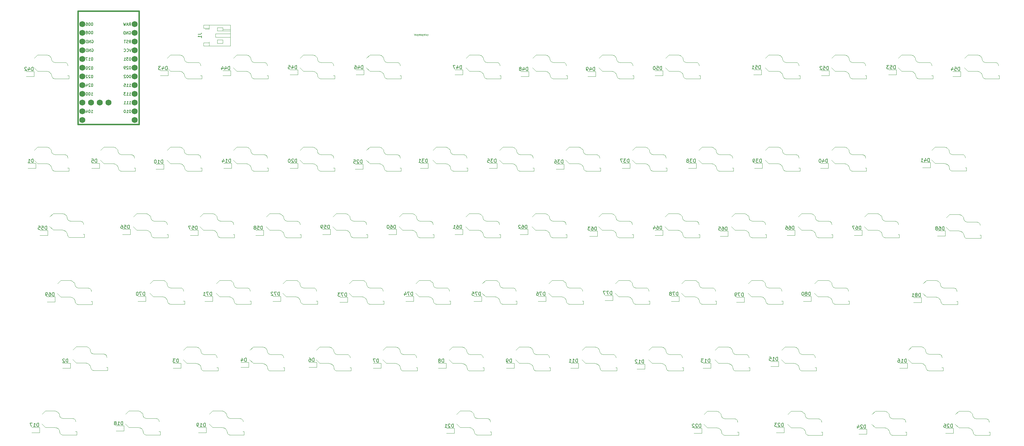
<source format=gbr>
%TF.GenerationSoftware,KiCad,Pcbnew,8.0.8*%
%TF.CreationDate,2025-01-25T15:20:35-08:00*%
%TF.ProjectId,CustomKeyboard,43757374-6f6d-44b6-9579-626f6172642e,rev?*%
%TF.SameCoordinates,Original*%
%TF.FileFunction,Legend,Bot*%
%TF.FilePolarity,Positive*%
%FSLAX46Y46*%
G04 Gerber Fmt 4.6, Leading zero omitted, Abs format (unit mm)*
G04 Created by KiCad (PCBNEW 8.0.8) date 2025-01-25 15:20:35*
%MOMM*%
%LPD*%
G01*
G04 APERTURE LIST*
%ADD10C,0.100000*%
%ADD11C,0.150000*%
%ADD12C,0.120000*%
%ADD13C,0.381000*%
%ADD14C,1.752600*%
G04 APERTURE END LIST*
D10*
X150412217Y-31508609D02*
X150531265Y-32008609D01*
X150531265Y-32008609D02*
X150626503Y-31651466D01*
X150626503Y-31651466D02*
X150721741Y-32008609D01*
X150721741Y-32008609D02*
X150840789Y-31508609D01*
X151245551Y-32008609D02*
X151245551Y-31746704D01*
X151245551Y-31746704D02*
X151221741Y-31699085D01*
X151221741Y-31699085D02*
X151174122Y-31675276D01*
X151174122Y-31675276D02*
X151078884Y-31675276D01*
X151078884Y-31675276D02*
X151031265Y-31699085D01*
X151245551Y-31984800D02*
X151197932Y-32008609D01*
X151197932Y-32008609D02*
X151078884Y-32008609D01*
X151078884Y-32008609D02*
X151031265Y-31984800D01*
X151031265Y-31984800D02*
X151007456Y-31937180D01*
X151007456Y-31937180D02*
X151007456Y-31889561D01*
X151007456Y-31889561D02*
X151031265Y-31841942D01*
X151031265Y-31841942D02*
X151078884Y-31818133D01*
X151078884Y-31818133D02*
X151197932Y-31818133D01*
X151197932Y-31818133D02*
X151245551Y-31794323D01*
X151436027Y-31675276D02*
X151555075Y-32008609D01*
X151674122Y-31675276D02*
X151555075Y-32008609D01*
X151555075Y-32008609D02*
X151507456Y-32127657D01*
X151507456Y-32127657D02*
X151483646Y-32151466D01*
X151483646Y-32151466D02*
X151436027Y-32175276D01*
X151816979Y-31508609D02*
X151936027Y-32008609D01*
X151936027Y-32008609D02*
X152031265Y-31651466D01*
X152031265Y-31651466D02*
X152126503Y-32008609D01*
X152126503Y-32008609D02*
X152245551Y-31508609D01*
X152650313Y-32008609D02*
X152650313Y-31746704D01*
X152650313Y-31746704D02*
X152626503Y-31699085D01*
X152626503Y-31699085D02*
X152578884Y-31675276D01*
X152578884Y-31675276D02*
X152483646Y-31675276D01*
X152483646Y-31675276D02*
X152436027Y-31699085D01*
X152650313Y-31984800D02*
X152602694Y-32008609D01*
X152602694Y-32008609D02*
X152483646Y-32008609D01*
X152483646Y-32008609D02*
X152436027Y-31984800D01*
X152436027Y-31984800D02*
X152412218Y-31937180D01*
X152412218Y-31937180D02*
X152412218Y-31889561D01*
X152412218Y-31889561D02*
X152436027Y-31841942D01*
X152436027Y-31841942D02*
X152483646Y-31818133D01*
X152483646Y-31818133D02*
X152602694Y-31818133D01*
X152602694Y-31818133D02*
X152650313Y-31794323D01*
X152840789Y-31675276D02*
X152959837Y-32008609D01*
X153078884Y-31675276D02*
X152959837Y-32008609D01*
X152959837Y-32008609D02*
X152912218Y-32127657D01*
X152912218Y-32127657D02*
X152888408Y-32151466D01*
X152888408Y-32151466D02*
X152840789Y-32175276D01*
X153221741Y-31508609D02*
X153340789Y-32008609D01*
X153340789Y-32008609D02*
X153436027Y-31651466D01*
X153436027Y-31651466D02*
X153531265Y-32008609D01*
X153531265Y-32008609D02*
X153650313Y-31508609D01*
X154055075Y-32008609D02*
X154055075Y-31746704D01*
X154055075Y-31746704D02*
X154031265Y-31699085D01*
X154031265Y-31699085D02*
X153983646Y-31675276D01*
X153983646Y-31675276D02*
X153888408Y-31675276D01*
X153888408Y-31675276D02*
X153840789Y-31699085D01*
X154055075Y-31984800D02*
X154007456Y-32008609D01*
X154007456Y-32008609D02*
X153888408Y-32008609D01*
X153888408Y-32008609D02*
X153840789Y-31984800D01*
X153840789Y-31984800D02*
X153816980Y-31937180D01*
X153816980Y-31937180D02*
X153816980Y-31889561D01*
X153816980Y-31889561D02*
X153840789Y-31841942D01*
X153840789Y-31841942D02*
X153888408Y-31818133D01*
X153888408Y-31818133D02*
X154007456Y-31818133D01*
X154007456Y-31818133D02*
X154055075Y-31794323D01*
X154245551Y-31675276D02*
X154364599Y-32008609D01*
X154483646Y-31675276D02*
X154364599Y-32008609D01*
X154364599Y-32008609D02*
X154316980Y-32127657D01*
X154316980Y-32127657D02*
X154293170Y-32151466D01*
X154293170Y-32151466D02*
X154245551Y-32175276D01*
D11*
X67396095Y-29112295D02*
X67662762Y-28731342D01*
X67853238Y-29112295D02*
X67853238Y-28312295D01*
X67853238Y-28312295D02*
X67548476Y-28312295D01*
X67548476Y-28312295D02*
X67472286Y-28350390D01*
X67472286Y-28350390D02*
X67434191Y-28388485D01*
X67434191Y-28388485D02*
X67396095Y-28464676D01*
X67396095Y-28464676D02*
X67396095Y-28578961D01*
X67396095Y-28578961D02*
X67434191Y-28655152D01*
X67434191Y-28655152D02*
X67472286Y-28693247D01*
X67472286Y-28693247D02*
X67548476Y-28731342D01*
X67548476Y-28731342D02*
X67853238Y-28731342D01*
X67091334Y-28883723D02*
X66710381Y-28883723D01*
X67167524Y-29112295D02*
X66900857Y-28312295D01*
X66900857Y-28312295D02*
X66634191Y-29112295D01*
X66443715Y-28312295D02*
X66253239Y-29112295D01*
X66253239Y-29112295D02*
X66100858Y-28540866D01*
X66100858Y-28540866D02*
X65948477Y-29112295D01*
X65948477Y-29112295D02*
X65758001Y-28312295D01*
X67440524Y-49432295D02*
X67897667Y-49432295D01*
X67669095Y-49432295D02*
X67669095Y-48632295D01*
X67669095Y-48632295D02*
X67745286Y-48746580D01*
X67745286Y-48746580D02*
X67821476Y-48822771D01*
X67821476Y-48822771D02*
X67897667Y-48860866D01*
X66678619Y-49432295D02*
X67135762Y-49432295D01*
X66907190Y-49432295D02*
X66907190Y-48632295D01*
X66907190Y-48632295D02*
X66983381Y-48746580D01*
X66983381Y-48746580D02*
X67059571Y-48822771D01*
X67059571Y-48822771D02*
X67135762Y-48860866D01*
X66411952Y-48632295D02*
X65916714Y-48632295D01*
X65916714Y-48632295D02*
X66183380Y-48937057D01*
X66183380Y-48937057D02*
X66069095Y-48937057D01*
X66069095Y-48937057D02*
X65992904Y-48975152D01*
X65992904Y-48975152D02*
X65954809Y-49013247D01*
X65954809Y-49013247D02*
X65916714Y-49089438D01*
X65916714Y-49089438D02*
X65916714Y-49279914D01*
X65916714Y-49279914D02*
X65954809Y-49356104D01*
X65954809Y-49356104D02*
X65992904Y-49394200D01*
X65992904Y-49394200D02*
X66069095Y-49432295D01*
X66069095Y-49432295D02*
X66297666Y-49432295D01*
X66297666Y-49432295D02*
X66373857Y-49394200D01*
X66373857Y-49394200D02*
X66411952Y-49356104D01*
X56518523Y-33430390D02*
X56594713Y-33392295D01*
X56594713Y-33392295D02*
X56708999Y-33392295D01*
X56708999Y-33392295D02*
X56823285Y-33430390D01*
X56823285Y-33430390D02*
X56899475Y-33506580D01*
X56899475Y-33506580D02*
X56937570Y-33582771D01*
X56937570Y-33582771D02*
X56975666Y-33735152D01*
X56975666Y-33735152D02*
X56975666Y-33849438D01*
X56975666Y-33849438D02*
X56937570Y-34001819D01*
X56937570Y-34001819D02*
X56899475Y-34078009D01*
X56899475Y-34078009D02*
X56823285Y-34154200D01*
X56823285Y-34154200D02*
X56708999Y-34192295D01*
X56708999Y-34192295D02*
X56632808Y-34192295D01*
X56632808Y-34192295D02*
X56518523Y-34154200D01*
X56518523Y-34154200D02*
X56480427Y-34116104D01*
X56480427Y-34116104D02*
X56480427Y-33849438D01*
X56480427Y-33849438D02*
X56632808Y-33849438D01*
X56137570Y-34192295D02*
X56137570Y-33392295D01*
X56137570Y-33392295D02*
X55680427Y-34192295D01*
X55680427Y-34192295D02*
X55680427Y-33392295D01*
X55299475Y-34192295D02*
X55299475Y-33392295D01*
X55299475Y-33392295D02*
X55108999Y-33392295D01*
X55108999Y-33392295D02*
X54994713Y-33430390D01*
X54994713Y-33430390D02*
X54918523Y-33506580D01*
X54918523Y-33506580D02*
X54880428Y-33582771D01*
X54880428Y-33582771D02*
X54842332Y-33735152D01*
X54842332Y-33735152D02*
X54842332Y-33849438D01*
X54842332Y-33849438D02*
X54880428Y-34001819D01*
X54880428Y-34001819D02*
X54918523Y-34078009D01*
X54918523Y-34078009D02*
X54994713Y-34154200D01*
X54994713Y-34154200D02*
X55108999Y-34192295D01*
X55108999Y-34192295D02*
X55299475Y-34192295D01*
X56632809Y-46082295D02*
X56556619Y-46082295D01*
X56556619Y-46082295D02*
X56480428Y-46120390D01*
X56480428Y-46120390D02*
X56442333Y-46158485D01*
X56442333Y-46158485D02*
X56404238Y-46234676D01*
X56404238Y-46234676D02*
X56366143Y-46387057D01*
X56366143Y-46387057D02*
X56366143Y-46577533D01*
X56366143Y-46577533D02*
X56404238Y-46729914D01*
X56404238Y-46729914D02*
X56442333Y-46806104D01*
X56442333Y-46806104D02*
X56480428Y-46844200D01*
X56480428Y-46844200D02*
X56556619Y-46882295D01*
X56556619Y-46882295D02*
X56632809Y-46882295D01*
X56632809Y-46882295D02*
X56709000Y-46844200D01*
X56709000Y-46844200D02*
X56747095Y-46806104D01*
X56747095Y-46806104D02*
X56785190Y-46729914D01*
X56785190Y-46729914D02*
X56823286Y-46577533D01*
X56823286Y-46577533D02*
X56823286Y-46387057D01*
X56823286Y-46387057D02*
X56785190Y-46234676D01*
X56785190Y-46234676D02*
X56747095Y-46158485D01*
X56747095Y-46158485D02*
X56709000Y-46120390D01*
X56709000Y-46120390D02*
X56632809Y-46082295D01*
X56061381Y-46158485D02*
X56023285Y-46120390D01*
X56023285Y-46120390D02*
X55947095Y-46082295D01*
X55947095Y-46082295D02*
X55756619Y-46082295D01*
X55756619Y-46082295D02*
X55680428Y-46120390D01*
X55680428Y-46120390D02*
X55642333Y-46158485D01*
X55642333Y-46158485D02*
X55604238Y-46234676D01*
X55604238Y-46234676D02*
X55604238Y-46310866D01*
X55604238Y-46310866D02*
X55642333Y-46425152D01*
X55642333Y-46425152D02*
X56099476Y-46882295D01*
X56099476Y-46882295D02*
X55604238Y-46882295D01*
X54918523Y-46348961D02*
X54918523Y-46882295D01*
X55108999Y-46044200D02*
X55299476Y-46615628D01*
X55299476Y-46615628D02*
X54804237Y-46615628D01*
X56632809Y-38472295D02*
X56556619Y-38472295D01*
X56556619Y-38472295D02*
X56480428Y-38510390D01*
X56480428Y-38510390D02*
X56442333Y-38548485D01*
X56442333Y-38548485D02*
X56404238Y-38624676D01*
X56404238Y-38624676D02*
X56366143Y-38777057D01*
X56366143Y-38777057D02*
X56366143Y-38967533D01*
X56366143Y-38967533D02*
X56404238Y-39119914D01*
X56404238Y-39119914D02*
X56442333Y-39196104D01*
X56442333Y-39196104D02*
X56480428Y-39234200D01*
X56480428Y-39234200D02*
X56556619Y-39272295D01*
X56556619Y-39272295D02*
X56632809Y-39272295D01*
X56632809Y-39272295D02*
X56709000Y-39234200D01*
X56709000Y-39234200D02*
X56747095Y-39196104D01*
X56747095Y-39196104D02*
X56785190Y-39119914D01*
X56785190Y-39119914D02*
X56823286Y-38967533D01*
X56823286Y-38967533D02*
X56823286Y-38777057D01*
X56823286Y-38777057D02*
X56785190Y-38624676D01*
X56785190Y-38624676D02*
X56747095Y-38548485D01*
X56747095Y-38548485D02*
X56709000Y-38510390D01*
X56709000Y-38510390D02*
X56632809Y-38472295D01*
X55604238Y-39272295D02*
X56061381Y-39272295D01*
X55832809Y-39272295D02*
X55832809Y-38472295D01*
X55832809Y-38472295D02*
X55909000Y-38586580D01*
X55909000Y-38586580D02*
X55985190Y-38662771D01*
X55985190Y-38662771D02*
X56061381Y-38700866D01*
X55337571Y-38472295D02*
X54804237Y-38472295D01*
X54804237Y-38472295D02*
X55147095Y-39272295D01*
X67440524Y-46892295D02*
X67897667Y-46892295D01*
X67669095Y-46892295D02*
X67669095Y-46092295D01*
X67669095Y-46092295D02*
X67745286Y-46206580D01*
X67745286Y-46206580D02*
X67821476Y-46282771D01*
X67821476Y-46282771D02*
X67897667Y-46320866D01*
X66678619Y-46892295D02*
X67135762Y-46892295D01*
X66907190Y-46892295D02*
X66907190Y-46092295D01*
X66907190Y-46092295D02*
X66983381Y-46206580D01*
X66983381Y-46206580D02*
X67059571Y-46282771D01*
X67059571Y-46282771D02*
X67135762Y-46320866D01*
X65954809Y-46092295D02*
X66335761Y-46092295D01*
X66335761Y-46092295D02*
X66373857Y-46473247D01*
X66373857Y-46473247D02*
X66335761Y-46435152D01*
X66335761Y-46435152D02*
X66259571Y-46397057D01*
X66259571Y-46397057D02*
X66069095Y-46397057D01*
X66069095Y-46397057D02*
X65992904Y-46435152D01*
X65992904Y-46435152D02*
X65954809Y-46473247D01*
X65954809Y-46473247D02*
X65916714Y-46549438D01*
X65916714Y-46549438D02*
X65916714Y-46739914D01*
X65916714Y-46739914D02*
X65954809Y-46816104D01*
X65954809Y-46816104D02*
X65992904Y-46854200D01*
X65992904Y-46854200D02*
X66069095Y-46892295D01*
X66069095Y-46892295D02*
X66259571Y-46892295D01*
X66259571Y-46892295D02*
X66335761Y-46854200D01*
X66335761Y-46854200D02*
X66373857Y-46816104D01*
X56366143Y-54512295D02*
X56823286Y-54512295D01*
X56594714Y-54512295D02*
X56594714Y-53712295D01*
X56594714Y-53712295D02*
X56670905Y-53826580D01*
X56670905Y-53826580D02*
X56747095Y-53902771D01*
X56747095Y-53902771D02*
X56823286Y-53940866D01*
X55870904Y-53712295D02*
X55794714Y-53712295D01*
X55794714Y-53712295D02*
X55718523Y-53750390D01*
X55718523Y-53750390D02*
X55680428Y-53788485D01*
X55680428Y-53788485D02*
X55642333Y-53864676D01*
X55642333Y-53864676D02*
X55604238Y-54017057D01*
X55604238Y-54017057D02*
X55604238Y-54207533D01*
X55604238Y-54207533D02*
X55642333Y-54359914D01*
X55642333Y-54359914D02*
X55680428Y-54436104D01*
X55680428Y-54436104D02*
X55718523Y-54474200D01*
X55718523Y-54474200D02*
X55794714Y-54512295D01*
X55794714Y-54512295D02*
X55870904Y-54512295D01*
X55870904Y-54512295D02*
X55947095Y-54474200D01*
X55947095Y-54474200D02*
X55985190Y-54436104D01*
X55985190Y-54436104D02*
X56023285Y-54359914D01*
X56023285Y-54359914D02*
X56061381Y-54207533D01*
X56061381Y-54207533D02*
X56061381Y-54017057D01*
X56061381Y-54017057D02*
X56023285Y-53864676D01*
X56023285Y-53864676D02*
X55985190Y-53788485D01*
X55985190Y-53788485D02*
X55947095Y-53750390D01*
X55947095Y-53750390D02*
X55870904Y-53712295D01*
X54918523Y-53978961D02*
X54918523Y-54512295D01*
X55108999Y-53674200D02*
X55299476Y-54245628D01*
X55299476Y-54245628D02*
X54804237Y-54245628D01*
X67707190Y-41012295D02*
X67631000Y-41012295D01*
X67631000Y-41012295D02*
X67554809Y-41050390D01*
X67554809Y-41050390D02*
X67516714Y-41088485D01*
X67516714Y-41088485D02*
X67478619Y-41164676D01*
X67478619Y-41164676D02*
X67440524Y-41317057D01*
X67440524Y-41317057D02*
X67440524Y-41507533D01*
X67440524Y-41507533D02*
X67478619Y-41659914D01*
X67478619Y-41659914D02*
X67516714Y-41736104D01*
X67516714Y-41736104D02*
X67554809Y-41774200D01*
X67554809Y-41774200D02*
X67631000Y-41812295D01*
X67631000Y-41812295D02*
X67707190Y-41812295D01*
X67707190Y-41812295D02*
X67783381Y-41774200D01*
X67783381Y-41774200D02*
X67821476Y-41736104D01*
X67821476Y-41736104D02*
X67859571Y-41659914D01*
X67859571Y-41659914D02*
X67897667Y-41507533D01*
X67897667Y-41507533D02*
X67897667Y-41317057D01*
X67897667Y-41317057D02*
X67859571Y-41164676D01*
X67859571Y-41164676D02*
X67821476Y-41088485D01*
X67821476Y-41088485D02*
X67783381Y-41050390D01*
X67783381Y-41050390D02*
X67707190Y-41012295D01*
X67135762Y-41088485D02*
X67097666Y-41050390D01*
X67097666Y-41050390D02*
X67021476Y-41012295D01*
X67021476Y-41012295D02*
X66831000Y-41012295D01*
X66831000Y-41012295D02*
X66754809Y-41050390D01*
X66754809Y-41050390D02*
X66716714Y-41088485D01*
X66716714Y-41088485D02*
X66678619Y-41164676D01*
X66678619Y-41164676D02*
X66678619Y-41240866D01*
X66678619Y-41240866D02*
X66716714Y-41355152D01*
X66716714Y-41355152D02*
X67173857Y-41812295D01*
X67173857Y-41812295D02*
X66678619Y-41812295D01*
X66297666Y-41812295D02*
X66145285Y-41812295D01*
X66145285Y-41812295D02*
X66069095Y-41774200D01*
X66069095Y-41774200D02*
X66030999Y-41736104D01*
X66030999Y-41736104D02*
X65954809Y-41621819D01*
X65954809Y-41621819D02*
X65916714Y-41469438D01*
X65916714Y-41469438D02*
X65916714Y-41164676D01*
X65916714Y-41164676D02*
X65954809Y-41088485D01*
X65954809Y-41088485D02*
X65992904Y-41050390D01*
X65992904Y-41050390D02*
X66069095Y-41012295D01*
X66069095Y-41012295D02*
X66221476Y-41012295D01*
X66221476Y-41012295D02*
X66297666Y-41050390D01*
X66297666Y-41050390D02*
X66335761Y-41088485D01*
X66335761Y-41088485D02*
X66373857Y-41164676D01*
X66373857Y-41164676D02*
X66373857Y-41355152D01*
X66373857Y-41355152D02*
X66335761Y-41431342D01*
X66335761Y-41431342D02*
X66297666Y-41469438D01*
X66297666Y-41469438D02*
X66221476Y-41507533D01*
X66221476Y-41507533D02*
X66069095Y-41507533D01*
X66069095Y-41507533D02*
X65992904Y-41469438D01*
X65992904Y-41469438D02*
X65954809Y-41431342D01*
X65954809Y-41431342D02*
X65916714Y-41355152D01*
X67707190Y-43552295D02*
X67631000Y-43552295D01*
X67631000Y-43552295D02*
X67554809Y-43590390D01*
X67554809Y-43590390D02*
X67516714Y-43628485D01*
X67516714Y-43628485D02*
X67478619Y-43704676D01*
X67478619Y-43704676D02*
X67440524Y-43857057D01*
X67440524Y-43857057D02*
X67440524Y-44047533D01*
X67440524Y-44047533D02*
X67478619Y-44199914D01*
X67478619Y-44199914D02*
X67516714Y-44276104D01*
X67516714Y-44276104D02*
X67554809Y-44314200D01*
X67554809Y-44314200D02*
X67631000Y-44352295D01*
X67631000Y-44352295D02*
X67707190Y-44352295D01*
X67707190Y-44352295D02*
X67783381Y-44314200D01*
X67783381Y-44314200D02*
X67821476Y-44276104D01*
X67821476Y-44276104D02*
X67859571Y-44199914D01*
X67859571Y-44199914D02*
X67897667Y-44047533D01*
X67897667Y-44047533D02*
X67897667Y-43857057D01*
X67897667Y-43857057D02*
X67859571Y-43704676D01*
X67859571Y-43704676D02*
X67821476Y-43628485D01*
X67821476Y-43628485D02*
X67783381Y-43590390D01*
X67783381Y-43590390D02*
X67707190Y-43552295D01*
X66945285Y-43552295D02*
X66869095Y-43552295D01*
X66869095Y-43552295D02*
X66792904Y-43590390D01*
X66792904Y-43590390D02*
X66754809Y-43628485D01*
X66754809Y-43628485D02*
X66716714Y-43704676D01*
X66716714Y-43704676D02*
X66678619Y-43857057D01*
X66678619Y-43857057D02*
X66678619Y-44047533D01*
X66678619Y-44047533D02*
X66716714Y-44199914D01*
X66716714Y-44199914D02*
X66754809Y-44276104D01*
X66754809Y-44276104D02*
X66792904Y-44314200D01*
X66792904Y-44314200D02*
X66869095Y-44352295D01*
X66869095Y-44352295D02*
X66945285Y-44352295D01*
X66945285Y-44352295D02*
X67021476Y-44314200D01*
X67021476Y-44314200D02*
X67059571Y-44276104D01*
X67059571Y-44276104D02*
X67097666Y-44199914D01*
X67097666Y-44199914D02*
X67135762Y-44047533D01*
X67135762Y-44047533D02*
X67135762Y-43857057D01*
X67135762Y-43857057D02*
X67097666Y-43704676D01*
X67097666Y-43704676D02*
X67059571Y-43628485D01*
X67059571Y-43628485D02*
X67021476Y-43590390D01*
X67021476Y-43590390D02*
X66945285Y-43552295D01*
X66373857Y-43628485D02*
X66335761Y-43590390D01*
X66335761Y-43590390D02*
X66259571Y-43552295D01*
X66259571Y-43552295D02*
X66069095Y-43552295D01*
X66069095Y-43552295D02*
X65992904Y-43590390D01*
X65992904Y-43590390D02*
X65954809Y-43628485D01*
X65954809Y-43628485D02*
X65916714Y-43704676D01*
X65916714Y-43704676D02*
X65916714Y-43780866D01*
X65916714Y-43780866D02*
X65954809Y-43895152D01*
X65954809Y-43895152D02*
X66411952Y-44352295D01*
X66411952Y-44352295D02*
X65916714Y-44352295D01*
X56518523Y-35970390D02*
X56594713Y-35932295D01*
X56594713Y-35932295D02*
X56708999Y-35932295D01*
X56708999Y-35932295D02*
X56823285Y-35970390D01*
X56823285Y-35970390D02*
X56899475Y-36046580D01*
X56899475Y-36046580D02*
X56937570Y-36122771D01*
X56937570Y-36122771D02*
X56975666Y-36275152D01*
X56975666Y-36275152D02*
X56975666Y-36389438D01*
X56975666Y-36389438D02*
X56937570Y-36541819D01*
X56937570Y-36541819D02*
X56899475Y-36618009D01*
X56899475Y-36618009D02*
X56823285Y-36694200D01*
X56823285Y-36694200D02*
X56708999Y-36732295D01*
X56708999Y-36732295D02*
X56632808Y-36732295D01*
X56632808Y-36732295D02*
X56518523Y-36694200D01*
X56518523Y-36694200D02*
X56480427Y-36656104D01*
X56480427Y-36656104D02*
X56480427Y-36389438D01*
X56480427Y-36389438D02*
X56632808Y-36389438D01*
X56137570Y-36732295D02*
X56137570Y-35932295D01*
X56137570Y-35932295D02*
X55680427Y-36732295D01*
X55680427Y-36732295D02*
X55680427Y-35932295D01*
X55299475Y-36732295D02*
X55299475Y-35932295D01*
X55299475Y-35932295D02*
X55108999Y-35932295D01*
X55108999Y-35932295D02*
X54994713Y-35970390D01*
X54994713Y-35970390D02*
X54918523Y-36046580D01*
X54918523Y-36046580D02*
X54880428Y-36122771D01*
X54880428Y-36122771D02*
X54842332Y-36275152D01*
X54842332Y-36275152D02*
X54842332Y-36389438D01*
X54842332Y-36389438D02*
X54880428Y-36541819D01*
X54880428Y-36541819D02*
X54918523Y-36618009D01*
X54918523Y-36618009D02*
X54994713Y-36694200D01*
X54994713Y-36694200D02*
X55108999Y-36732295D01*
X55108999Y-36732295D02*
X55299475Y-36732295D01*
X67707190Y-53712295D02*
X67631000Y-53712295D01*
X67631000Y-53712295D02*
X67554809Y-53750390D01*
X67554809Y-53750390D02*
X67516714Y-53788485D01*
X67516714Y-53788485D02*
X67478619Y-53864676D01*
X67478619Y-53864676D02*
X67440524Y-54017057D01*
X67440524Y-54017057D02*
X67440524Y-54207533D01*
X67440524Y-54207533D02*
X67478619Y-54359914D01*
X67478619Y-54359914D02*
X67516714Y-54436104D01*
X67516714Y-54436104D02*
X67554809Y-54474200D01*
X67554809Y-54474200D02*
X67631000Y-54512295D01*
X67631000Y-54512295D02*
X67707190Y-54512295D01*
X67707190Y-54512295D02*
X67783381Y-54474200D01*
X67783381Y-54474200D02*
X67821476Y-54436104D01*
X67821476Y-54436104D02*
X67859571Y-54359914D01*
X67859571Y-54359914D02*
X67897667Y-54207533D01*
X67897667Y-54207533D02*
X67897667Y-54017057D01*
X67897667Y-54017057D02*
X67859571Y-53864676D01*
X67859571Y-53864676D02*
X67821476Y-53788485D01*
X67821476Y-53788485D02*
X67783381Y-53750390D01*
X67783381Y-53750390D02*
X67707190Y-53712295D01*
X66678619Y-54512295D02*
X67135762Y-54512295D01*
X66907190Y-54512295D02*
X66907190Y-53712295D01*
X66907190Y-53712295D02*
X66983381Y-53826580D01*
X66983381Y-53826580D02*
X67059571Y-53902771D01*
X67059571Y-53902771D02*
X67135762Y-53940866D01*
X66183380Y-53712295D02*
X66107190Y-53712295D01*
X66107190Y-53712295D02*
X66030999Y-53750390D01*
X66030999Y-53750390D02*
X65992904Y-53788485D01*
X65992904Y-53788485D02*
X65954809Y-53864676D01*
X65954809Y-53864676D02*
X65916714Y-54017057D01*
X65916714Y-54017057D02*
X65916714Y-54207533D01*
X65916714Y-54207533D02*
X65954809Y-54359914D01*
X65954809Y-54359914D02*
X65992904Y-54436104D01*
X65992904Y-54436104D02*
X66030999Y-54474200D01*
X66030999Y-54474200D02*
X66107190Y-54512295D01*
X66107190Y-54512295D02*
X66183380Y-54512295D01*
X66183380Y-54512295D02*
X66259571Y-54474200D01*
X66259571Y-54474200D02*
X66297666Y-54436104D01*
X66297666Y-54436104D02*
X66335761Y-54359914D01*
X66335761Y-54359914D02*
X66373857Y-54207533D01*
X66373857Y-54207533D02*
X66373857Y-54017057D01*
X66373857Y-54017057D02*
X66335761Y-53864676D01*
X66335761Y-53864676D02*
X66297666Y-53788485D01*
X66297666Y-53788485D02*
X66259571Y-53750390D01*
X66259571Y-53750390D02*
X66183380Y-53712295D01*
X56632809Y-41082295D02*
X56556619Y-41082295D01*
X56556619Y-41082295D02*
X56480428Y-41120390D01*
X56480428Y-41120390D02*
X56442333Y-41158485D01*
X56442333Y-41158485D02*
X56404238Y-41234676D01*
X56404238Y-41234676D02*
X56366143Y-41387057D01*
X56366143Y-41387057D02*
X56366143Y-41577533D01*
X56366143Y-41577533D02*
X56404238Y-41729914D01*
X56404238Y-41729914D02*
X56442333Y-41806104D01*
X56442333Y-41806104D02*
X56480428Y-41844200D01*
X56480428Y-41844200D02*
X56556619Y-41882295D01*
X56556619Y-41882295D02*
X56632809Y-41882295D01*
X56632809Y-41882295D02*
X56709000Y-41844200D01*
X56709000Y-41844200D02*
X56747095Y-41806104D01*
X56747095Y-41806104D02*
X56785190Y-41729914D01*
X56785190Y-41729914D02*
X56823286Y-41577533D01*
X56823286Y-41577533D02*
X56823286Y-41387057D01*
X56823286Y-41387057D02*
X56785190Y-41234676D01*
X56785190Y-41234676D02*
X56747095Y-41158485D01*
X56747095Y-41158485D02*
X56709000Y-41120390D01*
X56709000Y-41120390D02*
X56632809Y-41082295D01*
X56061381Y-41158485D02*
X56023285Y-41120390D01*
X56023285Y-41120390D02*
X55947095Y-41082295D01*
X55947095Y-41082295D02*
X55756619Y-41082295D01*
X55756619Y-41082295D02*
X55680428Y-41120390D01*
X55680428Y-41120390D02*
X55642333Y-41158485D01*
X55642333Y-41158485D02*
X55604238Y-41234676D01*
X55604238Y-41234676D02*
X55604238Y-41310866D01*
X55604238Y-41310866D02*
X55642333Y-41425152D01*
X55642333Y-41425152D02*
X56099476Y-41882295D01*
X56099476Y-41882295D02*
X55604238Y-41882295D01*
X55108999Y-41082295D02*
X55032809Y-41082295D01*
X55032809Y-41082295D02*
X54956618Y-41120390D01*
X54956618Y-41120390D02*
X54918523Y-41158485D01*
X54918523Y-41158485D02*
X54880428Y-41234676D01*
X54880428Y-41234676D02*
X54842333Y-41387057D01*
X54842333Y-41387057D02*
X54842333Y-41577533D01*
X54842333Y-41577533D02*
X54880428Y-41729914D01*
X54880428Y-41729914D02*
X54918523Y-41806104D01*
X54918523Y-41806104D02*
X54956618Y-41844200D01*
X54956618Y-41844200D02*
X55032809Y-41882295D01*
X55032809Y-41882295D02*
X55108999Y-41882295D01*
X55108999Y-41882295D02*
X55185190Y-41844200D01*
X55185190Y-41844200D02*
X55223285Y-41806104D01*
X55223285Y-41806104D02*
X55261380Y-41729914D01*
X55261380Y-41729914D02*
X55299476Y-41577533D01*
X55299476Y-41577533D02*
X55299476Y-41387057D01*
X55299476Y-41387057D02*
X55261380Y-41234676D01*
X55261380Y-41234676D02*
X55223285Y-41158485D01*
X55223285Y-41158485D02*
X55185190Y-41120390D01*
X55185190Y-41120390D02*
X55108999Y-41082295D01*
X56632809Y-43582295D02*
X56556619Y-43582295D01*
X56556619Y-43582295D02*
X56480428Y-43620390D01*
X56480428Y-43620390D02*
X56442333Y-43658485D01*
X56442333Y-43658485D02*
X56404238Y-43734676D01*
X56404238Y-43734676D02*
X56366143Y-43887057D01*
X56366143Y-43887057D02*
X56366143Y-44077533D01*
X56366143Y-44077533D02*
X56404238Y-44229914D01*
X56404238Y-44229914D02*
X56442333Y-44306104D01*
X56442333Y-44306104D02*
X56480428Y-44344200D01*
X56480428Y-44344200D02*
X56556619Y-44382295D01*
X56556619Y-44382295D02*
X56632809Y-44382295D01*
X56632809Y-44382295D02*
X56709000Y-44344200D01*
X56709000Y-44344200D02*
X56747095Y-44306104D01*
X56747095Y-44306104D02*
X56785190Y-44229914D01*
X56785190Y-44229914D02*
X56823286Y-44077533D01*
X56823286Y-44077533D02*
X56823286Y-43887057D01*
X56823286Y-43887057D02*
X56785190Y-43734676D01*
X56785190Y-43734676D02*
X56747095Y-43658485D01*
X56747095Y-43658485D02*
X56709000Y-43620390D01*
X56709000Y-43620390D02*
X56632809Y-43582295D01*
X56061381Y-43658485D02*
X56023285Y-43620390D01*
X56023285Y-43620390D02*
X55947095Y-43582295D01*
X55947095Y-43582295D02*
X55756619Y-43582295D01*
X55756619Y-43582295D02*
X55680428Y-43620390D01*
X55680428Y-43620390D02*
X55642333Y-43658485D01*
X55642333Y-43658485D02*
X55604238Y-43734676D01*
X55604238Y-43734676D02*
X55604238Y-43810866D01*
X55604238Y-43810866D02*
X55642333Y-43925152D01*
X55642333Y-43925152D02*
X56099476Y-44382295D01*
X56099476Y-44382295D02*
X55604238Y-44382295D01*
X55299476Y-43658485D02*
X55261380Y-43620390D01*
X55261380Y-43620390D02*
X55185190Y-43582295D01*
X55185190Y-43582295D02*
X54994714Y-43582295D01*
X54994714Y-43582295D02*
X54918523Y-43620390D01*
X54918523Y-43620390D02*
X54880428Y-43658485D01*
X54880428Y-43658485D02*
X54842333Y-43734676D01*
X54842333Y-43734676D02*
X54842333Y-43810866D01*
X54842333Y-43810866D02*
X54880428Y-43925152D01*
X54880428Y-43925152D02*
X55337571Y-44382295D01*
X55337571Y-44382295D02*
X54842333Y-44382295D01*
X56366143Y-49432295D02*
X56823286Y-49432295D01*
X56594714Y-49432295D02*
X56594714Y-48632295D01*
X56594714Y-48632295D02*
X56670905Y-48746580D01*
X56670905Y-48746580D02*
X56747095Y-48822771D01*
X56747095Y-48822771D02*
X56823286Y-48860866D01*
X55870904Y-48632295D02*
X55794714Y-48632295D01*
X55794714Y-48632295D02*
X55718523Y-48670390D01*
X55718523Y-48670390D02*
X55680428Y-48708485D01*
X55680428Y-48708485D02*
X55642333Y-48784676D01*
X55642333Y-48784676D02*
X55604238Y-48937057D01*
X55604238Y-48937057D02*
X55604238Y-49127533D01*
X55604238Y-49127533D02*
X55642333Y-49279914D01*
X55642333Y-49279914D02*
X55680428Y-49356104D01*
X55680428Y-49356104D02*
X55718523Y-49394200D01*
X55718523Y-49394200D02*
X55794714Y-49432295D01*
X55794714Y-49432295D02*
X55870904Y-49432295D01*
X55870904Y-49432295D02*
X55947095Y-49394200D01*
X55947095Y-49394200D02*
X55985190Y-49356104D01*
X55985190Y-49356104D02*
X56023285Y-49279914D01*
X56023285Y-49279914D02*
X56061381Y-49127533D01*
X56061381Y-49127533D02*
X56061381Y-48937057D01*
X56061381Y-48937057D02*
X56023285Y-48784676D01*
X56023285Y-48784676D02*
X55985190Y-48708485D01*
X55985190Y-48708485D02*
X55947095Y-48670390D01*
X55947095Y-48670390D02*
X55870904Y-48632295D01*
X55108999Y-48632295D02*
X55032809Y-48632295D01*
X55032809Y-48632295D02*
X54956618Y-48670390D01*
X54956618Y-48670390D02*
X54918523Y-48708485D01*
X54918523Y-48708485D02*
X54880428Y-48784676D01*
X54880428Y-48784676D02*
X54842333Y-48937057D01*
X54842333Y-48937057D02*
X54842333Y-49127533D01*
X54842333Y-49127533D02*
X54880428Y-49279914D01*
X54880428Y-49279914D02*
X54918523Y-49356104D01*
X54918523Y-49356104D02*
X54956618Y-49394200D01*
X54956618Y-49394200D02*
X55032809Y-49432295D01*
X55032809Y-49432295D02*
X55108999Y-49432295D01*
X55108999Y-49432295D02*
X55185190Y-49394200D01*
X55185190Y-49394200D02*
X55223285Y-49356104D01*
X55223285Y-49356104D02*
X55261380Y-49279914D01*
X55261380Y-49279914D02*
X55299476Y-49127533D01*
X55299476Y-49127533D02*
X55299476Y-48937057D01*
X55299476Y-48937057D02*
X55261380Y-48784676D01*
X55261380Y-48784676D02*
X55223285Y-48708485D01*
X55223285Y-48708485D02*
X55185190Y-48670390D01*
X55185190Y-48670390D02*
X55108999Y-48632295D01*
X67440524Y-51972295D02*
X67897667Y-51972295D01*
X67669095Y-51972295D02*
X67669095Y-51172295D01*
X67669095Y-51172295D02*
X67745286Y-51286580D01*
X67745286Y-51286580D02*
X67821476Y-51362771D01*
X67821476Y-51362771D02*
X67897667Y-51400866D01*
X66678619Y-51972295D02*
X67135762Y-51972295D01*
X66907190Y-51972295D02*
X66907190Y-51172295D01*
X66907190Y-51172295D02*
X66983381Y-51286580D01*
X66983381Y-51286580D02*
X67059571Y-51362771D01*
X67059571Y-51362771D02*
X67135762Y-51400866D01*
X65916714Y-51972295D02*
X66373857Y-51972295D01*
X66145285Y-51972295D02*
X66145285Y-51172295D01*
X66145285Y-51172295D02*
X66221476Y-51286580D01*
X66221476Y-51286580D02*
X66297666Y-51362771D01*
X66297666Y-51362771D02*
X66373857Y-51400866D01*
X56632809Y-28312295D02*
X56556619Y-28312295D01*
X56556619Y-28312295D02*
X56480428Y-28350390D01*
X56480428Y-28350390D02*
X56442333Y-28388485D01*
X56442333Y-28388485D02*
X56404238Y-28464676D01*
X56404238Y-28464676D02*
X56366143Y-28617057D01*
X56366143Y-28617057D02*
X56366143Y-28807533D01*
X56366143Y-28807533D02*
X56404238Y-28959914D01*
X56404238Y-28959914D02*
X56442333Y-29036104D01*
X56442333Y-29036104D02*
X56480428Y-29074200D01*
X56480428Y-29074200D02*
X56556619Y-29112295D01*
X56556619Y-29112295D02*
X56632809Y-29112295D01*
X56632809Y-29112295D02*
X56709000Y-29074200D01*
X56709000Y-29074200D02*
X56747095Y-29036104D01*
X56747095Y-29036104D02*
X56785190Y-28959914D01*
X56785190Y-28959914D02*
X56823286Y-28807533D01*
X56823286Y-28807533D02*
X56823286Y-28617057D01*
X56823286Y-28617057D02*
X56785190Y-28464676D01*
X56785190Y-28464676D02*
X56747095Y-28388485D01*
X56747095Y-28388485D02*
X56709000Y-28350390D01*
X56709000Y-28350390D02*
X56632809Y-28312295D01*
X55870904Y-28312295D02*
X55794714Y-28312295D01*
X55794714Y-28312295D02*
X55718523Y-28350390D01*
X55718523Y-28350390D02*
X55680428Y-28388485D01*
X55680428Y-28388485D02*
X55642333Y-28464676D01*
X55642333Y-28464676D02*
X55604238Y-28617057D01*
X55604238Y-28617057D02*
X55604238Y-28807533D01*
X55604238Y-28807533D02*
X55642333Y-28959914D01*
X55642333Y-28959914D02*
X55680428Y-29036104D01*
X55680428Y-29036104D02*
X55718523Y-29074200D01*
X55718523Y-29074200D02*
X55794714Y-29112295D01*
X55794714Y-29112295D02*
X55870904Y-29112295D01*
X55870904Y-29112295D02*
X55947095Y-29074200D01*
X55947095Y-29074200D02*
X55985190Y-29036104D01*
X55985190Y-29036104D02*
X56023285Y-28959914D01*
X56023285Y-28959914D02*
X56061381Y-28807533D01*
X56061381Y-28807533D02*
X56061381Y-28617057D01*
X56061381Y-28617057D02*
X56023285Y-28464676D01*
X56023285Y-28464676D02*
X55985190Y-28388485D01*
X55985190Y-28388485D02*
X55947095Y-28350390D01*
X55947095Y-28350390D02*
X55870904Y-28312295D01*
X54918523Y-28312295D02*
X55070904Y-28312295D01*
X55070904Y-28312295D02*
X55147095Y-28350390D01*
X55147095Y-28350390D02*
X55185190Y-28388485D01*
X55185190Y-28388485D02*
X55261380Y-28502771D01*
X55261380Y-28502771D02*
X55299476Y-28655152D01*
X55299476Y-28655152D02*
X55299476Y-28959914D01*
X55299476Y-28959914D02*
X55261380Y-29036104D01*
X55261380Y-29036104D02*
X55223285Y-29074200D01*
X55223285Y-29074200D02*
X55147095Y-29112295D01*
X55147095Y-29112295D02*
X54994714Y-29112295D01*
X54994714Y-29112295D02*
X54918523Y-29074200D01*
X54918523Y-29074200D02*
X54880428Y-29036104D01*
X54880428Y-29036104D02*
X54842333Y-28959914D01*
X54842333Y-28959914D02*
X54842333Y-28769438D01*
X54842333Y-28769438D02*
X54880428Y-28693247D01*
X54880428Y-28693247D02*
X54918523Y-28655152D01*
X54918523Y-28655152D02*
X54994714Y-28617057D01*
X54994714Y-28617057D02*
X55147095Y-28617057D01*
X55147095Y-28617057D02*
X55223285Y-28655152D01*
X55223285Y-28655152D02*
X55261380Y-28693247D01*
X55261380Y-28693247D02*
X55299476Y-28769438D01*
X56632809Y-30782295D02*
X56556619Y-30782295D01*
X56556619Y-30782295D02*
X56480428Y-30820390D01*
X56480428Y-30820390D02*
X56442333Y-30858485D01*
X56442333Y-30858485D02*
X56404238Y-30934676D01*
X56404238Y-30934676D02*
X56366143Y-31087057D01*
X56366143Y-31087057D02*
X56366143Y-31277533D01*
X56366143Y-31277533D02*
X56404238Y-31429914D01*
X56404238Y-31429914D02*
X56442333Y-31506104D01*
X56442333Y-31506104D02*
X56480428Y-31544200D01*
X56480428Y-31544200D02*
X56556619Y-31582295D01*
X56556619Y-31582295D02*
X56632809Y-31582295D01*
X56632809Y-31582295D02*
X56709000Y-31544200D01*
X56709000Y-31544200D02*
X56747095Y-31506104D01*
X56747095Y-31506104D02*
X56785190Y-31429914D01*
X56785190Y-31429914D02*
X56823286Y-31277533D01*
X56823286Y-31277533D02*
X56823286Y-31087057D01*
X56823286Y-31087057D02*
X56785190Y-30934676D01*
X56785190Y-30934676D02*
X56747095Y-30858485D01*
X56747095Y-30858485D02*
X56709000Y-30820390D01*
X56709000Y-30820390D02*
X56632809Y-30782295D01*
X55870904Y-30782295D02*
X55794714Y-30782295D01*
X55794714Y-30782295D02*
X55718523Y-30820390D01*
X55718523Y-30820390D02*
X55680428Y-30858485D01*
X55680428Y-30858485D02*
X55642333Y-30934676D01*
X55642333Y-30934676D02*
X55604238Y-31087057D01*
X55604238Y-31087057D02*
X55604238Y-31277533D01*
X55604238Y-31277533D02*
X55642333Y-31429914D01*
X55642333Y-31429914D02*
X55680428Y-31506104D01*
X55680428Y-31506104D02*
X55718523Y-31544200D01*
X55718523Y-31544200D02*
X55794714Y-31582295D01*
X55794714Y-31582295D02*
X55870904Y-31582295D01*
X55870904Y-31582295D02*
X55947095Y-31544200D01*
X55947095Y-31544200D02*
X55985190Y-31506104D01*
X55985190Y-31506104D02*
X56023285Y-31429914D01*
X56023285Y-31429914D02*
X56061381Y-31277533D01*
X56061381Y-31277533D02*
X56061381Y-31087057D01*
X56061381Y-31087057D02*
X56023285Y-30934676D01*
X56023285Y-30934676D02*
X55985190Y-30858485D01*
X55985190Y-30858485D02*
X55947095Y-30820390D01*
X55947095Y-30820390D02*
X55870904Y-30782295D01*
X55147095Y-31125152D02*
X55223285Y-31087057D01*
X55223285Y-31087057D02*
X55261380Y-31048961D01*
X55261380Y-31048961D02*
X55299476Y-30972771D01*
X55299476Y-30972771D02*
X55299476Y-30934676D01*
X55299476Y-30934676D02*
X55261380Y-30858485D01*
X55261380Y-30858485D02*
X55223285Y-30820390D01*
X55223285Y-30820390D02*
X55147095Y-30782295D01*
X55147095Y-30782295D02*
X54994714Y-30782295D01*
X54994714Y-30782295D02*
X54918523Y-30820390D01*
X54918523Y-30820390D02*
X54880428Y-30858485D01*
X54880428Y-30858485D02*
X54842333Y-30934676D01*
X54842333Y-30934676D02*
X54842333Y-30972771D01*
X54842333Y-30972771D02*
X54880428Y-31048961D01*
X54880428Y-31048961D02*
X54918523Y-31087057D01*
X54918523Y-31087057D02*
X54994714Y-31125152D01*
X54994714Y-31125152D02*
X55147095Y-31125152D01*
X55147095Y-31125152D02*
X55223285Y-31163247D01*
X55223285Y-31163247D02*
X55261380Y-31201342D01*
X55261380Y-31201342D02*
X55299476Y-31277533D01*
X55299476Y-31277533D02*
X55299476Y-31429914D01*
X55299476Y-31429914D02*
X55261380Y-31506104D01*
X55261380Y-31506104D02*
X55223285Y-31544200D01*
X55223285Y-31544200D02*
X55147095Y-31582295D01*
X55147095Y-31582295D02*
X54994714Y-31582295D01*
X54994714Y-31582295D02*
X54918523Y-31544200D01*
X54918523Y-31544200D02*
X54880428Y-31506104D01*
X54880428Y-31506104D02*
X54842333Y-31429914D01*
X54842333Y-31429914D02*
X54842333Y-31277533D01*
X54842333Y-31277533D02*
X54880428Y-31201342D01*
X54880428Y-31201342D02*
X54918523Y-31163247D01*
X54918523Y-31163247D02*
X54994714Y-31125152D01*
X67396094Y-34192295D02*
X67662761Y-33811342D01*
X67853237Y-34192295D02*
X67853237Y-33392295D01*
X67853237Y-33392295D02*
X67548475Y-33392295D01*
X67548475Y-33392295D02*
X67472285Y-33430390D01*
X67472285Y-33430390D02*
X67434190Y-33468485D01*
X67434190Y-33468485D02*
X67396094Y-33544676D01*
X67396094Y-33544676D02*
X67396094Y-33658961D01*
X67396094Y-33658961D02*
X67434190Y-33735152D01*
X67434190Y-33735152D02*
X67472285Y-33773247D01*
X67472285Y-33773247D02*
X67548475Y-33811342D01*
X67548475Y-33811342D02*
X67853237Y-33811342D01*
X67091333Y-34154200D02*
X66977047Y-34192295D01*
X66977047Y-34192295D02*
X66786571Y-34192295D01*
X66786571Y-34192295D02*
X66710380Y-34154200D01*
X66710380Y-34154200D02*
X66672285Y-34116104D01*
X66672285Y-34116104D02*
X66634190Y-34039914D01*
X66634190Y-34039914D02*
X66634190Y-33963723D01*
X66634190Y-33963723D02*
X66672285Y-33887533D01*
X66672285Y-33887533D02*
X66710380Y-33849438D01*
X66710380Y-33849438D02*
X66786571Y-33811342D01*
X66786571Y-33811342D02*
X66938952Y-33773247D01*
X66938952Y-33773247D02*
X67015142Y-33735152D01*
X67015142Y-33735152D02*
X67053237Y-33697057D01*
X67053237Y-33697057D02*
X67091333Y-33620866D01*
X67091333Y-33620866D02*
X67091333Y-33544676D01*
X67091333Y-33544676D02*
X67053237Y-33468485D01*
X67053237Y-33468485D02*
X67015142Y-33430390D01*
X67015142Y-33430390D02*
X66938952Y-33392295D01*
X66938952Y-33392295D02*
X66748475Y-33392295D01*
X66748475Y-33392295D02*
X66634190Y-33430390D01*
X66405618Y-33392295D02*
X65948475Y-33392295D01*
X66177047Y-34192295D02*
X66177047Y-33392295D01*
X67434190Y-30890390D02*
X67510380Y-30852295D01*
X67510380Y-30852295D02*
X67624666Y-30852295D01*
X67624666Y-30852295D02*
X67738952Y-30890390D01*
X67738952Y-30890390D02*
X67815142Y-30966580D01*
X67815142Y-30966580D02*
X67853237Y-31042771D01*
X67853237Y-31042771D02*
X67891333Y-31195152D01*
X67891333Y-31195152D02*
X67891333Y-31309438D01*
X67891333Y-31309438D02*
X67853237Y-31461819D01*
X67853237Y-31461819D02*
X67815142Y-31538009D01*
X67815142Y-31538009D02*
X67738952Y-31614200D01*
X67738952Y-31614200D02*
X67624666Y-31652295D01*
X67624666Y-31652295D02*
X67548475Y-31652295D01*
X67548475Y-31652295D02*
X67434190Y-31614200D01*
X67434190Y-31614200D02*
X67396094Y-31576104D01*
X67396094Y-31576104D02*
X67396094Y-31309438D01*
X67396094Y-31309438D02*
X67548475Y-31309438D01*
X67053237Y-31652295D02*
X67053237Y-30852295D01*
X67053237Y-30852295D02*
X66596094Y-31652295D01*
X66596094Y-31652295D02*
X66596094Y-30852295D01*
X66215142Y-31652295D02*
X66215142Y-30852295D01*
X66215142Y-30852295D02*
X66024666Y-30852295D01*
X66024666Y-30852295D02*
X65910380Y-30890390D01*
X65910380Y-30890390D02*
X65834190Y-30966580D01*
X65834190Y-30966580D02*
X65796095Y-31042771D01*
X65796095Y-31042771D02*
X65757999Y-31195152D01*
X65757999Y-31195152D02*
X65757999Y-31309438D01*
X65757999Y-31309438D02*
X65796095Y-31461819D01*
X65796095Y-31461819D02*
X65834190Y-31538009D01*
X65834190Y-31538009D02*
X65910380Y-31614200D01*
X65910380Y-31614200D02*
X66024666Y-31652295D01*
X66024666Y-31652295D02*
X66215142Y-31652295D01*
X67973857Y-35932295D02*
X67707190Y-36732295D01*
X67707190Y-36732295D02*
X67440524Y-35932295D01*
X66716714Y-36656104D02*
X66754810Y-36694200D01*
X66754810Y-36694200D02*
X66869095Y-36732295D01*
X66869095Y-36732295D02*
X66945286Y-36732295D01*
X66945286Y-36732295D02*
X67059572Y-36694200D01*
X67059572Y-36694200D02*
X67135762Y-36618009D01*
X67135762Y-36618009D02*
X67173857Y-36541819D01*
X67173857Y-36541819D02*
X67211953Y-36389438D01*
X67211953Y-36389438D02*
X67211953Y-36275152D01*
X67211953Y-36275152D02*
X67173857Y-36122771D01*
X67173857Y-36122771D02*
X67135762Y-36046580D01*
X67135762Y-36046580D02*
X67059572Y-35970390D01*
X67059572Y-35970390D02*
X66945286Y-35932295D01*
X66945286Y-35932295D02*
X66869095Y-35932295D01*
X66869095Y-35932295D02*
X66754810Y-35970390D01*
X66754810Y-35970390D02*
X66716714Y-36008485D01*
X65916714Y-36656104D02*
X65954810Y-36694200D01*
X65954810Y-36694200D02*
X66069095Y-36732295D01*
X66069095Y-36732295D02*
X66145286Y-36732295D01*
X66145286Y-36732295D02*
X66259572Y-36694200D01*
X66259572Y-36694200D02*
X66335762Y-36618009D01*
X66335762Y-36618009D02*
X66373857Y-36541819D01*
X66373857Y-36541819D02*
X66411953Y-36389438D01*
X66411953Y-36389438D02*
X66411953Y-36275152D01*
X66411953Y-36275152D02*
X66373857Y-36122771D01*
X66373857Y-36122771D02*
X66335762Y-36046580D01*
X66335762Y-36046580D02*
X66259572Y-35970390D01*
X66259572Y-35970390D02*
X66145286Y-35932295D01*
X66145286Y-35932295D02*
X66069095Y-35932295D01*
X66069095Y-35932295D02*
X65954810Y-35970390D01*
X65954810Y-35970390D02*
X65916714Y-36008485D01*
X67707190Y-38472295D02*
X67631000Y-38472295D01*
X67631000Y-38472295D02*
X67554809Y-38510390D01*
X67554809Y-38510390D02*
X67516714Y-38548485D01*
X67516714Y-38548485D02*
X67478619Y-38624676D01*
X67478619Y-38624676D02*
X67440524Y-38777057D01*
X67440524Y-38777057D02*
X67440524Y-38967533D01*
X67440524Y-38967533D02*
X67478619Y-39119914D01*
X67478619Y-39119914D02*
X67516714Y-39196104D01*
X67516714Y-39196104D02*
X67554809Y-39234200D01*
X67554809Y-39234200D02*
X67631000Y-39272295D01*
X67631000Y-39272295D02*
X67707190Y-39272295D01*
X67707190Y-39272295D02*
X67783381Y-39234200D01*
X67783381Y-39234200D02*
X67821476Y-39196104D01*
X67821476Y-39196104D02*
X67859571Y-39119914D01*
X67859571Y-39119914D02*
X67897667Y-38967533D01*
X67897667Y-38967533D02*
X67897667Y-38777057D01*
X67897667Y-38777057D02*
X67859571Y-38624676D01*
X67859571Y-38624676D02*
X67821476Y-38548485D01*
X67821476Y-38548485D02*
X67783381Y-38510390D01*
X67783381Y-38510390D02*
X67707190Y-38472295D01*
X67173857Y-38472295D02*
X66678619Y-38472295D01*
X66678619Y-38472295D02*
X66945285Y-38777057D01*
X66945285Y-38777057D02*
X66831000Y-38777057D01*
X66831000Y-38777057D02*
X66754809Y-38815152D01*
X66754809Y-38815152D02*
X66716714Y-38853247D01*
X66716714Y-38853247D02*
X66678619Y-38929438D01*
X66678619Y-38929438D02*
X66678619Y-39119914D01*
X66678619Y-39119914D02*
X66716714Y-39196104D01*
X66716714Y-39196104D02*
X66754809Y-39234200D01*
X66754809Y-39234200D02*
X66831000Y-39272295D01*
X66831000Y-39272295D02*
X67059571Y-39272295D01*
X67059571Y-39272295D02*
X67135762Y-39234200D01*
X67135762Y-39234200D02*
X67173857Y-39196104D01*
X65916714Y-39272295D02*
X66373857Y-39272295D01*
X66145285Y-39272295D02*
X66145285Y-38472295D01*
X66145285Y-38472295D02*
X66221476Y-38586580D01*
X66221476Y-38586580D02*
X66297666Y-38662771D01*
X66297666Y-38662771D02*
X66373857Y-38700866D01*
X87454819Y-31666666D02*
X88169104Y-31666666D01*
X88169104Y-31666666D02*
X88311961Y-31619047D01*
X88311961Y-31619047D02*
X88407200Y-31523809D01*
X88407200Y-31523809D02*
X88454819Y-31380952D01*
X88454819Y-31380952D02*
X88454819Y-31285714D01*
X88454819Y-32666666D02*
X88454819Y-32095238D01*
X88454819Y-32380952D02*
X87454819Y-32380952D01*
X87454819Y-32380952D02*
X87597676Y-32285714D01*
X87597676Y-32285714D02*
X87692914Y-32190476D01*
X87692914Y-32190476D02*
X87740533Y-32095238D01*
X116214285Y-41774819D02*
X116214285Y-40774819D01*
X116214285Y-40774819D02*
X115976190Y-40774819D01*
X115976190Y-40774819D02*
X115833333Y-40822438D01*
X115833333Y-40822438D02*
X115738095Y-40917676D01*
X115738095Y-40917676D02*
X115690476Y-41012914D01*
X115690476Y-41012914D02*
X115642857Y-41203390D01*
X115642857Y-41203390D02*
X115642857Y-41346247D01*
X115642857Y-41346247D02*
X115690476Y-41536723D01*
X115690476Y-41536723D02*
X115738095Y-41631961D01*
X115738095Y-41631961D02*
X115833333Y-41727200D01*
X115833333Y-41727200D02*
X115976190Y-41774819D01*
X115976190Y-41774819D02*
X116214285Y-41774819D01*
X114785714Y-41108152D02*
X114785714Y-41774819D01*
X115023809Y-40727200D02*
X115261904Y-41441485D01*
X115261904Y-41441485D02*
X114642857Y-41441485D01*
X113785714Y-40774819D02*
X114261904Y-40774819D01*
X114261904Y-40774819D02*
X114309523Y-41251009D01*
X114309523Y-41251009D02*
X114261904Y-41203390D01*
X114261904Y-41203390D02*
X114166666Y-41155771D01*
X114166666Y-41155771D02*
X113928571Y-41155771D01*
X113928571Y-41155771D02*
X113833333Y-41203390D01*
X113833333Y-41203390D02*
X113785714Y-41251009D01*
X113785714Y-41251009D02*
X113738095Y-41346247D01*
X113738095Y-41346247D02*
X113738095Y-41584342D01*
X113738095Y-41584342D02*
X113785714Y-41679580D01*
X113785714Y-41679580D02*
X113833333Y-41727200D01*
X113833333Y-41727200D02*
X113928571Y-41774819D01*
X113928571Y-41774819D02*
X114166666Y-41774819D01*
X114166666Y-41774819D02*
X114261904Y-41727200D01*
X114261904Y-41727200D02*
X114309523Y-41679580D01*
X161824285Y-146254819D02*
X161824285Y-145254819D01*
X161824285Y-145254819D02*
X161586190Y-145254819D01*
X161586190Y-145254819D02*
X161443333Y-145302438D01*
X161443333Y-145302438D02*
X161348095Y-145397676D01*
X161348095Y-145397676D02*
X161300476Y-145492914D01*
X161300476Y-145492914D02*
X161252857Y-145683390D01*
X161252857Y-145683390D02*
X161252857Y-145826247D01*
X161252857Y-145826247D02*
X161300476Y-146016723D01*
X161300476Y-146016723D02*
X161348095Y-146111961D01*
X161348095Y-146111961D02*
X161443333Y-146207200D01*
X161443333Y-146207200D02*
X161586190Y-146254819D01*
X161586190Y-146254819D02*
X161824285Y-146254819D01*
X160871904Y-145350057D02*
X160824285Y-145302438D01*
X160824285Y-145302438D02*
X160729047Y-145254819D01*
X160729047Y-145254819D02*
X160490952Y-145254819D01*
X160490952Y-145254819D02*
X160395714Y-145302438D01*
X160395714Y-145302438D02*
X160348095Y-145350057D01*
X160348095Y-145350057D02*
X160300476Y-145445295D01*
X160300476Y-145445295D02*
X160300476Y-145540533D01*
X160300476Y-145540533D02*
X160348095Y-145683390D01*
X160348095Y-145683390D02*
X160919523Y-146254819D01*
X160919523Y-146254819D02*
X160300476Y-146254819D01*
X159348095Y-146254819D02*
X159919523Y-146254819D01*
X159633809Y-146254819D02*
X159633809Y-145254819D01*
X159633809Y-145254819D02*
X159729047Y-145397676D01*
X159729047Y-145397676D02*
X159824285Y-145492914D01*
X159824285Y-145492914D02*
X159919523Y-145540533D01*
X236464285Y-127274819D02*
X236464285Y-126274819D01*
X236464285Y-126274819D02*
X236226190Y-126274819D01*
X236226190Y-126274819D02*
X236083333Y-126322438D01*
X236083333Y-126322438D02*
X235988095Y-126417676D01*
X235988095Y-126417676D02*
X235940476Y-126512914D01*
X235940476Y-126512914D02*
X235892857Y-126703390D01*
X235892857Y-126703390D02*
X235892857Y-126846247D01*
X235892857Y-126846247D02*
X235940476Y-127036723D01*
X235940476Y-127036723D02*
X235988095Y-127131961D01*
X235988095Y-127131961D02*
X236083333Y-127227200D01*
X236083333Y-127227200D02*
X236226190Y-127274819D01*
X236226190Y-127274819D02*
X236464285Y-127274819D01*
X234940476Y-127274819D02*
X235511904Y-127274819D01*
X235226190Y-127274819D02*
X235226190Y-126274819D01*
X235226190Y-126274819D02*
X235321428Y-126417676D01*
X235321428Y-126417676D02*
X235416666Y-126512914D01*
X235416666Y-126512914D02*
X235511904Y-126560533D01*
X234607142Y-126274819D02*
X233988095Y-126274819D01*
X233988095Y-126274819D02*
X234321428Y-126655771D01*
X234321428Y-126655771D02*
X234178571Y-126655771D01*
X234178571Y-126655771D02*
X234083333Y-126703390D01*
X234083333Y-126703390D02*
X234035714Y-126751009D01*
X234035714Y-126751009D02*
X233988095Y-126846247D01*
X233988095Y-126846247D02*
X233988095Y-127084342D01*
X233988095Y-127084342D02*
X234035714Y-127179580D01*
X234035714Y-127179580D02*
X234083333Y-127227200D01*
X234083333Y-127227200D02*
X234178571Y-127274819D01*
X234178571Y-127274819D02*
X234464285Y-127274819D01*
X234464285Y-127274819D02*
X234559523Y-127227200D01*
X234559523Y-127227200D02*
X234607142Y-127179580D01*
X251464285Y-69024819D02*
X251464285Y-68024819D01*
X251464285Y-68024819D02*
X251226190Y-68024819D01*
X251226190Y-68024819D02*
X251083333Y-68072438D01*
X251083333Y-68072438D02*
X250988095Y-68167676D01*
X250988095Y-68167676D02*
X250940476Y-68262914D01*
X250940476Y-68262914D02*
X250892857Y-68453390D01*
X250892857Y-68453390D02*
X250892857Y-68596247D01*
X250892857Y-68596247D02*
X250940476Y-68786723D01*
X250940476Y-68786723D02*
X250988095Y-68881961D01*
X250988095Y-68881961D02*
X251083333Y-68977200D01*
X251083333Y-68977200D02*
X251226190Y-69024819D01*
X251226190Y-69024819D02*
X251464285Y-69024819D01*
X250559523Y-68024819D02*
X249940476Y-68024819D01*
X249940476Y-68024819D02*
X250273809Y-68405771D01*
X250273809Y-68405771D02*
X250130952Y-68405771D01*
X250130952Y-68405771D02*
X250035714Y-68453390D01*
X250035714Y-68453390D02*
X249988095Y-68501009D01*
X249988095Y-68501009D02*
X249940476Y-68596247D01*
X249940476Y-68596247D02*
X249940476Y-68834342D01*
X249940476Y-68834342D02*
X249988095Y-68929580D01*
X249988095Y-68929580D02*
X250035714Y-68977200D01*
X250035714Y-68977200D02*
X250130952Y-69024819D01*
X250130952Y-69024819D02*
X250416666Y-69024819D01*
X250416666Y-69024819D02*
X250511904Y-68977200D01*
X250511904Y-68977200D02*
X250559523Y-68929580D01*
X249464285Y-69024819D02*
X249273809Y-69024819D01*
X249273809Y-69024819D02*
X249178571Y-68977200D01*
X249178571Y-68977200D02*
X249130952Y-68929580D01*
X249130952Y-68929580D02*
X249035714Y-68786723D01*
X249035714Y-68786723D02*
X248988095Y-68596247D01*
X248988095Y-68596247D02*
X248988095Y-68215295D01*
X248988095Y-68215295D02*
X249035714Y-68120057D01*
X249035714Y-68120057D02*
X249083333Y-68072438D01*
X249083333Y-68072438D02*
X249178571Y-68024819D01*
X249178571Y-68024819D02*
X249369047Y-68024819D01*
X249369047Y-68024819D02*
X249464285Y-68072438D01*
X249464285Y-68072438D02*
X249511904Y-68120057D01*
X249511904Y-68120057D02*
X249559523Y-68215295D01*
X249559523Y-68215295D02*
X249559523Y-68453390D01*
X249559523Y-68453390D02*
X249511904Y-68548628D01*
X249511904Y-68548628D02*
X249464285Y-68596247D01*
X249464285Y-68596247D02*
X249369047Y-68643866D01*
X249369047Y-68643866D02*
X249178571Y-68643866D01*
X249178571Y-68643866D02*
X249083333Y-68596247D01*
X249083333Y-68596247D02*
X249035714Y-68548628D01*
X249035714Y-68548628D02*
X248988095Y-68453390D01*
X280464285Y-88524819D02*
X280464285Y-87524819D01*
X280464285Y-87524819D02*
X280226190Y-87524819D01*
X280226190Y-87524819D02*
X280083333Y-87572438D01*
X280083333Y-87572438D02*
X279988095Y-87667676D01*
X279988095Y-87667676D02*
X279940476Y-87762914D01*
X279940476Y-87762914D02*
X279892857Y-87953390D01*
X279892857Y-87953390D02*
X279892857Y-88096247D01*
X279892857Y-88096247D02*
X279940476Y-88286723D01*
X279940476Y-88286723D02*
X279988095Y-88381961D01*
X279988095Y-88381961D02*
X280083333Y-88477200D01*
X280083333Y-88477200D02*
X280226190Y-88524819D01*
X280226190Y-88524819D02*
X280464285Y-88524819D01*
X279035714Y-87524819D02*
X279226190Y-87524819D01*
X279226190Y-87524819D02*
X279321428Y-87572438D01*
X279321428Y-87572438D02*
X279369047Y-87620057D01*
X279369047Y-87620057D02*
X279464285Y-87762914D01*
X279464285Y-87762914D02*
X279511904Y-87953390D01*
X279511904Y-87953390D02*
X279511904Y-88334342D01*
X279511904Y-88334342D02*
X279464285Y-88429580D01*
X279464285Y-88429580D02*
X279416666Y-88477200D01*
X279416666Y-88477200D02*
X279321428Y-88524819D01*
X279321428Y-88524819D02*
X279130952Y-88524819D01*
X279130952Y-88524819D02*
X279035714Y-88477200D01*
X279035714Y-88477200D02*
X278988095Y-88429580D01*
X278988095Y-88429580D02*
X278940476Y-88334342D01*
X278940476Y-88334342D02*
X278940476Y-88096247D01*
X278940476Y-88096247D02*
X278988095Y-88001009D01*
X278988095Y-88001009D02*
X279035714Y-87953390D01*
X279035714Y-87953390D02*
X279130952Y-87905771D01*
X279130952Y-87905771D02*
X279321428Y-87905771D01*
X279321428Y-87905771D02*
X279416666Y-87953390D01*
X279416666Y-87953390D02*
X279464285Y-88001009D01*
X279464285Y-88001009D02*
X279511904Y-88096247D01*
X278607142Y-87524819D02*
X277940476Y-87524819D01*
X277940476Y-87524819D02*
X278369047Y-88524819D01*
X290464285Y-41774819D02*
X290464285Y-40774819D01*
X290464285Y-40774819D02*
X290226190Y-40774819D01*
X290226190Y-40774819D02*
X290083333Y-40822438D01*
X290083333Y-40822438D02*
X289988095Y-40917676D01*
X289988095Y-40917676D02*
X289940476Y-41012914D01*
X289940476Y-41012914D02*
X289892857Y-41203390D01*
X289892857Y-41203390D02*
X289892857Y-41346247D01*
X289892857Y-41346247D02*
X289940476Y-41536723D01*
X289940476Y-41536723D02*
X289988095Y-41631961D01*
X289988095Y-41631961D02*
X290083333Y-41727200D01*
X290083333Y-41727200D02*
X290226190Y-41774819D01*
X290226190Y-41774819D02*
X290464285Y-41774819D01*
X288988095Y-40774819D02*
X289464285Y-40774819D01*
X289464285Y-40774819D02*
X289511904Y-41251009D01*
X289511904Y-41251009D02*
X289464285Y-41203390D01*
X289464285Y-41203390D02*
X289369047Y-41155771D01*
X289369047Y-41155771D02*
X289130952Y-41155771D01*
X289130952Y-41155771D02*
X289035714Y-41203390D01*
X289035714Y-41203390D02*
X288988095Y-41251009D01*
X288988095Y-41251009D02*
X288940476Y-41346247D01*
X288940476Y-41346247D02*
X288940476Y-41584342D01*
X288940476Y-41584342D02*
X288988095Y-41679580D01*
X288988095Y-41679580D02*
X289035714Y-41727200D01*
X289035714Y-41727200D02*
X289130952Y-41774819D01*
X289130952Y-41774819D02*
X289369047Y-41774819D01*
X289369047Y-41774819D02*
X289464285Y-41727200D01*
X289464285Y-41727200D02*
X289511904Y-41679580D01*
X288607142Y-40774819D02*
X287988095Y-40774819D01*
X287988095Y-40774819D02*
X288321428Y-41155771D01*
X288321428Y-41155771D02*
X288178571Y-41155771D01*
X288178571Y-41155771D02*
X288083333Y-41203390D01*
X288083333Y-41203390D02*
X288035714Y-41251009D01*
X288035714Y-41251009D02*
X287988095Y-41346247D01*
X287988095Y-41346247D02*
X287988095Y-41584342D01*
X287988095Y-41584342D02*
X288035714Y-41679580D01*
X288035714Y-41679580D02*
X288083333Y-41727200D01*
X288083333Y-41727200D02*
X288178571Y-41774819D01*
X288178571Y-41774819D02*
X288464285Y-41774819D01*
X288464285Y-41774819D02*
X288559523Y-41727200D01*
X288559523Y-41727200D02*
X288607142Y-41679580D01*
X309214285Y-42274819D02*
X309214285Y-41274819D01*
X309214285Y-41274819D02*
X308976190Y-41274819D01*
X308976190Y-41274819D02*
X308833333Y-41322438D01*
X308833333Y-41322438D02*
X308738095Y-41417676D01*
X308738095Y-41417676D02*
X308690476Y-41512914D01*
X308690476Y-41512914D02*
X308642857Y-41703390D01*
X308642857Y-41703390D02*
X308642857Y-41846247D01*
X308642857Y-41846247D02*
X308690476Y-42036723D01*
X308690476Y-42036723D02*
X308738095Y-42131961D01*
X308738095Y-42131961D02*
X308833333Y-42227200D01*
X308833333Y-42227200D02*
X308976190Y-42274819D01*
X308976190Y-42274819D02*
X309214285Y-42274819D01*
X307738095Y-41274819D02*
X308214285Y-41274819D01*
X308214285Y-41274819D02*
X308261904Y-41751009D01*
X308261904Y-41751009D02*
X308214285Y-41703390D01*
X308214285Y-41703390D02*
X308119047Y-41655771D01*
X308119047Y-41655771D02*
X307880952Y-41655771D01*
X307880952Y-41655771D02*
X307785714Y-41703390D01*
X307785714Y-41703390D02*
X307738095Y-41751009D01*
X307738095Y-41751009D02*
X307690476Y-41846247D01*
X307690476Y-41846247D02*
X307690476Y-42084342D01*
X307690476Y-42084342D02*
X307738095Y-42179580D01*
X307738095Y-42179580D02*
X307785714Y-42227200D01*
X307785714Y-42227200D02*
X307880952Y-42274819D01*
X307880952Y-42274819D02*
X308119047Y-42274819D01*
X308119047Y-42274819D02*
X308214285Y-42227200D01*
X308214285Y-42227200D02*
X308261904Y-42179580D01*
X306833333Y-41608152D02*
X306833333Y-42274819D01*
X307071428Y-41227200D02*
X307309523Y-41941485D01*
X307309523Y-41941485D02*
X306690476Y-41941485D01*
X81738094Y-127274819D02*
X81738094Y-126274819D01*
X81738094Y-126274819D02*
X81499999Y-126274819D01*
X81499999Y-126274819D02*
X81357142Y-126322438D01*
X81357142Y-126322438D02*
X81261904Y-126417676D01*
X81261904Y-126417676D02*
X81214285Y-126512914D01*
X81214285Y-126512914D02*
X81166666Y-126703390D01*
X81166666Y-126703390D02*
X81166666Y-126846247D01*
X81166666Y-126846247D02*
X81214285Y-127036723D01*
X81214285Y-127036723D02*
X81261904Y-127131961D01*
X81261904Y-127131961D02*
X81357142Y-127227200D01*
X81357142Y-127227200D02*
X81499999Y-127274819D01*
X81499999Y-127274819D02*
X81738094Y-127274819D01*
X80833332Y-126274819D02*
X80214285Y-126274819D01*
X80214285Y-126274819D02*
X80547618Y-126655771D01*
X80547618Y-126655771D02*
X80404761Y-126655771D01*
X80404761Y-126655771D02*
X80309523Y-126703390D01*
X80309523Y-126703390D02*
X80261904Y-126751009D01*
X80261904Y-126751009D02*
X80214285Y-126846247D01*
X80214285Y-126846247D02*
X80214285Y-127084342D01*
X80214285Y-127084342D02*
X80261904Y-127179580D01*
X80261904Y-127179580D02*
X80309523Y-127227200D01*
X80309523Y-127227200D02*
X80404761Y-127274819D01*
X80404761Y-127274819D02*
X80690475Y-127274819D01*
X80690475Y-127274819D02*
X80785713Y-127227200D01*
X80785713Y-127227200D02*
X80833332Y-127179580D01*
X257824285Y-146004819D02*
X257824285Y-145004819D01*
X257824285Y-145004819D02*
X257586190Y-145004819D01*
X257586190Y-145004819D02*
X257443333Y-145052438D01*
X257443333Y-145052438D02*
X257348095Y-145147676D01*
X257348095Y-145147676D02*
X257300476Y-145242914D01*
X257300476Y-145242914D02*
X257252857Y-145433390D01*
X257252857Y-145433390D02*
X257252857Y-145576247D01*
X257252857Y-145576247D02*
X257300476Y-145766723D01*
X257300476Y-145766723D02*
X257348095Y-145861961D01*
X257348095Y-145861961D02*
X257443333Y-145957200D01*
X257443333Y-145957200D02*
X257586190Y-146004819D01*
X257586190Y-146004819D02*
X257824285Y-146004819D01*
X256871904Y-145100057D02*
X256824285Y-145052438D01*
X256824285Y-145052438D02*
X256729047Y-145004819D01*
X256729047Y-145004819D02*
X256490952Y-145004819D01*
X256490952Y-145004819D02*
X256395714Y-145052438D01*
X256395714Y-145052438D02*
X256348095Y-145100057D01*
X256348095Y-145100057D02*
X256300476Y-145195295D01*
X256300476Y-145195295D02*
X256300476Y-145290533D01*
X256300476Y-145290533D02*
X256348095Y-145433390D01*
X256348095Y-145433390D02*
X256919523Y-146004819D01*
X256919523Y-146004819D02*
X256300476Y-146004819D01*
X255967142Y-145004819D02*
X255348095Y-145004819D01*
X255348095Y-145004819D02*
X255681428Y-145385771D01*
X255681428Y-145385771D02*
X255538571Y-145385771D01*
X255538571Y-145385771D02*
X255443333Y-145433390D01*
X255443333Y-145433390D02*
X255395714Y-145481009D01*
X255395714Y-145481009D02*
X255348095Y-145576247D01*
X255348095Y-145576247D02*
X255348095Y-145814342D01*
X255348095Y-145814342D02*
X255395714Y-145909580D01*
X255395714Y-145909580D02*
X255443333Y-145957200D01*
X255443333Y-145957200D02*
X255538571Y-146004819D01*
X255538571Y-146004819D02*
X255824285Y-146004819D01*
X255824285Y-146004819D02*
X255919523Y-145957200D01*
X255919523Y-145957200D02*
X255967142Y-145909580D01*
X183464285Y-42274819D02*
X183464285Y-41274819D01*
X183464285Y-41274819D02*
X183226190Y-41274819D01*
X183226190Y-41274819D02*
X183083333Y-41322438D01*
X183083333Y-41322438D02*
X182988095Y-41417676D01*
X182988095Y-41417676D02*
X182940476Y-41512914D01*
X182940476Y-41512914D02*
X182892857Y-41703390D01*
X182892857Y-41703390D02*
X182892857Y-41846247D01*
X182892857Y-41846247D02*
X182940476Y-42036723D01*
X182940476Y-42036723D02*
X182988095Y-42131961D01*
X182988095Y-42131961D02*
X183083333Y-42227200D01*
X183083333Y-42227200D02*
X183226190Y-42274819D01*
X183226190Y-42274819D02*
X183464285Y-42274819D01*
X182035714Y-41608152D02*
X182035714Y-42274819D01*
X182273809Y-41227200D02*
X182511904Y-41941485D01*
X182511904Y-41941485D02*
X181892857Y-41941485D01*
X181369047Y-41703390D02*
X181464285Y-41655771D01*
X181464285Y-41655771D02*
X181511904Y-41608152D01*
X181511904Y-41608152D02*
X181559523Y-41512914D01*
X181559523Y-41512914D02*
X181559523Y-41465295D01*
X181559523Y-41465295D02*
X181511904Y-41370057D01*
X181511904Y-41370057D02*
X181464285Y-41322438D01*
X181464285Y-41322438D02*
X181369047Y-41274819D01*
X181369047Y-41274819D02*
X181178571Y-41274819D01*
X181178571Y-41274819D02*
X181083333Y-41322438D01*
X181083333Y-41322438D02*
X181035714Y-41370057D01*
X181035714Y-41370057D02*
X180988095Y-41465295D01*
X180988095Y-41465295D02*
X180988095Y-41512914D01*
X180988095Y-41512914D02*
X181035714Y-41608152D01*
X181035714Y-41608152D02*
X181083333Y-41655771D01*
X181083333Y-41655771D02*
X181178571Y-41703390D01*
X181178571Y-41703390D02*
X181369047Y-41703390D01*
X181369047Y-41703390D02*
X181464285Y-41751009D01*
X181464285Y-41751009D02*
X181511904Y-41798628D01*
X181511904Y-41798628D02*
X181559523Y-41893866D01*
X181559523Y-41893866D02*
X181559523Y-42084342D01*
X181559523Y-42084342D02*
X181511904Y-42179580D01*
X181511904Y-42179580D02*
X181464285Y-42227200D01*
X181464285Y-42227200D02*
X181369047Y-42274819D01*
X181369047Y-42274819D02*
X181178571Y-42274819D01*
X181178571Y-42274819D02*
X181083333Y-42227200D01*
X181083333Y-42227200D02*
X181035714Y-42179580D01*
X181035714Y-42179580D02*
X180988095Y-42084342D01*
X180988095Y-42084342D02*
X180988095Y-41893866D01*
X180988095Y-41893866D02*
X181035714Y-41798628D01*
X181035714Y-41798628D02*
X181083333Y-41751009D01*
X181083333Y-41751009D02*
X181178571Y-41703390D01*
X307074285Y-146254819D02*
X307074285Y-145254819D01*
X307074285Y-145254819D02*
X306836190Y-145254819D01*
X306836190Y-145254819D02*
X306693333Y-145302438D01*
X306693333Y-145302438D02*
X306598095Y-145397676D01*
X306598095Y-145397676D02*
X306550476Y-145492914D01*
X306550476Y-145492914D02*
X306502857Y-145683390D01*
X306502857Y-145683390D02*
X306502857Y-145826247D01*
X306502857Y-145826247D02*
X306550476Y-146016723D01*
X306550476Y-146016723D02*
X306598095Y-146111961D01*
X306598095Y-146111961D02*
X306693333Y-146207200D01*
X306693333Y-146207200D02*
X306836190Y-146254819D01*
X306836190Y-146254819D02*
X307074285Y-146254819D01*
X306121904Y-145350057D02*
X306074285Y-145302438D01*
X306074285Y-145302438D02*
X305979047Y-145254819D01*
X305979047Y-145254819D02*
X305740952Y-145254819D01*
X305740952Y-145254819D02*
X305645714Y-145302438D01*
X305645714Y-145302438D02*
X305598095Y-145350057D01*
X305598095Y-145350057D02*
X305550476Y-145445295D01*
X305550476Y-145445295D02*
X305550476Y-145540533D01*
X305550476Y-145540533D02*
X305598095Y-145683390D01*
X305598095Y-145683390D02*
X306169523Y-146254819D01*
X306169523Y-146254819D02*
X305550476Y-146254819D01*
X304693333Y-145254819D02*
X304883809Y-145254819D01*
X304883809Y-145254819D02*
X304979047Y-145302438D01*
X304979047Y-145302438D02*
X305026666Y-145350057D01*
X305026666Y-145350057D02*
X305121904Y-145492914D01*
X305121904Y-145492914D02*
X305169523Y-145683390D01*
X305169523Y-145683390D02*
X305169523Y-146064342D01*
X305169523Y-146064342D02*
X305121904Y-146159580D01*
X305121904Y-146159580D02*
X305074285Y-146207200D01*
X305074285Y-146207200D02*
X304979047Y-146254819D01*
X304979047Y-146254819D02*
X304788571Y-146254819D01*
X304788571Y-146254819D02*
X304693333Y-146207200D01*
X304693333Y-146207200D02*
X304645714Y-146159580D01*
X304645714Y-146159580D02*
X304598095Y-146064342D01*
X304598095Y-146064342D02*
X304598095Y-145826247D01*
X304598095Y-145826247D02*
X304645714Y-145731009D01*
X304645714Y-145731009D02*
X304693333Y-145683390D01*
X304693333Y-145683390D02*
X304788571Y-145635771D01*
X304788571Y-145635771D02*
X304979047Y-145635771D01*
X304979047Y-145635771D02*
X305074285Y-145683390D01*
X305074285Y-145683390D02*
X305121904Y-145731009D01*
X305121904Y-145731009D02*
X305169523Y-145826247D01*
X130714285Y-108024819D02*
X130714285Y-107024819D01*
X130714285Y-107024819D02*
X130476190Y-107024819D01*
X130476190Y-107024819D02*
X130333333Y-107072438D01*
X130333333Y-107072438D02*
X130238095Y-107167676D01*
X130238095Y-107167676D02*
X130190476Y-107262914D01*
X130190476Y-107262914D02*
X130142857Y-107453390D01*
X130142857Y-107453390D02*
X130142857Y-107596247D01*
X130142857Y-107596247D02*
X130190476Y-107786723D01*
X130190476Y-107786723D02*
X130238095Y-107881961D01*
X130238095Y-107881961D02*
X130333333Y-107977200D01*
X130333333Y-107977200D02*
X130476190Y-108024819D01*
X130476190Y-108024819D02*
X130714285Y-108024819D01*
X129809523Y-107024819D02*
X129142857Y-107024819D01*
X129142857Y-107024819D02*
X129571428Y-108024819D01*
X128857142Y-107024819D02*
X128238095Y-107024819D01*
X128238095Y-107024819D02*
X128571428Y-107405771D01*
X128571428Y-107405771D02*
X128428571Y-107405771D01*
X128428571Y-107405771D02*
X128333333Y-107453390D01*
X128333333Y-107453390D02*
X128285714Y-107501009D01*
X128285714Y-107501009D02*
X128238095Y-107596247D01*
X128238095Y-107596247D02*
X128238095Y-107834342D01*
X128238095Y-107834342D02*
X128285714Y-107929580D01*
X128285714Y-107929580D02*
X128333333Y-107977200D01*
X128333333Y-107977200D02*
X128428571Y-108024819D01*
X128428571Y-108024819D02*
X128714285Y-108024819D01*
X128714285Y-108024819D02*
X128809523Y-107977200D01*
X128809523Y-107977200D02*
X128857142Y-107929580D01*
X202964285Y-42274819D02*
X202964285Y-41274819D01*
X202964285Y-41274819D02*
X202726190Y-41274819D01*
X202726190Y-41274819D02*
X202583333Y-41322438D01*
X202583333Y-41322438D02*
X202488095Y-41417676D01*
X202488095Y-41417676D02*
X202440476Y-41512914D01*
X202440476Y-41512914D02*
X202392857Y-41703390D01*
X202392857Y-41703390D02*
X202392857Y-41846247D01*
X202392857Y-41846247D02*
X202440476Y-42036723D01*
X202440476Y-42036723D02*
X202488095Y-42131961D01*
X202488095Y-42131961D02*
X202583333Y-42227200D01*
X202583333Y-42227200D02*
X202726190Y-42274819D01*
X202726190Y-42274819D02*
X202964285Y-42274819D01*
X201535714Y-41608152D02*
X201535714Y-42274819D01*
X201773809Y-41227200D02*
X202011904Y-41941485D01*
X202011904Y-41941485D02*
X201392857Y-41941485D01*
X200964285Y-42274819D02*
X200773809Y-42274819D01*
X200773809Y-42274819D02*
X200678571Y-42227200D01*
X200678571Y-42227200D02*
X200630952Y-42179580D01*
X200630952Y-42179580D02*
X200535714Y-42036723D01*
X200535714Y-42036723D02*
X200488095Y-41846247D01*
X200488095Y-41846247D02*
X200488095Y-41465295D01*
X200488095Y-41465295D02*
X200535714Y-41370057D01*
X200535714Y-41370057D02*
X200583333Y-41322438D01*
X200583333Y-41322438D02*
X200678571Y-41274819D01*
X200678571Y-41274819D02*
X200869047Y-41274819D01*
X200869047Y-41274819D02*
X200964285Y-41322438D01*
X200964285Y-41322438D02*
X201011904Y-41370057D01*
X201011904Y-41370057D02*
X201059523Y-41465295D01*
X201059523Y-41465295D02*
X201059523Y-41703390D01*
X201059523Y-41703390D02*
X201011904Y-41798628D01*
X201011904Y-41798628D02*
X200964285Y-41846247D01*
X200964285Y-41846247D02*
X200869047Y-41893866D01*
X200869047Y-41893866D02*
X200678571Y-41893866D01*
X200678571Y-41893866D02*
X200583333Y-41846247D01*
X200583333Y-41846247D02*
X200535714Y-41798628D01*
X200535714Y-41798628D02*
X200488095Y-41703390D01*
X251214285Y-41774819D02*
X251214285Y-40774819D01*
X251214285Y-40774819D02*
X250976190Y-40774819D01*
X250976190Y-40774819D02*
X250833333Y-40822438D01*
X250833333Y-40822438D02*
X250738095Y-40917676D01*
X250738095Y-40917676D02*
X250690476Y-41012914D01*
X250690476Y-41012914D02*
X250642857Y-41203390D01*
X250642857Y-41203390D02*
X250642857Y-41346247D01*
X250642857Y-41346247D02*
X250690476Y-41536723D01*
X250690476Y-41536723D02*
X250738095Y-41631961D01*
X250738095Y-41631961D02*
X250833333Y-41727200D01*
X250833333Y-41727200D02*
X250976190Y-41774819D01*
X250976190Y-41774819D02*
X251214285Y-41774819D01*
X249738095Y-40774819D02*
X250214285Y-40774819D01*
X250214285Y-40774819D02*
X250261904Y-41251009D01*
X250261904Y-41251009D02*
X250214285Y-41203390D01*
X250214285Y-41203390D02*
X250119047Y-41155771D01*
X250119047Y-41155771D02*
X249880952Y-41155771D01*
X249880952Y-41155771D02*
X249785714Y-41203390D01*
X249785714Y-41203390D02*
X249738095Y-41251009D01*
X249738095Y-41251009D02*
X249690476Y-41346247D01*
X249690476Y-41346247D02*
X249690476Y-41584342D01*
X249690476Y-41584342D02*
X249738095Y-41679580D01*
X249738095Y-41679580D02*
X249785714Y-41727200D01*
X249785714Y-41727200D02*
X249880952Y-41774819D01*
X249880952Y-41774819D02*
X250119047Y-41774819D01*
X250119047Y-41774819D02*
X250214285Y-41727200D01*
X250214285Y-41727200D02*
X250261904Y-41679580D01*
X248738095Y-41774819D02*
X249309523Y-41774819D01*
X249023809Y-41774819D02*
X249023809Y-40774819D01*
X249023809Y-40774819D02*
X249119047Y-40917676D01*
X249119047Y-40917676D02*
X249214285Y-41012914D01*
X249214285Y-41012914D02*
X249309523Y-41060533D01*
X125714285Y-88274819D02*
X125714285Y-87274819D01*
X125714285Y-87274819D02*
X125476190Y-87274819D01*
X125476190Y-87274819D02*
X125333333Y-87322438D01*
X125333333Y-87322438D02*
X125238095Y-87417676D01*
X125238095Y-87417676D02*
X125190476Y-87512914D01*
X125190476Y-87512914D02*
X125142857Y-87703390D01*
X125142857Y-87703390D02*
X125142857Y-87846247D01*
X125142857Y-87846247D02*
X125190476Y-88036723D01*
X125190476Y-88036723D02*
X125238095Y-88131961D01*
X125238095Y-88131961D02*
X125333333Y-88227200D01*
X125333333Y-88227200D02*
X125476190Y-88274819D01*
X125476190Y-88274819D02*
X125714285Y-88274819D01*
X124238095Y-87274819D02*
X124714285Y-87274819D01*
X124714285Y-87274819D02*
X124761904Y-87751009D01*
X124761904Y-87751009D02*
X124714285Y-87703390D01*
X124714285Y-87703390D02*
X124619047Y-87655771D01*
X124619047Y-87655771D02*
X124380952Y-87655771D01*
X124380952Y-87655771D02*
X124285714Y-87703390D01*
X124285714Y-87703390D02*
X124238095Y-87751009D01*
X124238095Y-87751009D02*
X124190476Y-87846247D01*
X124190476Y-87846247D02*
X124190476Y-88084342D01*
X124190476Y-88084342D02*
X124238095Y-88179580D01*
X124238095Y-88179580D02*
X124285714Y-88227200D01*
X124285714Y-88227200D02*
X124380952Y-88274819D01*
X124380952Y-88274819D02*
X124619047Y-88274819D01*
X124619047Y-88274819D02*
X124714285Y-88227200D01*
X124714285Y-88227200D02*
X124761904Y-88179580D01*
X123714285Y-88274819D02*
X123523809Y-88274819D01*
X123523809Y-88274819D02*
X123428571Y-88227200D01*
X123428571Y-88227200D02*
X123380952Y-88179580D01*
X123380952Y-88179580D02*
X123285714Y-88036723D01*
X123285714Y-88036723D02*
X123238095Y-87846247D01*
X123238095Y-87846247D02*
X123238095Y-87465295D01*
X123238095Y-87465295D02*
X123285714Y-87370057D01*
X123285714Y-87370057D02*
X123333333Y-87322438D01*
X123333333Y-87322438D02*
X123428571Y-87274819D01*
X123428571Y-87274819D02*
X123619047Y-87274819D01*
X123619047Y-87274819D02*
X123714285Y-87322438D01*
X123714285Y-87322438D02*
X123761904Y-87370057D01*
X123761904Y-87370057D02*
X123809523Y-87465295D01*
X123809523Y-87465295D02*
X123809523Y-87703390D01*
X123809523Y-87703390D02*
X123761904Y-87798628D01*
X123761904Y-87798628D02*
X123714285Y-87846247D01*
X123714285Y-87846247D02*
X123619047Y-87893866D01*
X123619047Y-87893866D02*
X123428571Y-87893866D01*
X123428571Y-87893866D02*
X123333333Y-87846247D01*
X123333333Y-87846247D02*
X123285714Y-87798628D01*
X123285714Y-87798628D02*
X123238095Y-87703390D01*
X135464285Y-41774819D02*
X135464285Y-40774819D01*
X135464285Y-40774819D02*
X135226190Y-40774819D01*
X135226190Y-40774819D02*
X135083333Y-40822438D01*
X135083333Y-40822438D02*
X134988095Y-40917676D01*
X134988095Y-40917676D02*
X134940476Y-41012914D01*
X134940476Y-41012914D02*
X134892857Y-41203390D01*
X134892857Y-41203390D02*
X134892857Y-41346247D01*
X134892857Y-41346247D02*
X134940476Y-41536723D01*
X134940476Y-41536723D02*
X134988095Y-41631961D01*
X134988095Y-41631961D02*
X135083333Y-41727200D01*
X135083333Y-41727200D02*
X135226190Y-41774819D01*
X135226190Y-41774819D02*
X135464285Y-41774819D01*
X134035714Y-41108152D02*
X134035714Y-41774819D01*
X134273809Y-40727200D02*
X134511904Y-41441485D01*
X134511904Y-41441485D02*
X133892857Y-41441485D01*
X133083333Y-40774819D02*
X133273809Y-40774819D01*
X133273809Y-40774819D02*
X133369047Y-40822438D01*
X133369047Y-40822438D02*
X133416666Y-40870057D01*
X133416666Y-40870057D02*
X133511904Y-41012914D01*
X133511904Y-41012914D02*
X133559523Y-41203390D01*
X133559523Y-41203390D02*
X133559523Y-41584342D01*
X133559523Y-41584342D02*
X133511904Y-41679580D01*
X133511904Y-41679580D02*
X133464285Y-41727200D01*
X133464285Y-41727200D02*
X133369047Y-41774819D01*
X133369047Y-41774819D02*
X133178571Y-41774819D01*
X133178571Y-41774819D02*
X133083333Y-41727200D01*
X133083333Y-41727200D02*
X133035714Y-41679580D01*
X133035714Y-41679580D02*
X132988095Y-41584342D01*
X132988095Y-41584342D02*
X132988095Y-41346247D01*
X132988095Y-41346247D02*
X133035714Y-41251009D01*
X133035714Y-41251009D02*
X133083333Y-41203390D01*
X133083333Y-41203390D02*
X133178571Y-41155771D01*
X133178571Y-41155771D02*
X133369047Y-41155771D01*
X133369047Y-41155771D02*
X133464285Y-41203390D01*
X133464285Y-41203390D02*
X133511904Y-41251009D01*
X133511904Y-41251009D02*
X133559523Y-41346247D01*
X183214285Y-88274819D02*
X183214285Y-87274819D01*
X183214285Y-87274819D02*
X182976190Y-87274819D01*
X182976190Y-87274819D02*
X182833333Y-87322438D01*
X182833333Y-87322438D02*
X182738095Y-87417676D01*
X182738095Y-87417676D02*
X182690476Y-87512914D01*
X182690476Y-87512914D02*
X182642857Y-87703390D01*
X182642857Y-87703390D02*
X182642857Y-87846247D01*
X182642857Y-87846247D02*
X182690476Y-88036723D01*
X182690476Y-88036723D02*
X182738095Y-88131961D01*
X182738095Y-88131961D02*
X182833333Y-88227200D01*
X182833333Y-88227200D02*
X182976190Y-88274819D01*
X182976190Y-88274819D02*
X183214285Y-88274819D01*
X181785714Y-87274819D02*
X181976190Y-87274819D01*
X181976190Y-87274819D02*
X182071428Y-87322438D01*
X182071428Y-87322438D02*
X182119047Y-87370057D01*
X182119047Y-87370057D02*
X182214285Y-87512914D01*
X182214285Y-87512914D02*
X182261904Y-87703390D01*
X182261904Y-87703390D02*
X182261904Y-88084342D01*
X182261904Y-88084342D02*
X182214285Y-88179580D01*
X182214285Y-88179580D02*
X182166666Y-88227200D01*
X182166666Y-88227200D02*
X182071428Y-88274819D01*
X182071428Y-88274819D02*
X181880952Y-88274819D01*
X181880952Y-88274819D02*
X181785714Y-88227200D01*
X181785714Y-88227200D02*
X181738095Y-88179580D01*
X181738095Y-88179580D02*
X181690476Y-88084342D01*
X181690476Y-88084342D02*
X181690476Y-87846247D01*
X181690476Y-87846247D02*
X181738095Y-87751009D01*
X181738095Y-87751009D02*
X181785714Y-87703390D01*
X181785714Y-87703390D02*
X181880952Y-87655771D01*
X181880952Y-87655771D02*
X182071428Y-87655771D01*
X182071428Y-87655771D02*
X182166666Y-87703390D01*
X182166666Y-87703390D02*
X182214285Y-87751009D01*
X182214285Y-87751009D02*
X182261904Y-87846247D01*
X181309523Y-87370057D02*
X181261904Y-87322438D01*
X181261904Y-87322438D02*
X181166666Y-87274819D01*
X181166666Y-87274819D02*
X180928571Y-87274819D01*
X180928571Y-87274819D02*
X180833333Y-87322438D01*
X180833333Y-87322438D02*
X180785714Y-87370057D01*
X180785714Y-87370057D02*
X180738095Y-87465295D01*
X180738095Y-87465295D02*
X180738095Y-87560533D01*
X180738095Y-87560533D02*
X180785714Y-87703390D01*
X180785714Y-87703390D02*
X181357142Y-88274819D01*
X181357142Y-88274819D02*
X180738095Y-88274819D01*
X164214285Y-41774819D02*
X164214285Y-40774819D01*
X164214285Y-40774819D02*
X163976190Y-40774819D01*
X163976190Y-40774819D02*
X163833333Y-40822438D01*
X163833333Y-40822438D02*
X163738095Y-40917676D01*
X163738095Y-40917676D02*
X163690476Y-41012914D01*
X163690476Y-41012914D02*
X163642857Y-41203390D01*
X163642857Y-41203390D02*
X163642857Y-41346247D01*
X163642857Y-41346247D02*
X163690476Y-41536723D01*
X163690476Y-41536723D02*
X163738095Y-41631961D01*
X163738095Y-41631961D02*
X163833333Y-41727200D01*
X163833333Y-41727200D02*
X163976190Y-41774819D01*
X163976190Y-41774819D02*
X164214285Y-41774819D01*
X162785714Y-41108152D02*
X162785714Y-41774819D01*
X163023809Y-40727200D02*
X163261904Y-41441485D01*
X163261904Y-41441485D02*
X162642857Y-41441485D01*
X162357142Y-40774819D02*
X161690476Y-40774819D01*
X161690476Y-40774819D02*
X162119047Y-41774819D01*
X116214285Y-69024819D02*
X116214285Y-68024819D01*
X116214285Y-68024819D02*
X115976190Y-68024819D01*
X115976190Y-68024819D02*
X115833333Y-68072438D01*
X115833333Y-68072438D02*
X115738095Y-68167676D01*
X115738095Y-68167676D02*
X115690476Y-68262914D01*
X115690476Y-68262914D02*
X115642857Y-68453390D01*
X115642857Y-68453390D02*
X115642857Y-68596247D01*
X115642857Y-68596247D02*
X115690476Y-68786723D01*
X115690476Y-68786723D02*
X115738095Y-68881961D01*
X115738095Y-68881961D02*
X115833333Y-68977200D01*
X115833333Y-68977200D02*
X115976190Y-69024819D01*
X115976190Y-69024819D02*
X116214285Y-69024819D01*
X115261904Y-68120057D02*
X115214285Y-68072438D01*
X115214285Y-68072438D02*
X115119047Y-68024819D01*
X115119047Y-68024819D02*
X114880952Y-68024819D01*
X114880952Y-68024819D02*
X114785714Y-68072438D01*
X114785714Y-68072438D02*
X114738095Y-68120057D01*
X114738095Y-68120057D02*
X114690476Y-68215295D01*
X114690476Y-68215295D02*
X114690476Y-68310533D01*
X114690476Y-68310533D02*
X114738095Y-68453390D01*
X114738095Y-68453390D02*
X115309523Y-69024819D01*
X115309523Y-69024819D02*
X114690476Y-69024819D01*
X114071428Y-68024819D02*
X113976190Y-68024819D01*
X113976190Y-68024819D02*
X113880952Y-68072438D01*
X113880952Y-68072438D02*
X113833333Y-68120057D01*
X113833333Y-68120057D02*
X113785714Y-68215295D01*
X113785714Y-68215295D02*
X113738095Y-68405771D01*
X113738095Y-68405771D02*
X113738095Y-68643866D01*
X113738095Y-68643866D02*
X113785714Y-68834342D01*
X113785714Y-68834342D02*
X113833333Y-68929580D01*
X113833333Y-68929580D02*
X113880952Y-68977200D01*
X113880952Y-68977200D02*
X113976190Y-69024819D01*
X113976190Y-69024819D02*
X114071428Y-69024819D01*
X114071428Y-69024819D02*
X114166666Y-68977200D01*
X114166666Y-68977200D02*
X114214285Y-68929580D01*
X114214285Y-68929580D02*
X114261904Y-68834342D01*
X114261904Y-68834342D02*
X114309523Y-68643866D01*
X114309523Y-68643866D02*
X114309523Y-68405771D01*
X114309523Y-68405771D02*
X114261904Y-68215295D01*
X114261904Y-68215295D02*
X114214285Y-68120057D01*
X114214285Y-68120057D02*
X114166666Y-68072438D01*
X114166666Y-68072438D02*
X114071428Y-68024819D01*
X77214285Y-69274819D02*
X77214285Y-68274819D01*
X77214285Y-68274819D02*
X76976190Y-68274819D01*
X76976190Y-68274819D02*
X76833333Y-68322438D01*
X76833333Y-68322438D02*
X76738095Y-68417676D01*
X76738095Y-68417676D02*
X76690476Y-68512914D01*
X76690476Y-68512914D02*
X76642857Y-68703390D01*
X76642857Y-68703390D02*
X76642857Y-68846247D01*
X76642857Y-68846247D02*
X76690476Y-69036723D01*
X76690476Y-69036723D02*
X76738095Y-69131961D01*
X76738095Y-69131961D02*
X76833333Y-69227200D01*
X76833333Y-69227200D02*
X76976190Y-69274819D01*
X76976190Y-69274819D02*
X77214285Y-69274819D01*
X75690476Y-69274819D02*
X76261904Y-69274819D01*
X75976190Y-69274819D02*
X75976190Y-68274819D01*
X75976190Y-68274819D02*
X76071428Y-68417676D01*
X76071428Y-68417676D02*
X76166666Y-68512914D01*
X76166666Y-68512914D02*
X76261904Y-68560533D01*
X75071428Y-68274819D02*
X74976190Y-68274819D01*
X74976190Y-68274819D02*
X74880952Y-68322438D01*
X74880952Y-68322438D02*
X74833333Y-68370057D01*
X74833333Y-68370057D02*
X74785714Y-68465295D01*
X74785714Y-68465295D02*
X74738095Y-68655771D01*
X74738095Y-68655771D02*
X74738095Y-68893866D01*
X74738095Y-68893866D02*
X74785714Y-69084342D01*
X74785714Y-69084342D02*
X74833333Y-69179580D01*
X74833333Y-69179580D02*
X74880952Y-69227200D01*
X74880952Y-69227200D02*
X74976190Y-69274819D01*
X74976190Y-69274819D02*
X75071428Y-69274819D01*
X75071428Y-69274819D02*
X75166666Y-69227200D01*
X75166666Y-69227200D02*
X75214285Y-69179580D01*
X75214285Y-69179580D02*
X75261904Y-69084342D01*
X75261904Y-69084342D02*
X75309523Y-68893866D01*
X75309523Y-68893866D02*
X75309523Y-68655771D01*
X75309523Y-68655771D02*
X75261904Y-68465295D01*
X75261904Y-68465295D02*
X75214285Y-68370057D01*
X75214285Y-68370057D02*
X75166666Y-68322438D01*
X75166666Y-68322438D02*
X75071428Y-68274819D01*
X293676785Y-127274819D02*
X293676785Y-126274819D01*
X293676785Y-126274819D02*
X293438690Y-126274819D01*
X293438690Y-126274819D02*
X293295833Y-126322438D01*
X293295833Y-126322438D02*
X293200595Y-126417676D01*
X293200595Y-126417676D02*
X293152976Y-126512914D01*
X293152976Y-126512914D02*
X293105357Y-126703390D01*
X293105357Y-126703390D02*
X293105357Y-126846247D01*
X293105357Y-126846247D02*
X293152976Y-127036723D01*
X293152976Y-127036723D02*
X293200595Y-127131961D01*
X293200595Y-127131961D02*
X293295833Y-127227200D01*
X293295833Y-127227200D02*
X293438690Y-127274819D01*
X293438690Y-127274819D02*
X293676785Y-127274819D01*
X292152976Y-127274819D02*
X292724404Y-127274819D01*
X292438690Y-127274819D02*
X292438690Y-126274819D01*
X292438690Y-126274819D02*
X292533928Y-126417676D01*
X292533928Y-126417676D02*
X292629166Y-126512914D01*
X292629166Y-126512914D02*
X292724404Y-126560533D01*
X291295833Y-126274819D02*
X291486309Y-126274819D01*
X291486309Y-126274819D02*
X291581547Y-126322438D01*
X291581547Y-126322438D02*
X291629166Y-126370057D01*
X291629166Y-126370057D02*
X291724404Y-126512914D01*
X291724404Y-126512914D02*
X291772023Y-126703390D01*
X291772023Y-126703390D02*
X291772023Y-127084342D01*
X291772023Y-127084342D02*
X291724404Y-127179580D01*
X291724404Y-127179580D02*
X291676785Y-127227200D01*
X291676785Y-127227200D02*
X291581547Y-127274819D01*
X291581547Y-127274819D02*
X291391071Y-127274819D01*
X291391071Y-127274819D02*
X291295833Y-127227200D01*
X291295833Y-127227200D02*
X291248214Y-127179580D01*
X291248214Y-127179580D02*
X291200595Y-127084342D01*
X291200595Y-127084342D02*
X291200595Y-126846247D01*
X291200595Y-126846247D02*
X291248214Y-126751009D01*
X291248214Y-126751009D02*
X291295833Y-126703390D01*
X291295833Y-126703390D02*
X291391071Y-126655771D01*
X291391071Y-126655771D02*
X291581547Y-126655771D01*
X291581547Y-126655771D02*
X291676785Y-126703390D01*
X291676785Y-126703390D02*
X291724404Y-126751009D01*
X291724404Y-126751009D02*
X291772023Y-126846247D01*
X169714285Y-107774819D02*
X169714285Y-106774819D01*
X169714285Y-106774819D02*
X169476190Y-106774819D01*
X169476190Y-106774819D02*
X169333333Y-106822438D01*
X169333333Y-106822438D02*
X169238095Y-106917676D01*
X169238095Y-106917676D02*
X169190476Y-107012914D01*
X169190476Y-107012914D02*
X169142857Y-107203390D01*
X169142857Y-107203390D02*
X169142857Y-107346247D01*
X169142857Y-107346247D02*
X169190476Y-107536723D01*
X169190476Y-107536723D02*
X169238095Y-107631961D01*
X169238095Y-107631961D02*
X169333333Y-107727200D01*
X169333333Y-107727200D02*
X169476190Y-107774819D01*
X169476190Y-107774819D02*
X169714285Y-107774819D01*
X168809523Y-106774819D02*
X168142857Y-106774819D01*
X168142857Y-106774819D02*
X168571428Y-107774819D01*
X167285714Y-106774819D02*
X167761904Y-106774819D01*
X167761904Y-106774819D02*
X167809523Y-107251009D01*
X167809523Y-107251009D02*
X167761904Y-107203390D01*
X167761904Y-107203390D02*
X167666666Y-107155771D01*
X167666666Y-107155771D02*
X167428571Y-107155771D01*
X167428571Y-107155771D02*
X167333333Y-107203390D01*
X167333333Y-107203390D02*
X167285714Y-107251009D01*
X167285714Y-107251009D02*
X167238095Y-107346247D01*
X167238095Y-107346247D02*
X167238095Y-107584342D01*
X167238095Y-107584342D02*
X167285714Y-107679580D01*
X167285714Y-107679580D02*
X167333333Y-107727200D01*
X167333333Y-107727200D02*
X167428571Y-107774819D01*
X167428571Y-107774819D02*
X167666666Y-107774819D01*
X167666666Y-107774819D02*
X167761904Y-107727200D01*
X167761904Y-107727200D02*
X167809523Y-107679580D01*
X178738094Y-127274819D02*
X178738094Y-126274819D01*
X178738094Y-126274819D02*
X178499999Y-126274819D01*
X178499999Y-126274819D02*
X178357142Y-126322438D01*
X178357142Y-126322438D02*
X178261904Y-126417676D01*
X178261904Y-126417676D02*
X178214285Y-126512914D01*
X178214285Y-126512914D02*
X178166666Y-126703390D01*
X178166666Y-126703390D02*
X178166666Y-126846247D01*
X178166666Y-126846247D02*
X178214285Y-127036723D01*
X178214285Y-127036723D02*
X178261904Y-127131961D01*
X178261904Y-127131961D02*
X178357142Y-127227200D01*
X178357142Y-127227200D02*
X178499999Y-127274819D01*
X178499999Y-127274819D02*
X178738094Y-127274819D01*
X177690475Y-127274819D02*
X177499999Y-127274819D01*
X177499999Y-127274819D02*
X177404761Y-127227200D01*
X177404761Y-127227200D02*
X177357142Y-127179580D01*
X177357142Y-127179580D02*
X177261904Y-127036723D01*
X177261904Y-127036723D02*
X177214285Y-126846247D01*
X177214285Y-126846247D02*
X177214285Y-126465295D01*
X177214285Y-126465295D02*
X177261904Y-126370057D01*
X177261904Y-126370057D02*
X177309523Y-126322438D01*
X177309523Y-126322438D02*
X177404761Y-126274819D01*
X177404761Y-126274819D02*
X177595237Y-126274819D01*
X177595237Y-126274819D02*
X177690475Y-126322438D01*
X177690475Y-126322438D02*
X177738094Y-126370057D01*
X177738094Y-126370057D02*
X177785713Y-126465295D01*
X177785713Y-126465295D02*
X177785713Y-126703390D01*
X177785713Y-126703390D02*
X177738094Y-126798628D01*
X177738094Y-126798628D02*
X177690475Y-126846247D01*
X177690475Y-126846247D02*
X177595237Y-126893866D01*
X177595237Y-126893866D02*
X177404761Y-126893866D01*
X177404761Y-126893866D02*
X177309523Y-126846247D01*
X177309523Y-126846247D02*
X177261904Y-126798628D01*
X177261904Y-126798628D02*
X177214285Y-126703390D01*
X106214285Y-88524819D02*
X106214285Y-87524819D01*
X106214285Y-87524819D02*
X105976190Y-87524819D01*
X105976190Y-87524819D02*
X105833333Y-87572438D01*
X105833333Y-87572438D02*
X105738095Y-87667676D01*
X105738095Y-87667676D02*
X105690476Y-87762914D01*
X105690476Y-87762914D02*
X105642857Y-87953390D01*
X105642857Y-87953390D02*
X105642857Y-88096247D01*
X105642857Y-88096247D02*
X105690476Y-88286723D01*
X105690476Y-88286723D02*
X105738095Y-88381961D01*
X105738095Y-88381961D02*
X105833333Y-88477200D01*
X105833333Y-88477200D02*
X105976190Y-88524819D01*
X105976190Y-88524819D02*
X106214285Y-88524819D01*
X104738095Y-87524819D02*
X105214285Y-87524819D01*
X105214285Y-87524819D02*
X105261904Y-88001009D01*
X105261904Y-88001009D02*
X105214285Y-87953390D01*
X105214285Y-87953390D02*
X105119047Y-87905771D01*
X105119047Y-87905771D02*
X104880952Y-87905771D01*
X104880952Y-87905771D02*
X104785714Y-87953390D01*
X104785714Y-87953390D02*
X104738095Y-88001009D01*
X104738095Y-88001009D02*
X104690476Y-88096247D01*
X104690476Y-88096247D02*
X104690476Y-88334342D01*
X104690476Y-88334342D02*
X104738095Y-88429580D01*
X104738095Y-88429580D02*
X104785714Y-88477200D01*
X104785714Y-88477200D02*
X104880952Y-88524819D01*
X104880952Y-88524819D02*
X105119047Y-88524819D01*
X105119047Y-88524819D02*
X105214285Y-88477200D01*
X105214285Y-88477200D02*
X105261904Y-88429580D01*
X104119047Y-87953390D02*
X104214285Y-87905771D01*
X104214285Y-87905771D02*
X104261904Y-87858152D01*
X104261904Y-87858152D02*
X104309523Y-87762914D01*
X104309523Y-87762914D02*
X104309523Y-87715295D01*
X104309523Y-87715295D02*
X104261904Y-87620057D01*
X104261904Y-87620057D02*
X104214285Y-87572438D01*
X104214285Y-87572438D02*
X104119047Y-87524819D01*
X104119047Y-87524819D02*
X103928571Y-87524819D01*
X103928571Y-87524819D02*
X103833333Y-87572438D01*
X103833333Y-87572438D02*
X103785714Y-87620057D01*
X103785714Y-87620057D02*
X103738095Y-87715295D01*
X103738095Y-87715295D02*
X103738095Y-87762914D01*
X103738095Y-87762914D02*
X103785714Y-87858152D01*
X103785714Y-87858152D02*
X103833333Y-87905771D01*
X103833333Y-87905771D02*
X103928571Y-87953390D01*
X103928571Y-87953390D02*
X104119047Y-87953390D01*
X104119047Y-87953390D02*
X104214285Y-88001009D01*
X104214285Y-88001009D02*
X104261904Y-88048628D01*
X104261904Y-88048628D02*
X104309523Y-88143866D01*
X104309523Y-88143866D02*
X104309523Y-88334342D01*
X104309523Y-88334342D02*
X104261904Y-88429580D01*
X104261904Y-88429580D02*
X104214285Y-88477200D01*
X104214285Y-88477200D02*
X104119047Y-88524819D01*
X104119047Y-88524819D02*
X103928571Y-88524819D01*
X103928571Y-88524819D02*
X103833333Y-88477200D01*
X103833333Y-88477200D02*
X103785714Y-88429580D01*
X103785714Y-88429580D02*
X103738095Y-88334342D01*
X103738095Y-88334342D02*
X103738095Y-88143866D01*
X103738095Y-88143866D02*
X103785714Y-88048628D01*
X103785714Y-88048628D02*
X103833333Y-88001009D01*
X103833333Y-88001009D02*
X103928571Y-87953390D01*
X256214285Y-126774819D02*
X256214285Y-125774819D01*
X256214285Y-125774819D02*
X255976190Y-125774819D01*
X255976190Y-125774819D02*
X255833333Y-125822438D01*
X255833333Y-125822438D02*
X255738095Y-125917676D01*
X255738095Y-125917676D02*
X255690476Y-126012914D01*
X255690476Y-126012914D02*
X255642857Y-126203390D01*
X255642857Y-126203390D02*
X255642857Y-126346247D01*
X255642857Y-126346247D02*
X255690476Y-126536723D01*
X255690476Y-126536723D02*
X255738095Y-126631961D01*
X255738095Y-126631961D02*
X255833333Y-126727200D01*
X255833333Y-126727200D02*
X255976190Y-126774819D01*
X255976190Y-126774819D02*
X256214285Y-126774819D01*
X254690476Y-126774819D02*
X255261904Y-126774819D01*
X254976190Y-126774819D02*
X254976190Y-125774819D01*
X254976190Y-125774819D02*
X255071428Y-125917676D01*
X255071428Y-125917676D02*
X255166666Y-126012914D01*
X255166666Y-126012914D02*
X255261904Y-126060533D01*
X253785714Y-125774819D02*
X254261904Y-125774819D01*
X254261904Y-125774819D02*
X254309523Y-126251009D01*
X254309523Y-126251009D02*
X254261904Y-126203390D01*
X254261904Y-126203390D02*
X254166666Y-126155771D01*
X254166666Y-126155771D02*
X253928571Y-126155771D01*
X253928571Y-126155771D02*
X253833333Y-126203390D01*
X253833333Y-126203390D02*
X253785714Y-126251009D01*
X253785714Y-126251009D02*
X253738095Y-126346247D01*
X253738095Y-126346247D02*
X253738095Y-126584342D01*
X253738095Y-126584342D02*
X253785714Y-126679580D01*
X253785714Y-126679580D02*
X253833333Y-126727200D01*
X253833333Y-126727200D02*
X253928571Y-126774819D01*
X253928571Y-126774819D02*
X254166666Y-126774819D01*
X254166666Y-126774819D02*
X254261904Y-126727200D01*
X254261904Y-126727200D02*
X254309523Y-126679580D01*
X260964285Y-88524819D02*
X260964285Y-87524819D01*
X260964285Y-87524819D02*
X260726190Y-87524819D01*
X260726190Y-87524819D02*
X260583333Y-87572438D01*
X260583333Y-87572438D02*
X260488095Y-87667676D01*
X260488095Y-87667676D02*
X260440476Y-87762914D01*
X260440476Y-87762914D02*
X260392857Y-87953390D01*
X260392857Y-87953390D02*
X260392857Y-88096247D01*
X260392857Y-88096247D02*
X260440476Y-88286723D01*
X260440476Y-88286723D02*
X260488095Y-88381961D01*
X260488095Y-88381961D02*
X260583333Y-88477200D01*
X260583333Y-88477200D02*
X260726190Y-88524819D01*
X260726190Y-88524819D02*
X260964285Y-88524819D01*
X259535714Y-87524819D02*
X259726190Y-87524819D01*
X259726190Y-87524819D02*
X259821428Y-87572438D01*
X259821428Y-87572438D02*
X259869047Y-87620057D01*
X259869047Y-87620057D02*
X259964285Y-87762914D01*
X259964285Y-87762914D02*
X260011904Y-87953390D01*
X260011904Y-87953390D02*
X260011904Y-88334342D01*
X260011904Y-88334342D02*
X259964285Y-88429580D01*
X259964285Y-88429580D02*
X259916666Y-88477200D01*
X259916666Y-88477200D02*
X259821428Y-88524819D01*
X259821428Y-88524819D02*
X259630952Y-88524819D01*
X259630952Y-88524819D02*
X259535714Y-88477200D01*
X259535714Y-88477200D02*
X259488095Y-88429580D01*
X259488095Y-88429580D02*
X259440476Y-88334342D01*
X259440476Y-88334342D02*
X259440476Y-88096247D01*
X259440476Y-88096247D02*
X259488095Y-88001009D01*
X259488095Y-88001009D02*
X259535714Y-87953390D01*
X259535714Y-87953390D02*
X259630952Y-87905771D01*
X259630952Y-87905771D02*
X259821428Y-87905771D01*
X259821428Y-87905771D02*
X259916666Y-87953390D01*
X259916666Y-87953390D02*
X259964285Y-88001009D01*
X259964285Y-88001009D02*
X260011904Y-88096247D01*
X258583333Y-87524819D02*
X258773809Y-87524819D01*
X258773809Y-87524819D02*
X258869047Y-87572438D01*
X258869047Y-87572438D02*
X258916666Y-87620057D01*
X258916666Y-87620057D02*
X259011904Y-87762914D01*
X259011904Y-87762914D02*
X259059523Y-87953390D01*
X259059523Y-87953390D02*
X259059523Y-88334342D01*
X259059523Y-88334342D02*
X259011904Y-88429580D01*
X259011904Y-88429580D02*
X258964285Y-88477200D01*
X258964285Y-88477200D02*
X258869047Y-88524819D01*
X258869047Y-88524819D02*
X258678571Y-88524819D01*
X258678571Y-88524819D02*
X258583333Y-88477200D01*
X258583333Y-88477200D02*
X258535714Y-88429580D01*
X258535714Y-88429580D02*
X258488095Y-88334342D01*
X258488095Y-88334342D02*
X258488095Y-88096247D01*
X258488095Y-88096247D02*
X258535714Y-88001009D01*
X258535714Y-88001009D02*
X258583333Y-87953390D01*
X258583333Y-87953390D02*
X258678571Y-87905771D01*
X258678571Y-87905771D02*
X258869047Y-87905771D01*
X258869047Y-87905771D02*
X258964285Y-87953390D01*
X258964285Y-87953390D02*
X259011904Y-88001009D01*
X259011904Y-88001009D02*
X259059523Y-88096247D01*
X241464285Y-88774819D02*
X241464285Y-87774819D01*
X241464285Y-87774819D02*
X241226190Y-87774819D01*
X241226190Y-87774819D02*
X241083333Y-87822438D01*
X241083333Y-87822438D02*
X240988095Y-87917676D01*
X240988095Y-87917676D02*
X240940476Y-88012914D01*
X240940476Y-88012914D02*
X240892857Y-88203390D01*
X240892857Y-88203390D02*
X240892857Y-88346247D01*
X240892857Y-88346247D02*
X240940476Y-88536723D01*
X240940476Y-88536723D02*
X240988095Y-88631961D01*
X240988095Y-88631961D02*
X241083333Y-88727200D01*
X241083333Y-88727200D02*
X241226190Y-88774819D01*
X241226190Y-88774819D02*
X241464285Y-88774819D01*
X240035714Y-87774819D02*
X240226190Y-87774819D01*
X240226190Y-87774819D02*
X240321428Y-87822438D01*
X240321428Y-87822438D02*
X240369047Y-87870057D01*
X240369047Y-87870057D02*
X240464285Y-88012914D01*
X240464285Y-88012914D02*
X240511904Y-88203390D01*
X240511904Y-88203390D02*
X240511904Y-88584342D01*
X240511904Y-88584342D02*
X240464285Y-88679580D01*
X240464285Y-88679580D02*
X240416666Y-88727200D01*
X240416666Y-88727200D02*
X240321428Y-88774819D01*
X240321428Y-88774819D02*
X240130952Y-88774819D01*
X240130952Y-88774819D02*
X240035714Y-88727200D01*
X240035714Y-88727200D02*
X239988095Y-88679580D01*
X239988095Y-88679580D02*
X239940476Y-88584342D01*
X239940476Y-88584342D02*
X239940476Y-88346247D01*
X239940476Y-88346247D02*
X239988095Y-88251009D01*
X239988095Y-88251009D02*
X240035714Y-88203390D01*
X240035714Y-88203390D02*
X240130952Y-88155771D01*
X240130952Y-88155771D02*
X240321428Y-88155771D01*
X240321428Y-88155771D02*
X240416666Y-88203390D01*
X240416666Y-88203390D02*
X240464285Y-88251009D01*
X240464285Y-88251009D02*
X240511904Y-88346247D01*
X239035714Y-87774819D02*
X239511904Y-87774819D01*
X239511904Y-87774819D02*
X239559523Y-88251009D01*
X239559523Y-88251009D02*
X239511904Y-88203390D01*
X239511904Y-88203390D02*
X239416666Y-88155771D01*
X239416666Y-88155771D02*
X239178571Y-88155771D01*
X239178571Y-88155771D02*
X239083333Y-88203390D01*
X239083333Y-88203390D02*
X239035714Y-88251009D01*
X239035714Y-88251009D02*
X238988095Y-88346247D01*
X238988095Y-88346247D02*
X238988095Y-88584342D01*
X238988095Y-88584342D02*
X239035714Y-88679580D01*
X239035714Y-88679580D02*
X239083333Y-88727200D01*
X239083333Y-88727200D02*
X239178571Y-88774819D01*
X239178571Y-88774819D02*
X239416666Y-88774819D01*
X239416666Y-88774819D02*
X239511904Y-88727200D01*
X239511904Y-88727200D02*
X239559523Y-88679580D01*
X39488094Y-69024819D02*
X39488094Y-68024819D01*
X39488094Y-68024819D02*
X39249999Y-68024819D01*
X39249999Y-68024819D02*
X39107142Y-68072438D01*
X39107142Y-68072438D02*
X39011904Y-68167676D01*
X39011904Y-68167676D02*
X38964285Y-68262914D01*
X38964285Y-68262914D02*
X38916666Y-68453390D01*
X38916666Y-68453390D02*
X38916666Y-68596247D01*
X38916666Y-68596247D02*
X38964285Y-68786723D01*
X38964285Y-68786723D02*
X39011904Y-68881961D01*
X39011904Y-68881961D02*
X39107142Y-68977200D01*
X39107142Y-68977200D02*
X39249999Y-69024819D01*
X39249999Y-69024819D02*
X39488094Y-69024819D01*
X37964285Y-69024819D02*
X38535713Y-69024819D01*
X38249999Y-69024819D02*
X38249999Y-68024819D01*
X38249999Y-68024819D02*
X38345237Y-68167676D01*
X38345237Y-68167676D02*
X38440475Y-68262914D01*
X38440475Y-68262914D02*
X38535713Y-68310533D01*
X96964285Y-69024819D02*
X96964285Y-68024819D01*
X96964285Y-68024819D02*
X96726190Y-68024819D01*
X96726190Y-68024819D02*
X96583333Y-68072438D01*
X96583333Y-68072438D02*
X96488095Y-68167676D01*
X96488095Y-68167676D02*
X96440476Y-68262914D01*
X96440476Y-68262914D02*
X96392857Y-68453390D01*
X96392857Y-68453390D02*
X96392857Y-68596247D01*
X96392857Y-68596247D02*
X96440476Y-68786723D01*
X96440476Y-68786723D02*
X96488095Y-68881961D01*
X96488095Y-68881961D02*
X96583333Y-68977200D01*
X96583333Y-68977200D02*
X96726190Y-69024819D01*
X96726190Y-69024819D02*
X96964285Y-69024819D01*
X95440476Y-69024819D02*
X96011904Y-69024819D01*
X95726190Y-69024819D02*
X95726190Y-68024819D01*
X95726190Y-68024819D02*
X95821428Y-68167676D01*
X95821428Y-68167676D02*
X95916666Y-68262914D01*
X95916666Y-68262914D02*
X96011904Y-68310533D01*
X94583333Y-68358152D02*
X94583333Y-69024819D01*
X94821428Y-67977200D02*
X95059523Y-68691485D01*
X95059523Y-68691485D02*
X94440476Y-68691485D01*
X135214285Y-69274819D02*
X135214285Y-68274819D01*
X135214285Y-68274819D02*
X134976190Y-68274819D01*
X134976190Y-68274819D02*
X134833333Y-68322438D01*
X134833333Y-68322438D02*
X134738095Y-68417676D01*
X134738095Y-68417676D02*
X134690476Y-68512914D01*
X134690476Y-68512914D02*
X134642857Y-68703390D01*
X134642857Y-68703390D02*
X134642857Y-68846247D01*
X134642857Y-68846247D02*
X134690476Y-69036723D01*
X134690476Y-69036723D02*
X134738095Y-69131961D01*
X134738095Y-69131961D02*
X134833333Y-69227200D01*
X134833333Y-69227200D02*
X134976190Y-69274819D01*
X134976190Y-69274819D02*
X135214285Y-69274819D01*
X134261904Y-68370057D02*
X134214285Y-68322438D01*
X134214285Y-68322438D02*
X134119047Y-68274819D01*
X134119047Y-68274819D02*
X133880952Y-68274819D01*
X133880952Y-68274819D02*
X133785714Y-68322438D01*
X133785714Y-68322438D02*
X133738095Y-68370057D01*
X133738095Y-68370057D02*
X133690476Y-68465295D01*
X133690476Y-68465295D02*
X133690476Y-68560533D01*
X133690476Y-68560533D02*
X133738095Y-68703390D01*
X133738095Y-68703390D02*
X134309523Y-69274819D01*
X134309523Y-69274819D02*
X133690476Y-69274819D01*
X132785714Y-68274819D02*
X133261904Y-68274819D01*
X133261904Y-68274819D02*
X133309523Y-68751009D01*
X133309523Y-68751009D02*
X133261904Y-68703390D01*
X133261904Y-68703390D02*
X133166666Y-68655771D01*
X133166666Y-68655771D02*
X132928571Y-68655771D01*
X132928571Y-68655771D02*
X132833333Y-68703390D01*
X132833333Y-68703390D02*
X132785714Y-68751009D01*
X132785714Y-68751009D02*
X132738095Y-68846247D01*
X132738095Y-68846247D02*
X132738095Y-69084342D01*
X132738095Y-69084342D02*
X132785714Y-69179580D01*
X132785714Y-69179580D02*
X132833333Y-69227200D01*
X132833333Y-69227200D02*
X132928571Y-69274819D01*
X132928571Y-69274819D02*
X133166666Y-69274819D01*
X133166666Y-69274819D02*
X133261904Y-69227200D01*
X133261904Y-69227200D02*
X133309523Y-69179580D01*
X91464285Y-107774819D02*
X91464285Y-106774819D01*
X91464285Y-106774819D02*
X91226190Y-106774819D01*
X91226190Y-106774819D02*
X91083333Y-106822438D01*
X91083333Y-106822438D02*
X90988095Y-106917676D01*
X90988095Y-106917676D02*
X90940476Y-107012914D01*
X90940476Y-107012914D02*
X90892857Y-107203390D01*
X90892857Y-107203390D02*
X90892857Y-107346247D01*
X90892857Y-107346247D02*
X90940476Y-107536723D01*
X90940476Y-107536723D02*
X90988095Y-107631961D01*
X90988095Y-107631961D02*
X91083333Y-107727200D01*
X91083333Y-107727200D02*
X91226190Y-107774819D01*
X91226190Y-107774819D02*
X91464285Y-107774819D01*
X90559523Y-106774819D02*
X89892857Y-106774819D01*
X89892857Y-106774819D02*
X90321428Y-107774819D01*
X88988095Y-107774819D02*
X89559523Y-107774819D01*
X89273809Y-107774819D02*
X89273809Y-106774819D01*
X89273809Y-106774819D02*
X89369047Y-106917676D01*
X89369047Y-106917676D02*
X89464285Y-107012914D01*
X89464285Y-107012914D02*
X89559523Y-107060533D01*
X212964285Y-69024819D02*
X212964285Y-68024819D01*
X212964285Y-68024819D02*
X212726190Y-68024819D01*
X212726190Y-68024819D02*
X212583333Y-68072438D01*
X212583333Y-68072438D02*
X212488095Y-68167676D01*
X212488095Y-68167676D02*
X212440476Y-68262914D01*
X212440476Y-68262914D02*
X212392857Y-68453390D01*
X212392857Y-68453390D02*
X212392857Y-68596247D01*
X212392857Y-68596247D02*
X212440476Y-68786723D01*
X212440476Y-68786723D02*
X212488095Y-68881961D01*
X212488095Y-68881961D02*
X212583333Y-68977200D01*
X212583333Y-68977200D02*
X212726190Y-69024819D01*
X212726190Y-69024819D02*
X212964285Y-69024819D01*
X212059523Y-68024819D02*
X211440476Y-68024819D01*
X211440476Y-68024819D02*
X211773809Y-68405771D01*
X211773809Y-68405771D02*
X211630952Y-68405771D01*
X211630952Y-68405771D02*
X211535714Y-68453390D01*
X211535714Y-68453390D02*
X211488095Y-68501009D01*
X211488095Y-68501009D02*
X211440476Y-68596247D01*
X211440476Y-68596247D02*
X211440476Y-68834342D01*
X211440476Y-68834342D02*
X211488095Y-68929580D01*
X211488095Y-68929580D02*
X211535714Y-68977200D01*
X211535714Y-68977200D02*
X211630952Y-69024819D01*
X211630952Y-69024819D02*
X211916666Y-69024819D01*
X211916666Y-69024819D02*
X212011904Y-68977200D01*
X212011904Y-68977200D02*
X212059523Y-68929580D01*
X211107142Y-68024819D02*
X210440476Y-68024819D01*
X210440476Y-68024819D02*
X210869047Y-69024819D01*
X297794285Y-108154819D02*
X297794285Y-107154819D01*
X297794285Y-107154819D02*
X297556190Y-107154819D01*
X297556190Y-107154819D02*
X297413333Y-107202438D01*
X297413333Y-107202438D02*
X297318095Y-107297676D01*
X297318095Y-107297676D02*
X297270476Y-107392914D01*
X297270476Y-107392914D02*
X297222857Y-107583390D01*
X297222857Y-107583390D02*
X297222857Y-107726247D01*
X297222857Y-107726247D02*
X297270476Y-107916723D01*
X297270476Y-107916723D02*
X297318095Y-108011961D01*
X297318095Y-108011961D02*
X297413333Y-108107200D01*
X297413333Y-108107200D02*
X297556190Y-108154819D01*
X297556190Y-108154819D02*
X297794285Y-108154819D01*
X296651428Y-107583390D02*
X296746666Y-107535771D01*
X296746666Y-107535771D02*
X296794285Y-107488152D01*
X296794285Y-107488152D02*
X296841904Y-107392914D01*
X296841904Y-107392914D02*
X296841904Y-107345295D01*
X296841904Y-107345295D02*
X296794285Y-107250057D01*
X296794285Y-107250057D02*
X296746666Y-107202438D01*
X296746666Y-107202438D02*
X296651428Y-107154819D01*
X296651428Y-107154819D02*
X296460952Y-107154819D01*
X296460952Y-107154819D02*
X296365714Y-107202438D01*
X296365714Y-107202438D02*
X296318095Y-107250057D01*
X296318095Y-107250057D02*
X296270476Y-107345295D01*
X296270476Y-107345295D02*
X296270476Y-107392914D01*
X296270476Y-107392914D02*
X296318095Y-107488152D01*
X296318095Y-107488152D02*
X296365714Y-107535771D01*
X296365714Y-107535771D02*
X296460952Y-107583390D01*
X296460952Y-107583390D02*
X296651428Y-107583390D01*
X296651428Y-107583390D02*
X296746666Y-107631009D01*
X296746666Y-107631009D02*
X296794285Y-107678628D01*
X296794285Y-107678628D02*
X296841904Y-107773866D01*
X296841904Y-107773866D02*
X296841904Y-107964342D01*
X296841904Y-107964342D02*
X296794285Y-108059580D01*
X296794285Y-108059580D02*
X296746666Y-108107200D01*
X296746666Y-108107200D02*
X296651428Y-108154819D01*
X296651428Y-108154819D02*
X296460952Y-108154819D01*
X296460952Y-108154819D02*
X296365714Y-108107200D01*
X296365714Y-108107200D02*
X296318095Y-108059580D01*
X296318095Y-108059580D02*
X296270476Y-107964342D01*
X296270476Y-107964342D02*
X296270476Y-107773866D01*
X296270476Y-107773866D02*
X296318095Y-107678628D01*
X296318095Y-107678628D02*
X296365714Y-107631009D01*
X296365714Y-107631009D02*
X296460952Y-107583390D01*
X295318095Y-108154819D02*
X295889523Y-108154819D01*
X295603809Y-108154819D02*
X295603809Y-107154819D01*
X295603809Y-107154819D02*
X295699047Y-107297676D01*
X295699047Y-107297676D02*
X295794285Y-107392914D01*
X295794285Y-107392914D02*
X295889523Y-107440533D01*
X39464285Y-42274819D02*
X39464285Y-41274819D01*
X39464285Y-41274819D02*
X39226190Y-41274819D01*
X39226190Y-41274819D02*
X39083333Y-41322438D01*
X39083333Y-41322438D02*
X38988095Y-41417676D01*
X38988095Y-41417676D02*
X38940476Y-41512914D01*
X38940476Y-41512914D02*
X38892857Y-41703390D01*
X38892857Y-41703390D02*
X38892857Y-41846247D01*
X38892857Y-41846247D02*
X38940476Y-42036723D01*
X38940476Y-42036723D02*
X38988095Y-42131961D01*
X38988095Y-42131961D02*
X39083333Y-42227200D01*
X39083333Y-42227200D02*
X39226190Y-42274819D01*
X39226190Y-42274819D02*
X39464285Y-42274819D01*
X38035714Y-41608152D02*
X38035714Y-42274819D01*
X38273809Y-41227200D02*
X38511904Y-41941485D01*
X38511904Y-41941485D02*
X37892857Y-41941485D01*
X37559523Y-41370057D02*
X37511904Y-41322438D01*
X37511904Y-41322438D02*
X37416666Y-41274819D01*
X37416666Y-41274819D02*
X37178571Y-41274819D01*
X37178571Y-41274819D02*
X37083333Y-41322438D01*
X37083333Y-41322438D02*
X37035714Y-41370057D01*
X37035714Y-41370057D02*
X36988095Y-41465295D01*
X36988095Y-41465295D02*
X36988095Y-41560533D01*
X36988095Y-41560533D02*
X37035714Y-41703390D01*
X37035714Y-41703390D02*
X37607142Y-42274819D01*
X37607142Y-42274819D02*
X36988095Y-42274819D01*
X203464285Y-88774819D02*
X203464285Y-87774819D01*
X203464285Y-87774819D02*
X203226190Y-87774819D01*
X203226190Y-87774819D02*
X203083333Y-87822438D01*
X203083333Y-87822438D02*
X202988095Y-87917676D01*
X202988095Y-87917676D02*
X202940476Y-88012914D01*
X202940476Y-88012914D02*
X202892857Y-88203390D01*
X202892857Y-88203390D02*
X202892857Y-88346247D01*
X202892857Y-88346247D02*
X202940476Y-88536723D01*
X202940476Y-88536723D02*
X202988095Y-88631961D01*
X202988095Y-88631961D02*
X203083333Y-88727200D01*
X203083333Y-88727200D02*
X203226190Y-88774819D01*
X203226190Y-88774819D02*
X203464285Y-88774819D01*
X202035714Y-87774819D02*
X202226190Y-87774819D01*
X202226190Y-87774819D02*
X202321428Y-87822438D01*
X202321428Y-87822438D02*
X202369047Y-87870057D01*
X202369047Y-87870057D02*
X202464285Y-88012914D01*
X202464285Y-88012914D02*
X202511904Y-88203390D01*
X202511904Y-88203390D02*
X202511904Y-88584342D01*
X202511904Y-88584342D02*
X202464285Y-88679580D01*
X202464285Y-88679580D02*
X202416666Y-88727200D01*
X202416666Y-88727200D02*
X202321428Y-88774819D01*
X202321428Y-88774819D02*
X202130952Y-88774819D01*
X202130952Y-88774819D02*
X202035714Y-88727200D01*
X202035714Y-88727200D02*
X201988095Y-88679580D01*
X201988095Y-88679580D02*
X201940476Y-88584342D01*
X201940476Y-88584342D02*
X201940476Y-88346247D01*
X201940476Y-88346247D02*
X201988095Y-88251009D01*
X201988095Y-88251009D02*
X202035714Y-88203390D01*
X202035714Y-88203390D02*
X202130952Y-88155771D01*
X202130952Y-88155771D02*
X202321428Y-88155771D01*
X202321428Y-88155771D02*
X202416666Y-88203390D01*
X202416666Y-88203390D02*
X202464285Y-88251009D01*
X202464285Y-88251009D02*
X202511904Y-88346247D01*
X201607142Y-87774819D02*
X200988095Y-87774819D01*
X200988095Y-87774819D02*
X201321428Y-88155771D01*
X201321428Y-88155771D02*
X201178571Y-88155771D01*
X201178571Y-88155771D02*
X201083333Y-88203390D01*
X201083333Y-88203390D02*
X201035714Y-88251009D01*
X201035714Y-88251009D02*
X200988095Y-88346247D01*
X200988095Y-88346247D02*
X200988095Y-88584342D01*
X200988095Y-88584342D02*
X201035714Y-88679580D01*
X201035714Y-88679580D02*
X201083333Y-88727200D01*
X201083333Y-88727200D02*
X201178571Y-88774819D01*
X201178571Y-88774819D02*
X201464285Y-88774819D01*
X201464285Y-88774819D02*
X201559523Y-88727200D01*
X201559523Y-88727200D02*
X201607142Y-88679580D01*
X197964285Y-127274819D02*
X197964285Y-126274819D01*
X197964285Y-126274819D02*
X197726190Y-126274819D01*
X197726190Y-126274819D02*
X197583333Y-126322438D01*
X197583333Y-126322438D02*
X197488095Y-126417676D01*
X197488095Y-126417676D02*
X197440476Y-126512914D01*
X197440476Y-126512914D02*
X197392857Y-126703390D01*
X197392857Y-126703390D02*
X197392857Y-126846247D01*
X197392857Y-126846247D02*
X197440476Y-127036723D01*
X197440476Y-127036723D02*
X197488095Y-127131961D01*
X197488095Y-127131961D02*
X197583333Y-127227200D01*
X197583333Y-127227200D02*
X197726190Y-127274819D01*
X197726190Y-127274819D02*
X197964285Y-127274819D01*
X196440476Y-127274819D02*
X197011904Y-127274819D01*
X196726190Y-127274819D02*
X196726190Y-126274819D01*
X196726190Y-126274819D02*
X196821428Y-126417676D01*
X196821428Y-126417676D02*
X196916666Y-126512914D01*
X196916666Y-126512914D02*
X197011904Y-126560533D01*
X195488095Y-127274819D02*
X196059523Y-127274819D01*
X195773809Y-127274819D02*
X195773809Y-126274819D01*
X195773809Y-126274819D02*
X195869047Y-126417676D01*
X195869047Y-126417676D02*
X195964285Y-126512914D01*
X195964285Y-126512914D02*
X196059523Y-126560533D01*
X222464285Y-88524819D02*
X222464285Y-87524819D01*
X222464285Y-87524819D02*
X222226190Y-87524819D01*
X222226190Y-87524819D02*
X222083333Y-87572438D01*
X222083333Y-87572438D02*
X221988095Y-87667676D01*
X221988095Y-87667676D02*
X221940476Y-87762914D01*
X221940476Y-87762914D02*
X221892857Y-87953390D01*
X221892857Y-87953390D02*
X221892857Y-88096247D01*
X221892857Y-88096247D02*
X221940476Y-88286723D01*
X221940476Y-88286723D02*
X221988095Y-88381961D01*
X221988095Y-88381961D02*
X222083333Y-88477200D01*
X222083333Y-88477200D02*
X222226190Y-88524819D01*
X222226190Y-88524819D02*
X222464285Y-88524819D01*
X221035714Y-87524819D02*
X221226190Y-87524819D01*
X221226190Y-87524819D02*
X221321428Y-87572438D01*
X221321428Y-87572438D02*
X221369047Y-87620057D01*
X221369047Y-87620057D02*
X221464285Y-87762914D01*
X221464285Y-87762914D02*
X221511904Y-87953390D01*
X221511904Y-87953390D02*
X221511904Y-88334342D01*
X221511904Y-88334342D02*
X221464285Y-88429580D01*
X221464285Y-88429580D02*
X221416666Y-88477200D01*
X221416666Y-88477200D02*
X221321428Y-88524819D01*
X221321428Y-88524819D02*
X221130952Y-88524819D01*
X221130952Y-88524819D02*
X221035714Y-88477200D01*
X221035714Y-88477200D02*
X220988095Y-88429580D01*
X220988095Y-88429580D02*
X220940476Y-88334342D01*
X220940476Y-88334342D02*
X220940476Y-88096247D01*
X220940476Y-88096247D02*
X220988095Y-88001009D01*
X220988095Y-88001009D02*
X221035714Y-87953390D01*
X221035714Y-87953390D02*
X221130952Y-87905771D01*
X221130952Y-87905771D02*
X221321428Y-87905771D01*
X221321428Y-87905771D02*
X221416666Y-87953390D01*
X221416666Y-87953390D02*
X221464285Y-88001009D01*
X221464285Y-88001009D02*
X221511904Y-88096247D01*
X220083333Y-87858152D02*
X220083333Y-88524819D01*
X220321428Y-87477200D02*
X220559523Y-88191485D01*
X220559523Y-88191485D02*
X219940476Y-88191485D01*
X232214285Y-69024819D02*
X232214285Y-68024819D01*
X232214285Y-68024819D02*
X231976190Y-68024819D01*
X231976190Y-68024819D02*
X231833333Y-68072438D01*
X231833333Y-68072438D02*
X231738095Y-68167676D01*
X231738095Y-68167676D02*
X231690476Y-68262914D01*
X231690476Y-68262914D02*
X231642857Y-68453390D01*
X231642857Y-68453390D02*
X231642857Y-68596247D01*
X231642857Y-68596247D02*
X231690476Y-68786723D01*
X231690476Y-68786723D02*
X231738095Y-68881961D01*
X231738095Y-68881961D02*
X231833333Y-68977200D01*
X231833333Y-68977200D02*
X231976190Y-69024819D01*
X231976190Y-69024819D02*
X232214285Y-69024819D01*
X231309523Y-68024819D02*
X230690476Y-68024819D01*
X230690476Y-68024819D02*
X231023809Y-68405771D01*
X231023809Y-68405771D02*
X230880952Y-68405771D01*
X230880952Y-68405771D02*
X230785714Y-68453390D01*
X230785714Y-68453390D02*
X230738095Y-68501009D01*
X230738095Y-68501009D02*
X230690476Y-68596247D01*
X230690476Y-68596247D02*
X230690476Y-68834342D01*
X230690476Y-68834342D02*
X230738095Y-68929580D01*
X230738095Y-68929580D02*
X230785714Y-68977200D01*
X230785714Y-68977200D02*
X230880952Y-69024819D01*
X230880952Y-69024819D02*
X231166666Y-69024819D01*
X231166666Y-69024819D02*
X231261904Y-68977200D01*
X231261904Y-68977200D02*
X231309523Y-68929580D01*
X230119047Y-68453390D02*
X230214285Y-68405771D01*
X230214285Y-68405771D02*
X230261904Y-68358152D01*
X230261904Y-68358152D02*
X230309523Y-68262914D01*
X230309523Y-68262914D02*
X230309523Y-68215295D01*
X230309523Y-68215295D02*
X230261904Y-68120057D01*
X230261904Y-68120057D02*
X230214285Y-68072438D01*
X230214285Y-68072438D02*
X230119047Y-68024819D01*
X230119047Y-68024819D02*
X229928571Y-68024819D01*
X229928571Y-68024819D02*
X229833333Y-68072438D01*
X229833333Y-68072438D02*
X229785714Y-68120057D01*
X229785714Y-68120057D02*
X229738095Y-68215295D01*
X229738095Y-68215295D02*
X229738095Y-68262914D01*
X229738095Y-68262914D02*
X229785714Y-68358152D01*
X229785714Y-68358152D02*
X229833333Y-68405771D01*
X229833333Y-68405771D02*
X229928571Y-68453390D01*
X229928571Y-68453390D02*
X230119047Y-68453390D01*
X230119047Y-68453390D02*
X230214285Y-68501009D01*
X230214285Y-68501009D02*
X230261904Y-68548628D01*
X230261904Y-68548628D02*
X230309523Y-68643866D01*
X230309523Y-68643866D02*
X230309523Y-68834342D01*
X230309523Y-68834342D02*
X230261904Y-68929580D01*
X230261904Y-68929580D02*
X230214285Y-68977200D01*
X230214285Y-68977200D02*
X230119047Y-69024819D01*
X230119047Y-69024819D02*
X229928571Y-69024819D01*
X229928571Y-69024819D02*
X229833333Y-68977200D01*
X229833333Y-68977200D02*
X229785714Y-68929580D01*
X229785714Y-68929580D02*
X229738095Y-68834342D01*
X229738095Y-68834342D02*
X229738095Y-68643866D01*
X229738095Y-68643866D02*
X229785714Y-68548628D01*
X229785714Y-68548628D02*
X229833333Y-68501009D01*
X229833333Y-68501009D02*
X229928571Y-68453390D01*
X304674285Y-88704819D02*
X304674285Y-87704819D01*
X304674285Y-87704819D02*
X304436190Y-87704819D01*
X304436190Y-87704819D02*
X304293333Y-87752438D01*
X304293333Y-87752438D02*
X304198095Y-87847676D01*
X304198095Y-87847676D02*
X304150476Y-87942914D01*
X304150476Y-87942914D02*
X304102857Y-88133390D01*
X304102857Y-88133390D02*
X304102857Y-88276247D01*
X304102857Y-88276247D02*
X304150476Y-88466723D01*
X304150476Y-88466723D02*
X304198095Y-88561961D01*
X304198095Y-88561961D02*
X304293333Y-88657200D01*
X304293333Y-88657200D02*
X304436190Y-88704819D01*
X304436190Y-88704819D02*
X304674285Y-88704819D01*
X303245714Y-87704819D02*
X303436190Y-87704819D01*
X303436190Y-87704819D02*
X303531428Y-87752438D01*
X303531428Y-87752438D02*
X303579047Y-87800057D01*
X303579047Y-87800057D02*
X303674285Y-87942914D01*
X303674285Y-87942914D02*
X303721904Y-88133390D01*
X303721904Y-88133390D02*
X303721904Y-88514342D01*
X303721904Y-88514342D02*
X303674285Y-88609580D01*
X303674285Y-88609580D02*
X303626666Y-88657200D01*
X303626666Y-88657200D02*
X303531428Y-88704819D01*
X303531428Y-88704819D02*
X303340952Y-88704819D01*
X303340952Y-88704819D02*
X303245714Y-88657200D01*
X303245714Y-88657200D02*
X303198095Y-88609580D01*
X303198095Y-88609580D02*
X303150476Y-88514342D01*
X303150476Y-88514342D02*
X303150476Y-88276247D01*
X303150476Y-88276247D02*
X303198095Y-88181009D01*
X303198095Y-88181009D02*
X303245714Y-88133390D01*
X303245714Y-88133390D02*
X303340952Y-88085771D01*
X303340952Y-88085771D02*
X303531428Y-88085771D01*
X303531428Y-88085771D02*
X303626666Y-88133390D01*
X303626666Y-88133390D02*
X303674285Y-88181009D01*
X303674285Y-88181009D02*
X303721904Y-88276247D01*
X302579047Y-88133390D02*
X302674285Y-88085771D01*
X302674285Y-88085771D02*
X302721904Y-88038152D01*
X302721904Y-88038152D02*
X302769523Y-87942914D01*
X302769523Y-87942914D02*
X302769523Y-87895295D01*
X302769523Y-87895295D02*
X302721904Y-87800057D01*
X302721904Y-87800057D02*
X302674285Y-87752438D01*
X302674285Y-87752438D02*
X302579047Y-87704819D01*
X302579047Y-87704819D02*
X302388571Y-87704819D01*
X302388571Y-87704819D02*
X302293333Y-87752438D01*
X302293333Y-87752438D02*
X302245714Y-87800057D01*
X302245714Y-87800057D02*
X302198095Y-87895295D01*
X302198095Y-87895295D02*
X302198095Y-87942914D01*
X302198095Y-87942914D02*
X302245714Y-88038152D01*
X302245714Y-88038152D02*
X302293333Y-88085771D01*
X302293333Y-88085771D02*
X302388571Y-88133390D01*
X302388571Y-88133390D02*
X302579047Y-88133390D01*
X302579047Y-88133390D02*
X302674285Y-88181009D01*
X302674285Y-88181009D02*
X302721904Y-88228628D01*
X302721904Y-88228628D02*
X302769523Y-88323866D01*
X302769523Y-88323866D02*
X302769523Y-88514342D01*
X302769523Y-88514342D02*
X302721904Y-88609580D01*
X302721904Y-88609580D02*
X302674285Y-88657200D01*
X302674285Y-88657200D02*
X302579047Y-88704819D01*
X302579047Y-88704819D02*
X302388571Y-88704819D01*
X302388571Y-88704819D02*
X302293333Y-88657200D01*
X302293333Y-88657200D02*
X302245714Y-88609580D01*
X302245714Y-88609580D02*
X302198095Y-88514342D01*
X302198095Y-88514342D02*
X302198095Y-88323866D01*
X302198095Y-88323866D02*
X302245714Y-88228628D01*
X302245714Y-88228628D02*
X302293333Y-88181009D01*
X302293333Y-88181009D02*
X302388571Y-88133390D01*
X65574285Y-145504819D02*
X65574285Y-144504819D01*
X65574285Y-144504819D02*
X65336190Y-144504819D01*
X65336190Y-144504819D02*
X65193333Y-144552438D01*
X65193333Y-144552438D02*
X65098095Y-144647676D01*
X65098095Y-144647676D02*
X65050476Y-144742914D01*
X65050476Y-144742914D02*
X65002857Y-144933390D01*
X65002857Y-144933390D02*
X65002857Y-145076247D01*
X65002857Y-145076247D02*
X65050476Y-145266723D01*
X65050476Y-145266723D02*
X65098095Y-145361961D01*
X65098095Y-145361961D02*
X65193333Y-145457200D01*
X65193333Y-145457200D02*
X65336190Y-145504819D01*
X65336190Y-145504819D02*
X65574285Y-145504819D01*
X64050476Y-145504819D02*
X64621904Y-145504819D01*
X64336190Y-145504819D02*
X64336190Y-144504819D01*
X64336190Y-144504819D02*
X64431428Y-144647676D01*
X64431428Y-144647676D02*
X64526666Y-144742914D01*
X64526666Y-144742914D02*
X64621904Y-144790533D01*
X63479047Y-144933390D02*
X63574285Y-144885771D01*
X63574285Y-144885771D02*
X63621904Y-144838152D01*
X63621904Y-144838152D02*
X63669523Y-144742914D01*
X63669523Y-144742914D02*
X63669523Y-144695295D01*
X63669523Y-144695295D02*
X63621904Y-144600057D01*
X63621904Y-144600057D02*
X63574285Y-144552438D01*
X63574285Y-144552438D02*
X63479047Y-144504819D01*
X63479047Y-144504819D02*
X63288571Y-144504819D01*
X63288571Y-144504819D02*
X63193333Y-144552438D01*
X63193333Y-144552438D02*
X63145714Y-144600057D01*
X63145714Y-144600057D02*
X63098095Y-144695295D01*
X63098095Y-144695295D02*
X63098095Y-144742914D01*
X63098095Y-144742914D02*
X63145714Y-144838152D01*
X63145714Y-144838152D02*
X63193333Y-144885771D01*
X63193333Y-144885771D02*
X63288571Y-144933390D01*
X63288571Y-144933390D02*
X63479047Y-144933390D01*
X63479047Y-144933390D02*
X63574285Y-144981009D01*
X63574285Y-144981009D02*
X63621904Y-145028628D01*
X63621904Y-145028628D02*
X63669523Y-145123866D01*
X63669523Y-145123866D02*
X63669523Y-145314342D01*
X63669523Y-145314342D02*
X63621904Y-145409580D01*
X63621904Y-145409580D02*
X63574285Y-145457200D01*
X63574285Y-145457200D02*
X63479047Y-145504819D01*
X63479047Y-145504819D02*
X63288571Y-145504819D01*
X63288571Y-145504819D02*
X63193333Y-145457200D01*
X63193333Y-145457200D02*
X63145714Y-145409580D01*
X63145714Y-145409580D02*
X63098095Y-145314342D01*
X63098095Y-145314342D02*
X63098095Y-145123866D01*
X63098095Y-145123866D02*
X63145714Y-145028628D01*
X63145714Y-145028628D02*
X63193333Y-144981009D01*
X63193333Y-144981009D02*
X63288571Y-144933390D01*
X188464285Y-107774819D02*
X188464285Y-106774819D01*
X188464285Y-106774819D02*
X188226190Y-106774819D01*
X188226190Y-106774819D02*
X188083333Y-106822438D01*
X188083333Y-106822438D02*
X187988095Y-106917676D01*
X187988095Y-106917676D02*
X187940476Y-107012914D01*
X187940476Y-107012914D02*
X187892857Y-107203390D01*
X187892857Y-107203390D02*
X187892857Y-107346247D01*
X187892857Y-107346247D02*
X187940476Y-107536723D01*
X187940476Y-107536723D02*
X187988095Y-107631961D01*
X187988095Y-107631961D02*
X188083333Y-107727200D01*
X188083333Y-107727200D02*
X188226190Y-107774819D01*
X188226190Y-107774819D02*
X188464285Y-107774819D01*
X187559523Y-106774819D02*
X186892857Y-106774819D01*
X186892857Y-106774819D02*
X187321428Y-107774819D01*
X186083333Y-106774819D02*
X186273809Y-106774819D01*
X186273809Y-106774819D02*
X186369047Y-106822438D01*
X186369047Y-106822438D02*
X186416666Y-106870057D01*
X186416666Y-106870057D02*
X186511904Y-107012914D01*
X186511904Y-107012914D02*
X186559523Y-107203390D01*
X186559523Y-107203390D02*
X186559523Y-107584342D01*
X186559523Y-107584342D02*
X186511904Y-107679580D01*
X186511904Y-107679580D02*
X186464285Y-107727200D01*
X186464285Y-107727200D02*
X186369047Y-107774819D01*
X186369047Y-107774819D02*
X186178571Y-107774819D01*
X186178571Y-107774819D02*
X186083333Y-107727200D01*
X186083333Y-107727200D02*
X186035714Y-107679580D01*
X186035714Y-107679580D02*
X185988095Y-107584342D01*
X185988095Y-107584342D02*
X185988095Y-107346247D01*
X185988095Y-107346247D02*
X186035714Y-107251009D01*
X186035714Y-107251009D02*
X186083333Y-107203390D01*
X186083333Y-107203390D02*
X186178571Y-107155771D01*
X186178571Y-107155771D02*
X186369047Y-107155771D01*
X186369047Y-107155771D02*
X186464285Y-107203390D01*
X186464285Y-107203390D02*
X186511904Y-107251009D01*
X186511904Y-107251009D02*
X186559523Y-107346247D01*
X41074285Y-146004819D02*
X41074285Y-145004819D01*
X41074285Y-145004819D02*
X40836190Y-145004819D01*
X40836190Y-145004819D02*
X40693333Y-145052438D01*
X40693333Y-145052438D02*
X40598095Y-145147676D01*
X40598095Y-145147676D02*
X40550476Y-145242914D01*
X40550476Y-145242914D02*
X40502857Y-145433390D01*
X40502857Y-145433390D02*
X40502857Y-145576247D01*
X40502857Y-145576247D02*
X40550476Y-145766723D01*
X40550476Y-145766723D02*
X40598095Y-145861961D01*
X40598095Y-145861961D02*
X40693333Y-145957200D01*
X40693333Y-145957200D02*
X40836190Y-146004819D01*
X40836190Y-146004819D02*
X41074285Y-146004819D01*
X39550476Y-146004819D02*
X40121904Y-146004819D01*
X39836190Y-146004819D02*
X39836190Y-145004819D01*
X39836190Y-145004819D02*
X39931428Y-145147676D01*
X39931428Y-145147676D02*
X40026666Y-145242914D01*
X40026666Y-145242914D02*
X40121904Y-145290533D01*
X39217142Y-145004819D02*
X38550476Y-145004819D01*
X38550476Y-145004819D02*
X38979047Y-146004819D01*
X144964285Y-88274819D02*
X144964285Y-87274819D01*
X144964285Y-87274819D02*
X144726190Y-87274819D01*
X144726190Y-87274819D02*
X144583333Y-87322438D01*
X144583333Y-87322438D02*
X144488095Y-87417676D01*
X144488095Y-87417676D02*
X144440476Y-87512914D01*
X144440476Y-87512914D02*
X144392857Y-87703390D01*
X144392857Y-87703390D02*
X144392857Y-87846247D01*
X144392857Y-87846247D02*
X144440476Y-88036723D01*
X144440476Y-88036723D02*
X144488095Y-88131961D01*
X144488095Y-88131961D02*
X144583333Y-88227200D01*
X144583333Y-88227200D02*
X144726190Y-88274819D01*
X144726190Y-88274819D02*
X144964285Y-88274819D01*
X143535714Y-87274819D02*
X143726190Y-87274819D01*
X143726190Y-87274819D02*
X143821428Y-87322438D01*
X143821428Y-87322438D02*
X143869047Y-87370057D01*
X143869047Y-87370057D02*
X143964285Y-87512914D01*
X143964285Y-87512914D02*
X144011904Y-87703390D01*
X144011904Y-87703390D02*
X144011904Y-88084342D01*
X144011904Y-88084342D02*
X143964285Y-88179580D01*
X143964285Y-88179580D02*
X143916666Y-88227200D01*
X143916666Y-88227200D02*
X143821428Y-88274819D01*
X143821428Y-88274819D02*
X143630952Y-88274819D01*
X143630952Y-88274819D02*
X143535714Y-88227200D01*
X143535714Y-88227200D02*
X143488095Y-88179580D01*
X143488095Y-88179580D02*
X143440476Y-88084342D01*
X143440476Y-88084342D02*
X143440476Y-87846247D01*
X143440476Y-87846247D02*
X143488095Y-87751009D01*
X143488095Y-87751009D02*
X143535714Y-87703390D01*
X143535714Y-87703390D02*
X143630952Y-87655771D01*
X143630952Y-87655771D02*
X143821428Y-87655771D01*
X143821428Y-87655771D02*
X143916666Y-87703390D01*
X143916666Y-87703390D02*
X143964285Y-87751009D01*
X143964285Y-87751009D02*
X144011904Y-87846247D01*
X142821428Y-87274819D02*
X142726190Y-87274819D01*
X142726190Y-87274819D02*
X142630952Y-87322438D01*
X142630952Y-87322438D02*
X142583333Y-87370057D01*
X142583333Y-87370057D02*
X142535714Y-87465295D01*
X142535714Y-87465295D02*
X142488095Y-87655771D01*
X142488095Y-87655771D02*
X142488095Y-87893866D01*
X142488095Y-87893866D02*
X142535714Y-88084342D01*
X142535714Y-88084342D02*
X142583333Y-88179580D01*
X142583333Y-88179580D02*
X142630952Y-88227200D01*
X142630952Y-88227200D02*
X142726190Y-88274819D01*
X142726190Y-88274819D02*
X142821428Y-88274819D01*
X142821428Y-88274819D02*
X142916666Y-88227200D01*
X142916666Y-88227200D02*
X142964285Y-88179580D01*
X142964285Y-88179580D02*
X143011904Y-88084342D01*
X143011904Y-88084342D02*
X143059523Y-87893866D01*
X143059523Y-87893866D02*
X143059523Y-87655771D01*
X143059523Y-87655771D02*
X143011904Y-87465295D01*
X143011904Y-87465295D02*
X142964285Y-87370057D01*
X142964285Y-87370057D02*
X142916666Y-87322438D01*
X142916666Y-87322438D02*
X142821428Y-87274819D01*
X111214285Y-107774819D02*
X111214285Y-106774819D01*
X111214285Y-106774819D02*
X110976190Y-106774819D01*
X110976190Y-106774819D02*
X110833333Y-106822438D01*
X110833333Y-106822438D02*
X110738095Y-106917676D01*
X110738095Y-106917676D02*
X110690476Y-107012914D01*
X110690476Y-107012914D02*
X110642857Y-107203390D01*
X110642857Y-107203390D02*
X110642857Y-107346247D01*
X110642857Y-107346247D02*
X110690476Y-107536723D01*
X110690476Y-107536723D02*
X110738095Y-107631961D01*
X110738095Y-107631961D02*
X110833333Y-107727200D01*
X110833333Y-107727200D02*
X110976190Y-107774819D01*
X110976190Y-107774819D02*
X111214285Y-107774819D01*
X110309523Y-106774819D02*
X109642857Y-106774819D01*
X109642857Y-106774819D02*
X110071428Y-107774819D01*
X109309523Y-106870057D02*
X109261904Y-106822438D01*
X109261904Y-106822438D02*
X109166666Y-106774819D01*
X109166666Y-106774819D02*
X108928571Y-106774819D01*
X108928571Y-106774819D02*
X108833333Y-106822438D01*
X108833333Y-106822438D02*
X108785714Y-106870057D01*
X108785714Y-106870057D02*
X108738095Y-106965295D01*
X108738095Y-106965295D02*
X108738095Y-107060533D01*
X108738095Y-107060533D02*
X108785714Y-107203390D01*
X108785714Y-107203390D02*
X109357142Y-107774819D01*
X109357142Y-107774819D02*
X108738095Y-107774819D01*
X270964285Y-42024819D02*
X270964285Y-41024819D01*
X270964285Y-41024819D02*
X270726190Y-41024819D01*
X270726190Y-41024819D02*
X270583333Y-41072438D01*
X270583333Y-41072438D02*
X270488095Y-41167676D01*
X270488095Y-41167676D02*
X270440476Y-41262914D01*
X270440476Y-41262914D02*
X270392857Y-41453390D01*
X270392857Y-41453390D02*
X270392857Y-41596247D01*
X270392857Y-41596247D02*
X270440476Y-41786723D01*
X270440476Y-41786723D02*
X270488095Y-41881961D01*
X270488095Y-41881961D02*
X270583333Y-41977200D01*
X270583333Y-41977200D02*
X270726190Y-42024819D01*
X270726190Y-42024819D02*
X270964285Y-42024819D01*
X269488095Y-41024819D02*
X269964285Y-41024819D01*
X269964285Y-41024819D02*
X270011904Y-41501009D01*
X270011904Y-41501009D02*
X269964285Y-41453390D01*
X269964285Y-41453390D02*
X269869047Y-41405771D01*
X269869047Y-41405771D02*
X269630952Y-41405771D01*
X269630952Y-41405771D02*
X269535714Y-41453390D01*
X269535714Y-41453390D02*
X269488095Y-41501009D01*
X269488095Y-41501009D02*
X269440476Y-41596247D01*
X269440476Y-41596247D02*
X269440476Y-41834342D01*
X269440476Y-41834342D02*
X269488095Y-41929580D01*
X269488095Y-41929580D02*
X269535714Y-41977200D01*
X269535714Y-41977200D02*
X269630952Y-42024819D01*
X269630952Y-42024819D02*
X269869047Y-42024819D01*
X269869047Y-42024819D02*
X269964285Y-41977200D01*
X269964285Y-41977200D02*
X270011904Y-41929580D01*
X269059523Y-41120057D02*
X269011904Y-41072438D01*
X269011904Y-41072438D02*
X268916666Y-41024819D01*
X268916666Y-41024819D02*
X268678571Y-41024819D01*
X268678571Y-41024819D02*
X268583333Y-41072438D01*
X268583333Y-41072438D02*
X268535714Y-41120057D01*
X268535714Y-41120057D02*
X268488095Y-41215295D01*
X268488095Y-41215295D02*
X268488095Y-41310533D01*
X268488095Y-41310533D02*
X268535714Y-41453390D01*
X268535714Y-41453390D02*
X269107142Y-42024819D01*
X269107142Y-42024819D02*
X268488095Y-42024819D01*
X121238094Y-127024819D02*
X121238094Y-126024819D01*
X121238094Y-126024819D02*
X120999999Y-126024819D01*
X120999999Y-126024819D02*
X120857142Y-126072438D01*
X120857142Y-126072438D02*
X120761904Y-126167676D01*
X120761904Y-126167676D02*
X120714285Y-126262914D01*
X120714285Y-126262914D02*
X120666666Y-126453390D01*
X120666666Y-126453390D02*
X120666666Y-126596247D01*
X120666666Y-126596247D02*
X120714285Y-126786723D01*
X120714285Y-126786723D02*
X120761904Y-126881961D01*
X120761904Y-126881961D02*
X120857142Y-126977200D01*
X120857142Y-126977200D02*
X120999999Y-127024819D01*
X120999999Y-127024819D02*
X121238094Y-127024819D01*
X119809523Y-126024819D02*
X119999999Y-126024819D01*
X119999999Y-126024819D02*
X120095237Y-126072438D01*
X120095237Y-126072438D02*
X120142856Y-126120057D01*
X120142856Y-126120057D02*
X120238094Y-126262914D01*
X120238094Y-126262914D02*
X120285713Y-126453390D01*
X120285713Y-126453390D02*
X120285713Y-126834342D01*
X120285713Y-126834342D02*
X120238094Y-126929580D01*
X120238094Y-126929580D02*
X120190475Y-126977200D01*
X120190475Y-126977200D02*
X120095237Y-127024819D01*
X120095237Y-127024819D02*
X119904761Y-127024819D01*
X119904761Y-127024819D02*
X119809523Y-126977200D01*
X119809523Y-126977200D02*
X119761904Y-126929580D01*
X119761904Y-126929580D02*
X119714285Y-126834342D01*
X119714285Y-126834342D02*
X119714285Y-126596247D01*
X119714285Y-126596247D02*
X119761904Y-126501009D01*
X119761904Y-126501009D02*
X119809523Y-126453390D01*
X119809523Y-126453390D02*
X119904761Y-126405771D01*
X119904761Y-126405771D02*
X120095237Y-126405771D01*
X120095237Y-126405771D02*
X120190475Y-126453390D01*
X120190475Y-126453390D02*
X120238094Y-126501009D01*
X120238094Y-126501009D02*
X120285713Y-126596247D01*
X207964285Y-107524819D02*
X207964285Y-106524819D01*
X207964285Y-106524819D02*
X207726190Y-106524819D01*
X207726190Y-106524819D02*
X207583333Y-106572438D01*
X207583333Y-106572438D02*
X207488095Y-106667676D01*
X207488095Y-106667676D02*
X207440476Y-106762914D01*
X207440476Y-106762914D02*
X207392857Y-106953390D01*
X207392857Y-106953390D02*
X207392857Y-107096247D01*
X207392857Y-107096247D02*
X207440476Y-107286723D01*
X207440476Y-107286723D02*
X207488095Y-107381961D01*
X207488095Y-107381961D02*
X207583333Y-107477200D01*
X207583333Y-107477200D02*
X207726190Y-107524819D01*
X207726190Y-107524819D02*
X207964285Y-107524819D01*
X207059523Y-106524819D02*
X206392857Y-106524819D01*
X206392857Y-106524819D02*
X206821428Y-107524819D01*
X206107142Y-106524819D02*
X205440476Y-106524819D01*
X205440476Y-106524819D02*
X205869047Y-107524819D01*
X78464285Y-42024819D02*
X78464285Y-41024819D01*
X78464285Y-41024819D02*
X78226190Y-41024819D01*
X78226190Y-41024819D02*
X78083333Y-41072438D01*
X78083333Y-41072438D02*
X77988095Y-41167676D01*
X77988095Y-41167676D02*
X77940476Y-41262914D01*
X77940476Y-41262914D02*
X77892857Y-41453390D01*
X77892857Y-41453390D02*
X77892857Y-41596247D01*
X77892857Y-41596247D02*
X77940476Y-41786723D01*
X77940476Y-41786723D02*
X77988095Y-41881961D01*
X77988095Y-41881961D02*
X78083333Y-41977200D01*
X78083333Y-41977200D02*
X78226190Y-42024819D01*
X78226190Y-42024819D02*
X78464285Y-42024819D01*
X77035714Y-41358152D02*
X77035714Y-42024819D01*
X77273809Y-40977200D02*
X77511904Y-41691485D01*
X77511904Y-41691485D02*
X76892857Y-41691485D01*
X76607142Y-41024819D02*
X75988095Y-41024819D01*
X75988095Y-41024819D02*
X76321428Y-41405771D01*
X76321428Y-41405771D02*
X76178571Y-41405771D01*
X76178571Y-41405771D02*
X76083333Y-41453390D01*
X76083333Y-41453390D02*
X76035714Y-41501009D01*
X76035714Y-41501009D02*
X75988095Y-41596247D01*
X75988095Y-41596247D02*
X75988095Y-41834342D01*
X75988095Y-41834342D02*
X76035714Y-41929580D01*
X76035714Y-41929580D02*
X76083333Y-41977200D01*
X76083333Y-41977200D02*
X76178571Y-42024819D01*
X76178571Y-42024819D02*
X76464285Y-42024819D01*
X76464285Y-42024819D02*
X76559523Y-41977200D01*
X76559523Y-41977200D02*
X76607142Y-41929580D01*
X222464285Y-42024819D02*
X222464285Y-41024819D01*
X222464285Y-41024819D02*
X222226190Y-41024819D01*
X222226190Y-41024819D02*
X222083333Y-41072438D01*
X222083333Y-41072438D02*
X221988095Y-41167676D01*
X221988095Y-41167676D02*
X221940476Y-41262914D01*
X221940476Y-41262914D02*
X221892857Y-41453390D01*
X221892857Y-41453390D02*
X221892857Y-41596247D01*
X221892857Y-41596247D02*
X221940476Y-41786723D01*
X221940476Y-41786723D02*
X221988095Y-41881961D01*
X221988095Y-41881961D02*
X222083333Y-41977200D01*
X222083333Y-41977200D02*
X222226190Y-42024819D01*
X222226190Y-42024819D02*
X222464285Y-42024819D01*
X220988095Y-41024819D02*
X221464285Y-41024819D01*
X221464285Y-41024819D02*
X221511904Y-41501009D01*
X221511904Y-41501009D02*
X221464285Y-41453390D01*
X221464285Y-41453390D02*
X221369047Y-41405771D01*
X221369047Y-41405771D02*
X221130952Y-41405771D01*
X221130952Y-41405771D02*
X221035714Y-41453390D01*
X221035714Y-41453390D02*
X220988095Y-41501009D01*
X220988095Y-41501009D02*
X220940476Y-41596247D01*
X220940476Y-41596247D02*
X220940476Y-41834342D01*
X220940476Y-41834342D02*
X220988095Y-41929580D01*
X220988095Y-41929580D02*
X221035714Y-41977200D01*
X221035714Y-41977200D02*
X221130952Y-42024819D01*
X221130952Y-42024819D02*
X221369047Y-42024819D01*
X221369047Y-42024819D02*
X221464285Y-41977200D01*
X221464285Y-41977200D02*
X221511904Y-41929580D01*
X220321428Y-41024819D02*
X220226190Y-41024819D01*
X220226190Y-41024819D02*
X220130952Y-41072438D01*
X220130952Y-41072438D02*
X220083333Y-41120057D01*
X220083333Y-41120057D02*
X220035714Y-41215295D01*
X220035714Y-41215295D02*
X219988095Y-41405771D01*
X219988095Y-41405771D02*
X219988095Y-41643866D01*
X219988095Y-41643866D02*
X220035714Y-41834342D01*
X220035714Y-41834342D02*
X220083333Y-41929580D01*
X220083333Y-41929580D02*
X220130952Y-41977200D01*
X220130952Y-41977200D02*
X220226190Y-42024819D01*
X220226190Y-42024819D02*
X220321428Y-42024819D01*
X220321428Y-42024819D02*
X220416666Y-41977200D01*
X220416666Y-41977200D02*
X220464285Y-41929580D01*
X220464285Y-41929580D02*
X220511904Y-41834342D01*
X220511904Y-41834342D02*
X220559523Y-41643866D01*
X220559523Y-41643866D02*
X220559523Y-41405771D01*
X220559523Y-41405771D02*
X220511904Y-41215295D01*
X220511904Y-41215295D02*
X220464285Y-41120057D01*
X220464285Y-41120057D02*
X220416666Y-41072438D01*
X220416666Y-41072438D02*
X220321428Y-41024819D01*
X265714285Y-107774819D02*
X265714285Y-106774819D01*
X265714285Y-106774819D02*
X265476190Y-106774819D01*
X265476190Y-106774819D02*
X265333333Y-106822438D01*
X265333333Y-106822438D02*
X265238095Y-106917676D01*
X265238095Y-106917676D02*
X265190476Y-107012914D01*
X265190476Y-107012914D02*
X265142857Y-107203390D01*
X265142857Y-107203390D02*
X265142857Y-107346247D01*
X265142857Y-107346247D02*
X265190476Y-107536723D01*
X265190476Y-107536723D02*
X265238095Y-107631961D01*
X265238095Y-107631961D02*
X265333333Y-107727200D01*
X265333333Y-107727200D02*
X265476190Y-107774819D01*
X265476190Y-107774819D02*
X265714285Y-107774819D01*
X264571428Y-107203390D02*
X264666666Y-107155771D01*
X264666666Y-107155771D02*
X264714285Y-107108152D01*
X264714285Y-107108152D02*
X264761904Y-107012914D01*
X264761904Y-107012914D02*
X264761904Y-106965295D01*
X264761904Y-106965295D02*
X264714285Y-106870057D01*
X264714285Y-106870057D02*
X264666666Y-106822438D01*
X264666666Y-106822438D02*
X264571428Y-106774819D01*
X264571428Y-106774819D02*
X264380952Y-106774819D01*
X264380952Y-106774819D02*
X264285714Y-106822438D01*
X264285714Y-106822438D02*
X264238095Y-106870057D01*
X264238095Y-106870057D02*
X264190476Y-106965295D01*
X264190476Y-106965295D02*
X264190476Y-107012914D01*
X264190476Y-107012914D02*
X264238095Y-107108152D01*
X264238095Y-107108152D02*
X264285714Y-107155771D01*
X264285714Y-107155771D02*
X264380952Y-107203390D01*
X264380952Y-107203390D02*
X264571428Y-107203390D01*
X264571428Y-107203390D02*
X264666666Y-107251009D01*
X264666666Y-107251009D02*
X264714285Y-107298628D01*
X264714285Y-107298628D02*
X264761904Y-107393866D01*
X264761904Y-107393866D02*
X264761904Y-107584342D01*
X264761904Y-107584342D02*
X264714285Y-107679580D01*
X264714285Y-107679580D02*
X264666666Y-107727200D01*
X264666666Y-107727200D02*
X264571428Y-107774819D01*
X264571428Y-107774819D02*
X264380952Y-107774819D01*
X264380952Y-107774819D02*
X264285714Y-107727200D01*
X264285714Y-107727200D02*
X264238095Y-107679580D01*
X264238095Y-107679580D02*
X264190476Y-107584342D01*
X264190476Y-107584342D02*
X264190476Y-107393866D01*
X264190476Y-107393866D02*
X264238095Y-107298628D01*
X264238095Y-107298628D02*
X264285714Y-107251009D01*
X264285714Y-107251009D02*
X264380952Y-107203390D01*
X263571428Y-106774819D02*
X263476190Y-106774819D01*
X263476190Y-106774819D02*
X263380952Y-106822438D01*
X263380952Y-106822438D02*
X263333333Y-106870057D01*
X263333333Y-106870057D02*
X263285714Y-106965295D01*
X263285714Y-106965295D02*
X263238095Y-107155771D01*
X263238095Y-107155771D02*
X263238095Y-107393866D01*
X263238095Y-107393866D02*
X263285714Y-107584342D01*
X263285714Y-107584342D02*
X263333333Y-107679580D01*
X263333333Y-107679580D02*
X263380952Y-107727200D01*
X263380952Y-107727200D02*
X263476190Y-107774819D01*
X263476190Y-107774819D02*
X263571428Y-107774819D01*
X263571428Y-107774819D02*
X263666666Y-107727200D01*
X263666666Y-107727200D02*
X263714285Y-107679580D01*
X263714285Y-107679580D02*
X263761904Y-107584342D01*
X263761904Y-107584342D02*
X263809523Y-107393866D01*
X263809523Y-107393866D02*
X263809523Y-107155771D01*
X263809523Y-107155771D02*
X263761904Y-106965295D01*
X263761904Y-106965295D02*
X263714285Y-106870057D01*
X263714285Y-106870057D02*
X263666666Y-106822438D01*
X263666666Y-106822438D02*
X263571428Y-106774819D01*
X101488094Y-127024819D02*
X101488094Y-126024819D01*
X101488094Y-126024819D02*
X101249999Y-126024819D01*
X101249999Y-126024819D02*
X101107142Y-126072438D01*
X101107142Y-126072438D02*
X101011904Y-126167676D01*
X101011904Y-126167676D02*
X100964285Y-126262914D01*
X100964285Y-126262914D02*
X100916666Y-126453390D01*
X100916666Y-126453390D02*
X100916666Y-126596247D01*
X100916666Y-126596247D02*
X100964285Y-126786723D01*
X100964285Y-126786723D02*
X101011904Y-126881961D01*
X101011904Y-126881961D02*
X101107142Y-126977200D01*
X101107142Y-126977200D02*
X101249999Y-127024819D01*
X101249999Y-127024819D02*
X101488094Y-127024819D01*
X100059523Y-126358152D02*
X100059523Y-127024819D01*
X100297618Y-125977200D02*
X100535713Y-126691485D01*
X100535713Y-126691485D02*
X99916666Y-126691485D01*
X87214285Y-88524819D02*
X87214285Y-87524819D01*
X87214285Y-87524819D02*
X86976190Y-87524819D01*
X86976190Y-87524819D02*
X86833333Y-87572438D01*
X86833333Y-87572438D02*
X86738095Y-87667676D01*
X86738095Y-87667676D02*
X86690476Y-87762914D01*
X86690476Y-87762914D02*
X86642857Y-87953390D01*
X86642857Y-87953390D02*
X86642857Y-88096247D01*
X86642857Y-88096247D02*
X86690476Y-88286723D01*
X86690476Y-88286723D02*
X86738095Y-88381961D01*
X86738095Y-88381961D02*
X86833333Y-88477200D01*
X86833333Y-88477200D02*
X86976190Y-88524819D01*
X86976190Y-88524819D02*
X87214285Y-88524819D01*
X85738095Y-87524819D02*
X86214285Y-87524819D01*
X86214285Y-87524819D02*
X86261904Y-88001009D01*
X86261904Y-88001009D02*
X86214285Y-87953390D01*
X86214285Y-87953390D02*
X86119047Y-87905771D01*
X86119047Y-87905771D02*
X85880952Y-87905771D01*
X85880952Y-87905771D02*
X85785714Y-87953390D01*
X85785714Y-87953390D02*
X85738095Y-88001009D01*
X85738095Y-88001009D02*
X85690476Y-88096247D01*
X85690476Y-88096247D02*
X85690476Y-88334342D01*
X85690476Y-88334342D02*
X85738095Y-88429580D01*
X85738095Y-88429580D02*
X85785714Y-88477200D01*
X85785714Y-88477200D02*
X85880952Y-88524819D01*
X85880952Y-88524819D02*
X86119047Y-88524819D01*
X86119047Y-88524819D02*
X86214285Y-88477200D01*
X86214285Y-88477200D02*
X86261904Y-88429580D01*
X85357142Y-87524819D02*
X84690476Y-87524819D01*
X84690476Y-87524819D02*
X85119047Y-88524819D01*
X270714285Y-69024819D02*
X270714285Y-68024819D01*
X270714285Y-68024819D02*
X270476190Y-68024819D01*
X270476190Y-68024819D02*
X270333333Y-68072438D01*
X270333333Y-68072438D02*
X270238095Y-68167676D01*
X270238095Y-68167676D02*
X270190476Y-68262914D01*
X270190476Y-68262914D02*
X270142857Y-68453390D01*
X270142857Y-68453390D02*
X270142857Y-68596247D01*
X270142857Y-68596247D02*
X270190476Y-68786723D01*
X270190476Y-68786723D02*
X270238095Y-68881961D01*
X270238095Y-68881961D02*
X270333333Y-68977200D01*
X270333333Y-68977200D02*
X270476190Y-69024819D01*
X270476190Y-69024819D02*
X270714285Y-69024819D01*
X269285714Y-68358152D02*
X269285714Y-69024819D01*
X269523809Y-67977200D02*
X269761904Y-68691485D01*
X269761904Y-68691485D02*
X269142857Y-68691485D01*
X268571428Y-68024819D02*
X268476190Y-68024819D01*
X268476190Y-68024819D02*
X268380952Y-68072438D01*
X268380952Y-68072438D02*
X268333333Y-68120057D01*
X268333333Y-68120057D02*
X268285714Y-68215295D01*
X268285714Y-68215295D02*
X268238095Y-68405771D01*
X268238095Y-68405771D02*
X268238095Y-68643866D01*
X268238095Y-68643866D02*
X268285714Y-68834342D01*
X268285714Y-68834342D02*
X268333333Y-68929580D01*
X268333333Y-68929580D02*
X268380952Y-68977200D01*
X268380952Y-68977200D02*
X268476190Y-69024819D01*
X268476190Y-69024819D02*
X268571428Y-69024819D01*
X268571428Y-69024819D02*
X268666666Y-68977200D01*
X268666666Y-68977200D02*
X268714285Y-68929580D01*
X268714285Y-68929580D02*
X268761904Y-68834342D01*
X268761904Y-68834342D02*
X268809523Y-68643866D01*
X268809523Y-68643866D02*
X268809523Y-68405771D01*
X268809523Y-68405771D02*
X268761904Y-68215295D01*
X268761904Y-68215295D02*
X268714285Y-68120057D01*
X268714285Y-68120057D02*
X268666666Y-68072438D01*
X268666666Y-68072438D02*
X268571428Y-68024819D01*
X57988094Y-69024819D02*
X57988094Y-68024819D01*
X57988094Y-68024819D02*
X57749999Y-68024819D01*
X57749999Y-68024819D02*
X57607142Y-68072438D01*
X57607142Y-68072438D02*
X57511904Y-68167676D01*
X57511904Y-68167676D02*
X57464285Y-68262914D01*
X57464285Y-68262914D02*
X57416666Y-68453390D01*
X57416666Y-68453390D02*
X57416666Y-68596247D01*
X57416666Y-68596247D02*
X57464285Y-68786723D01*
X57464285Y-68786723D02*
X57511904Y-68881961D01*
X57511904Y-68881961D02*
X57607142Y-68977200D01*
X57607142Y-68977200D02*
X57749999Y-69024819D01*
X57749999Y-69024819D02*
X57988094Y-69024819D01*
X56511904Y-68024819D02*
X56988094Y-68024819D01*
X56988094Y-68024819D02*
X57035713Y-68501009D01*
X57035713Y-68501009D02*
X56988094Y-68453390D01*
X56988094Y-68453390D02*
X56892856Y-68405771D01*
X56892856Y-68405771D02*
X56654761Y-68405771D01*
X56654761Y-68405771D02*
X56559523Y-68453390D01*
X56559523Y-68453390D02*
X56511904Y-68501009D01*
X56511904Y-68501009D02*
X56464285Y-68596247D01*
X56464285Y-68596247D02*
X56464285Y-68834342D01*
X56464285Y-68834342D02*
X56511904Y-68929580D01*
X56511904Y-68929580D02*
X56559523Y-68977200D01*
X56559523Y-68977200D02*
X56654761Y-69024819D01*
X56654761Y-69024819D02*
X56892856Y-69024819D01*
X56892856Y-69024819D02*
X56988094Y-68977200D01*
X56988094Y-68977200D02*
X57035713Y-68929580D01*
X233824285Y-146254819D02*
X233824285Y-145254819D01*
X233824285Y-145254819D02*
X233586190Y-145254819D01*
X233586190Y-145254819D02*
X233443333Y-145302438D01*
X233443333Y-145302438D02*
X233348095Y-145397676D01*
X233348095Y-145397676D02*
X233300476Y-145492914D01*
X233300476Y-145492914D02*
X233252857Y-145683390D01*
X233252857Y-145683390D02*
X233252857Y-145826247D01*
X233252857Y-145826247D02*
X233300476Y-146016723D01*
X233300476Y-146016723D02*
X233348095Y-146111961D01*
X233348095Y-146111961D02*
X233443333Y-146207200D01*
X233443333Y-146207200D02*
X233586190Y-146254819D01*
X233586190Y-146254819D02*
X233824285Y-146254819D01*
X232871904Y-145350057D02*
X232824285Y-145302438D01*
X232824285Y-145302438D02*
X232729047Y-145254819D01*
X232729047Y-145254819D02*
X232490952Y-145254819D01*
X232490952Y-145254819D02*
X232395714Y-145302438D01*
X232395714Y-145302438D02*
X232348095Y-145350057D01*
X232348095Y-145350057D02*
X232300476Y-145445295D01*
X232300476Y-145445295D02*
X232300476Y-145540533D01*
X232300476Y-145540533D02*
X232348095Y-145683390D01*
X232348095Y-145683390D02*
X232919523Y-146254819D01*
X232919523Y-146254819D02*
X232300476Y-146254819D01*
X231919523Y-145350057D02*
X231871904Y-145302438D01*
X231871904Y-145302438D02*
X231776666Y-145254819D01*
X231776666Y-145254819D02*
X231538571Y-145254819D01*
X231538571Y-145254819D02*
X231443333Y-145302438D01*
X231443333Y-145302438D02*
X231395714Y-145350057D01*
X231395714Y-145350057D02*
X231348095Y-145445295D01*
X231348095Y-145445295D02*
X231348095Y-145540533D01*
X231348095Y-145540533D02*
X231395714Y-145683390D01*
X231395714Y-145683390D02*
X231967142Y-146254819D01*
X231967142Y-146254819D02*
X231348095Y-146254819D01*
X300394285Y-68805819D02*
X300394285Y-67805819D01*
X300394285Y-67805819D02*
X300156190Y-67805819D01*
X300156190Y-67805819D02*
X300013333Y-67853438D01*
X300013333Y-67853438D02*
X299918095Y-67948676D01*
X299918095Y-67948676D02*
X299870476Y-68043914D01*
X299870476Y-68043914D02*
X299822857Y-68234390D01*
X299822857Y-68234390D02*
X299822857Y-68377247D01*
X299822857Y-68377247D02*
X299870476Y-68567723D01*
X299870476Y-68567723D02*
X299918095Y-68662961D01*
X299918095Y-68662961D02*
X300013333Y-68758200D01*
X300013333Y-68758200D02*
X300156190Y-68805819D01*
X300156190Y-68805819D02*
X300394285Y-68805819D01*
X298965714Y-68139152D02*
X298965714Y-68805819D01*
X299203809Y-67758200D02*
X299441904Y-68472485D01*
X299441904Y-68472485D02*
X298822857Y-68472485D01*
X297918095Y-68805819D02*
X298489523Y-68805819D01*
X298203809Y-68805819D02*
X298203809Y-67805819D01*
X298203809Y-67805819D02*
X298299047Y-67948676D01*
X298299047Y-67948676D02*
X298394285Y-68043914D01*
X298394285Y-68043914D02*
X298489523Y-68091533D01*
X45544285Y-107924819D02*
X45544285Y-106924819D01*
X45544285Y-106924819D02*
X45306190Y-106924819D01*
X45306190Y-106924819D02*
X45163333Y-106972438D01*
X45163333Y-106972438D02*
X45068095Y-107067676D01*
X45068095Y-107067676D02*
X45020476Y-107162914D01*
X45020476Y-107162914D02*
X44972857Y-107353390D01*
X44972857Y-107353390D02*
X44972857Y-107496247D01*
X44972857Y-107496247D02*
X45020476Y-107686723D01*
X45020476Y-107686723D02*
X45068095Y-107781961D01*
X45068095Y-107781961D02*
X45163333Y-107877200D01*
X45163333Y-107877200D02*
X45306190Y-107924819D01*
X45306190Y-107924819D02*
X45544285Y-107924819D01*
X44115714Y-106924819D02*
X44306190Y-106924819D01*
X44306190Y-106924819D02*
X44401428Y-106972438D01*
X44401428Y-106972438D02*
X44449047Y-107020057D01*
X44449047Y-107020057D02*
X44544285Y-107162914D01*
X44544285Y-107162914D02*
X44591904Y-107353390D01*
X44591904Y-107353390D02*
X44591904Y-107734342D01*
X44591904Y-107734342D02*
X44544285Y-107829580D01*
X44544285Y-107829580D02*
X44496666Y-107877200D01*
X44496666Y-107877200D02*
X44401428Y-107924819D01*
X44401428Y-107924819D02*
X44210952Y-107924819D01*
X44210952Y-107924819D02*
X44115714Y-107877200D01*
X44115714Y-107877200D02*
X44068095Y-107829580D01*
X44068095Y-107829580D02*
X44020476Y-107734342D01*
X44020476Y-107734342D02*
X44020476Y-107496247D01*
X44020476Y-107496247D02*
X44068095Y-107401009D01*
X44068095Y-107401009D02*
X44115714Y-107353390D01*
X44115714Y-107353390D02*
X44210952Y-107305771D01*
X44210952Y-107305771D02*
X44401428Y-107305771D01*
X44401428Y-107305771D02*
X44496666Y-107353390D01*
X44496666Y-107353390D02*
X44544285Y-107401009D01*
X44544285Y-107401009D02*
X44591904Y-107496247D01*
X43544285Y-107924819D02*
X43353809Y-107924819D01*
X43353809Y-107924819D02*
X43258571Y-107877200D01*
X43258571Y-107877200D02*
X43210952Y-107829580D01*
X43210952Y-107829580D02*
X43115714Y-107686723D01*
X43115714Y-107686723D02*
X43068095Y-107496247D01*
X43068095Y-107496247D02*
X43068095Y-107115295D01*
X43068095Y-107115295D02*
X43115714Y-107020057D01*
X43115714Y-107020057D02*
X43163333Y-106972438D01*
X43163333Y-106972438D02*
X43258571Y-106924819D01*
X43258571Y-106924819D02*
X43449047Y-106924819D01*
X43449047Y-106924819D02*
X43544285Y-106972438D01*
X43544285Y-106972438D02*
X43591904Y-107020057D01*
X43591904Y-107020057D02*
X43639523Y-107115295D01*
X43639523Y-107115295D02*
X43639523Y-107353390D01*
X43639523Y-107353390D02*
X43591904Y-107448628D01*
X43591904Y-107448628D02*
X43544285Y-107496247D01*
X43544285Y-107496247D02*
X43449047Y-107543866D01*
X43449047Y-107543866D02*
X43258571Y-107543866D01*
X43258571Y-107543866D02*
X43163333Y-107496247D01*
X43163333Y-107496247D02*
X43115714Y-107448628D01*
X43115714Y-107448628D02*
X43068095Y-107353390D01*
X193714285Y-69274819D02*
X193714285Y-68274819D01*
X193714285Y-68274819D02*
X193476190Y-68274819D01*
X193476190Y-68274819D02*
X193333333Y-68322438D01*
X193333333Y-68322438D02*
X193238095Y-68417676D01*
X193238095Y-68417676D02*
X193190476Y-68512914D01*
X193190476Y-68512914D02*
X193142857Y-68703390D01*
X193142857Y-68703390D02*
X193142857Y-68846247D01*
X193142857Y-68846247D02*
X193190476Y-69036723D01*
X193190476Y-69036723D02*
X193238095Y-69131961D01*
X193238095Y-69131961D02*
X193333333Y-69227200D01*
X193333333Y-69227200D02*
X193476190Y-69274819D01*
X193476190Y-69274819D02*
X193714285Y-69274819D01*
X192809523Y-68274819D02*
X192190476Y-68274819D01*
X192190476Y-68274819D02*
X192523809Y-68655771D01*
X192523809Y-68655771D02*
X192380952Y-68655771D01*
X192380952Y-68655771D02*
X192285714Y-68703390D01*
X192285714Y-68703390D02*
X192238095Y-68751009D01*
X192238095Y-68751009D02*
X192190476Y-68846247D01*
X192190476Y-68846247D02*
X192190476Y-69084342D01*
X192190476Y-69084342D02*
X192238095Y-69179580D01*
X192238095Y-69179580D02*
X192285714Y-69227200D01*
X192285714Y-69227200D02*
X192380952Y-69274819D01*
X192380952Y-69274819D02*
X192666666Y-69274819D01*
X192666666Y-69274819D02*
X192761904Y-69227200D01*
X192761904Y-69227200D02*
X192809523Y-69179580D01*
X191333333Y-68274819D02*
X191523809Y-68274819D01*
X191523809Y-68274819D02*
X191619047Y-68322438D01*
X191619047Y-68322438D02*
X191666666Y-68370057D01*
X191666666Y-68370057D02*
X191761904Y-68512914D01*
X191761904Y-68512914D02*
X191809523Y-68703390D01*
X191809523Y-68703390D02*
X191809523Y-69084342D01*
X191809523Y-69084342D02*
X191761904Y-69179580D01*
X191761904Y-69179580D02*
X191714285Y-69227200D01*
X191714285Y-69227200D02*
X191619047Y-69274819D01*
X191619047Y-69274819D02*
X191428571Y-69274819D01*
X191428571Y-69274819D02*
X191333333Y-69227200D01*
X191333333Y-69227200D02*
X191285714Y-69179580D01*
X191285714Y-69179580D02*
X191238095Y-69084342D01*
X191238095Y-69084342D02*
X191238095Y-68846247D01*
X191238095Y-68846247D02*
X191285714Y-68751009D01*
X191285714Y-68751009D02*
X191333333Y-68703390D01*
X191333333Y-68703390D02*
X191428571Y-68655771D01*
X191428571Y-68655771D02*
X191619047Y-68655771D01*
X191619047Y-68655771D02*
X191714285Y-68703390D01*
X191714285Y-68703390D02*
X191761904Y-68751009D01*
X191761904Y-68751009D02*
X191809523Y-68846247D01*
X174214285Y-69024819D02*
X174214285Y-68024819D01*
X174214285Y-68024819D02*
X173976190Y-68024819D01*
X173976190Y-68024819D02*
X173833333Y-68072438D01*
X173833333Y-68072438D02*
X173738095Y-68167676D01*
X173738095Y-68167676D02*
X173690476Y-68262914D01*
X173690476Y-68262914D02*
X173642857Y-68453390D01*
X173642857Y-68453390D02*
X173642857Y-68596247D01*
X173642857Y-68596247D02*
X173690476Y-68786723D01*
X173690476Y-68786723D02*
X173738095Y-68881961D01*
X173738095Y-68881961D02*
X173833333Y-68977200D01*
X173833333Y-68977200D02*
X173976190Y-69024819D01*
X173976190Y-69024819D02*
X174214285Y-69024819D01*
X173309523Y-68024819D02*
X172690476Y-68024819D01*
X172690476Y-68024819D02*
X173023809Y-68405771D01*
X173023809Y-68405771D02*
X172880952Y-68405771D01*
X172880952Y-68405771D02*
X172785714Y-68453390D01*
X172785714Y-68453390D02*
X172738095Y-68501009D01*
X172738095Y-68501009D02*
X172690476Y-68596247D01*
X172690476Y-68596247D02*
X172690476Y-68834342D01*
X172690476Y-68834342D02*
X172738095Y-68929580D01*
X172738095Y-68929580D02*
X172785714Y-68977200D01*
X172785714Y-68977200D02*
X172880952Y-69024819D01*
X172880952Y-69024819D02*
X173166666Y-69024819D01*
X173166666Y-69024819D02*
X173261904Y-68977200D01*
X173261904Y-68977200D02*
X173309523Y-68929580D01*
X171785714Y-68024819D02*
X172261904Y-68024819D01*
X172261904Y-68024819D02*
X172309523Y-68501009D01*
X172309523Y-68501009D02*
X172261904Y-68453390D01*
X172261904Y-68453390D02*
X172166666Y-68405771D01*
X172166666Y-68405771D02*
X171928571Y-68405771D01*
X171928571Y-68405771D02*
X171833333Y-68453390D01*
X171833333Y-68453390D02*
X171785714Y-68501009D01*
X171785714Y-68501009D02*
X171738095Y-68596247D01*
X171738095Y-68596247D02*
X171738095Y-68834342D01*
X171738095Y-68834342D02*
X171785714Y-68929580D01*
X171785714Y-68929580D02*
X171833333Y-68977200D01*
X171833333Y-68977200D02*
X171928571Y-69024819D01*
X171928571Y-69024819D02*
X172166666Y-69024819D01*
X172166666Y-69024819D02*
X172261904Y-68977200D01*
X172261904Y-68977200D02*
X172309523Y-68929580D01*
X217214285Y-127524819D02*
X217214285Y-126524819D01*
X217214285Y-126524819D02*
X216976190Y-126524819D01*
X216976190Y-126524819D02*
X216833333Y-126572438D01*
X216833333Y-126572438D02*
X216738095Y-126667676D01*
X216738095Y-126667676D02*
X216690476Y-126762914D01*
X216690476Y-126762914D02*
X216642857Y-126953390D01*
X216642857Y-126953390D02*
X216642857Y-127096247D01*
X216642857Y-127096247D02*
X216690476Y-127286723D01*
X216690476Y-127286723D02*
X216738095Y-127381961D01*
X216738095Y-127381961D02*
X216833333Y-127477200D01*
X216833333Y-127477200D02*
X216976190Y-127524819D01*
X216976190Y-127524819D02*
X217214285Y-127524819D01*
X215690476Y-127524819D02*
X216261904Y-127524819D01*
X215976190Y-127524819D02*
X215976190Y-126524819D01*
X215976190Y-126524819D02*
X216071428Y-126667676D01*
X216071428Y-126667676D02*
X216166666Y-126762914D01*
X216166666Y-126762914D02*
X216261904Y-126810533D01*
X215309523Y-126620057D02*
X215261904Y-126572438D01*
X215261904Y-126572438D02*
X215166666Y-126524819D01*
X215166666Y-126524819D02*
X214928571Y-126524819D01*
X214928571Y-126524819D02*
X214833333Y-126572438D01*
X214833333Y-126572438D02*
X214785714Y-126620057D01*
X214785714Y-126620057D02*
X214738095Y-126715295D01*
X214738095Y-126715295D02*
X214738095Y-126810533D01*
X214738095Y-126810533D02*
X214785714Y-126953390D01*
X214785714Y-126953390D02*
X215357142Y-127524819D01*
X215357142Y-127524819D02*
X214738095Y-127524819D01*
X246214285Y-108024819D02*
X246214285Y-107024819D01*
X246214285Y-107024819D02*
X245976190Y-107024819D01*
X245976190Y-107024819D02*
X245833333Y-107072438D01*
X245833333Y-107072438D02*
X245738095Y-107167676D01*
X245738095Y-107167676D02*
X245690476Y-107262914D01*
X245690476Y-107262914D02*
X245642857Y-107453390D01*
X245642857Y-107453390D02*
X245642857Y-107596247D01*
X245642857Y-107596247D02*
X245690476Y-107786723D01*
X245690476Y-107786723D02*
X245738095Y-107881961D01*
X245738095Y-107881961D02*
X245833333Y-107977200D01*
X245833333Y-107977200D02*
X245976190Y-108024819D01*
X245976190Y-108024819D02*
X246214285Y-108024819D01*
X245309523Y-107024819D02*
X244642857Y-107024819D01*
X244642857Y-107024819D02*
X245071428Y-108024819D01*
X244214285Y-108024819D02*
X244023809Y-108024819D01*
X244023809Y-108024819D02*
X243928571Y-107977200D01*
X243928571Y-107977200D02*
X243880952Y-107929580D01*
X243880952Y-107929580D02*
X243785714Y-107786723D01*
X243785714Y-107786723D02*
X243738095Y-107596247D01*
X243738095Y-107596247D02*
X243738095Y-107215295D01*
X243738095Y-107215295D02*
X243785714Y-107120057D01*
X243785714Y-107120057D02*
X243833333Y-107072438D01*
X243833333Y-107072438D02*
X243928571Y-107024819D01*
X243928571Y-107024819D02*
X244119047Y-107024819D01*
X244119047Y-107024819D02*
X244214285Y-107072438D01*
X244214285Y-107072438D02*
X244261904Y-107120057D01*
X244261904Y-107120057D02*
X244309523Y-107215295D01*
X244309523Y-107215295D02*
X244309523Y-107453390D01*
X244309523Y-107453390D02*
X244261904Y-107548628D01*
X244261904Y-107548628D02*
X244214285Y-107596247D01*
X244214285Y-107596247D02*
X244119047Y-107643866D01*
X244119047Y-107643866D02*
X243928571Y-107643866D01*
X243928571Y-107643866D02*
X243833333Y-107596247D01*
X243833333Y-107596247D02*
X243785714Y-107548628D01*
X243785714Y-107548628D02*
X243738095Y-107453390D01*
X96714285Y-42024819D02*
X96714285Y-41024819D01*
X96714285Y-41024819D02*
X96476190Y-41024819D01*
X96476190Y-41024819D02*
X96333333Y-41072438D01*
X96333333Y-41072438D02*
X96238095Y-41167676D01*
X96238095Y-41167676D02*
X96190476Y-41262914D01*
X96190476Y-41262914D02*
X96142857Y-41453390D01*
X96142857Y-41453390D02*
X96142857Y-41596247D01*
X96142857Y-41596247D02*
X96190476Y-41786723D01*
X96190476Y-41786723D02*
X96238095Y-41881961D01*
X96238095Y-41881961D02*
X96333333Y-41977200D01*
X96333333Y-41977200D02*
X96476190Y-42024819D01*
X96476190Y-42024819D02*
X96714285Y-42024819D01*
X95285714Y-41358152D02*
X95285714Y-42024819D01*
X95523809Y-40977200D02*
X95761904Y-41691485D01*
X95761904Y-41691485D02*
X95142857Y-41691485D01*
X94333333Y-41358152D02*
X94333333Y-42024819D01*
X94571428Y-40977200D02*
X94809523Y-41691485D01*
X94809523Y-41691485D02*
X94190476Y-41691485D01*
X43424285Y-88554819D02*
X43424285Y-87554819D01*
X43424285Y-87554819D02*
X43186190Y-87554819D01*
X43186190Y-87554819D02*
X43043333Y-87602438D01*
X43043333Y-87602438D02*
X42948095Y-87697676D01*
X42948095Y-87697676D02*
X42900476Y-87792914D01*
X42900476Y-87792914D02*
X42852857Y-87983390D01*
X42852857Y-87983390D02*
X42852857Y-88126247D01*
X42852857Y-88126247D02*
X42900476Y-88316723D01*
X42900476Y-88316723D02*
X42948095Y-88411961D01*
X42948095Y-88411961D02*
X43043333Y-88507200D01*
X43043333Y-88507200D02*
X43186190Y-88554819D01*
X43186190Y-88554819D02*
X43424285Y-88554819D01*
X41948095Y-87554819D02*
X42424285Y-87554819D01*
X42424285Y-87554819D02*
X42471904Y-88031009D01*
X42471904Y-88031009D02*
X42424285Y-87983390D01*
X42424285Y-87983390D02*
X42329047Y-87935771D01*
X42329047Y-87935771D02*
X42090952Y-87935771D01*
X42090952Y-87935771D02*
X41995714Y-87983390D01*
X41995714Y-87983390D02*
X41948095Y-88031009D01*
X41948095Y-88031009D02*
X41900476Y-88126247D01*
X41900476Y-88126247D02*
X41900476Y-88364342D01*
X41900476Y-88364342D02*
X41948095Y-88459580D01*
X41948095Y-88459580D02*
X41995714Y-88507200D01*
X41995714Y-88507200D02*
X42090952Y-88554819D01*
X42090952Y-88554819D02*
X42329047Y-88554819D01*
X42329047Y-88554819D02*
X42424285Y-88507200D01*
X42424285Y-88507200D02*
X42471904Y-88459580D01*
X40995714Y-87554819D02*
X41471904Y-87554819D01*
X41471904Y-87554819D02*
X41519523Y-88031009D01*
X41519523Y-88031009D02*
X41471904Y-87983390D01*
X41471904Y-87983390D02*
X41376666Y-87935771D01*
X41376666Y-87935771D02*
X41138571Y-87935771D01*
X41138571Y-87935771D02*
X41043333Y-87983390D01*
X41043333Y-87983390D02*
X40995714Y-88031009D01*
X40995714Y-88031009D02*
X40948095Y-88126247D01*
X40948095Y-88126247D02*
X40948095Y-88364342D01*
X40948095Y-88364342D02*
X40995714Y-88459580D01*
X40995714Y-88459580D02*
X41043333Y-88507200D01*
X41043333Y-88507200D02*
X41138571Y-88554819D01*
X41138571Y-88554819D02*
X41376666Y-88554819D01*
X41376666Y-88554819D02*
X41471904Y-88507200D01*
X41471904Y-88507200D02*
X41519523Y-88459580D01*
X67464285Y-88274819D02*
X67464285Y-87274819D01*
X67464285Y-87274819D02*
X67226190Y-87274819D01*
X67226190Y-87274819D02*
X67083333Y-87322438D01*
X67083333Y-87322438D02*
X66988095Y-87417676D01*
X66988095Y-87417676D02*
X66940476Y-87512914D01*
X66940476Y-87512914D02*
X66892857Y-87703390D01*
X66892857Y-87703390D02*
X66892857Y-87846247D01*
X66892857Y-87846247D02*
X66940476Y-88036723D01*
X66940476Y-88036723D02*
X66988095Y-88131961D01*
X66988095Y-88131961D02*
X67083333Y-88227200D01*
X67083333Y-88227200D02*
X67226190Y-88274819D01*
X67226190Y-88274819D02*
X67464285Y-88274819D01*
X65988095Y-87274819D02*
X66464285Y-87274819D01*
X66464285Y-87274819D02*
X66511904Y-87751009D01*
X66511904Y-87751009D02*
X66464285Y-87703390D01*
X66464285Y-87703390D02*
X66369047Y-87655771D01*
X66369047Y-87655771D02*
X66130952Y-87655771D01*
X66130952Y-87655771D02*
X66035714Y-87703390D01*
X66035714Y-87703390D02*
X65988095Y-87751009D01*
X65988095Y-87751009D02*
X65940476Y-87846247D01*
X65940476Y-87846247D02*
X65940476Y-88084342D01*
X65940476Y-88084342D02*
X65988095Y-88179580D01*
X65988095Y-88179580D02*
X66035714Y-88227200D01*
X66035714Y-88227200D02*
X66130952Y-88274819D01*
X66130952Y-88274819D02*
X66369047Y-88274819D01*
X66369047Y-88274819D02*
X66464285Y-88227200D01*
X66464285Y-88227200D02*
X66511904Y-88179580D01*
X65083333Y-87274819D02*
X65273809Y-87274819D01*
X65273809Y-87274819D02*
X65369047Y-87322438D01*
X65369047Y-87322438D02*
X65416666Y-87370057D01*
X65416666Y-87370057D02*
X65511904Y-87512914D01*
X65511904Y-87512914D02*
X65559523Y-87703390D01*
X65559523Y-87703390D02*
X65559523Y-88084342D01*
X65559523Y-88084342D02*
X65511904Y-88179580D01*
X65511904Y-88179580D02*
X65464285Y-88227200D01*
X65464285Y-88227200D02*
X65369047Y-88274819D01*
X65369047Y-88274819D02*
X65178571Y-88274819D01*
X65178571Y-88274819D02*
X65083333Y-88227200D01*
X65083333Y-88227200D02*
X65035714Y-88179580D01*
X65035714Y-88179580D02*
X64988095Y-88084342D01*
X64988095Y-88084342D02*
X64988095Y-87846247D01*
X64988095Y-87846247D02*
X65035714Y-87751009D01*
X65035714Y-87751009D02*
X65083333Y-87703390D01*
X65083333Y-87703390D02*
X65178571Y-87655771D01*
X65178571Y-87655771D02*
X65369047Y-87655771D01*
X65369047Y-87655771D02*
X65464285Y-87703390D01*
X65464285Y-87703390D02*
X65511904Y-87751009D01*
X65511904Y-87751009D02*
X65559523Y-87846247D01*
X49578094Y-127254819D02*
X49578094Y-126254819D01*
X49578094Y-126254819D02*
X49339999Y-126254819D01*
X49339999Y-126254819D02*
X49197142Y-126302438D01*
X49197142Y-126302438D02*
X49101904Y-126397676D01*
X49101904Y-126397676D02*
X49054285Y-126492914D01*
X49054285Y-126492914D02*
X49006666Y-126683390D01*
X49006666Y-126683390D02*
X49006666Y-126826247D01*
X49006666Y-126826247D02*
X49054285Y-127016723D01*
X49054285Y-127016723D02*
X49101904Y-127111961D01*
X49101904Y-127111961D02*
X49197142Y-127207200D01*
X49197142Y-127207200D02*
X49339999Y-127254819D01*
X49339999Y-127254819D02*
X49578094Y-127254819D01*
X48625713Y-126350057D02*
X48578094Y-126302438D01*
X48578094Y-126302438D02*
X48482856Y-126254819D01*
X48482856Y-126254819D02*
X48244761Y-126254819D01*
X48244761Y-126254819D02*
X48149523Y-126302438D01*
X48149523Y-126302438D02*
X48101904Y-126350057D01*
X48101904Y-126350057D02*
X48054285Y-126445295D01*
X48054285Y-126445295D02*
X48054285Y-126540533D01*
X48054285Y-126540533D02*
X48101904Y-126683390D01*
X48101904Y-126683390D02*
X48673332Y-127254819D01*
X48673332Y-127254819D02*
X48054285Y-127254819D01*
X281824285Y-146504819D02*
X281824285Y-145504819D01*
X281824285Y-145504819D02*
X281586190Y-145504819D01*
X281586190Y-145504819D02*
X281443333Y-145552438D01*
X281443333Y-145552438D02*
X281348095Y-145647676D01*
X281348095Y-145647676D02*
X281300476Y-145742914D01*
X281300476Y-145742914D02*
X281252857Y-145933390D01*
X281252857Y-145933390D02*
X281252857Y-146076247D01*
X281252857Y-146076247D02*
X281300476Y-146266723D01*
X281300476Y-146266723D02*
X281348095Y-146361961D01*
X281348095Y-146361961D02*
X281443333Y-146457200D01*
X281443333Y-146457200D02*
X281586190Y-146504819D01*
X281586190Y-146504819D02*
X281824285Y-146504819D01*
X280871904Y-145600057D02*
X280824285Y-145552438D01*
X280824285Y-145552438D02*
X280729047Y-145504819D01*
X280729047Y-145504819D02*
X280490952Y-145504819D01*
X280490952Y-145504819D02*
X280395714Y-145552438D01*
X280395714Y-145552438D02*
X280348095Y-145600057D01*
X280348095Y-145600057D02*
X280300476Y-145695295D01*
X280300476Y-145695295D02*
X280300476Y-145790533D01*
X280300476Y-145790533D02*
X280348095Y-145933390D01*
X280348095Y-145933390D02*
X280919523Y-146504819D01*
X280919523Y-146504819D02*
X280300476Y-146504819D01*
X279443333Y-145838152D02*
X279443333Y-146504819D01*
X279681428Y-145457200D02*
X279919523Y-146171485D01*
X279919523Y-146171485D02*
X279300476Y-146171485D01*
X154214285Y-69024819D02*
X154214285Y-68024819D01*
X154214285Y-68024819D02*
X153976190Y-68024819D01*
X153976190Y-68024819D02*
X153833333Y-68072438D01*
X153833333Y-68072438D02*
X153738095Y-68167676D01*
X153738095Y-68167676D02*
X153690476Y-68262914D01*
X153690476Y-68262914D02*
X153642857Y-68453390D01*
X153642857Y-68453390D02*
X153642857Y-68596247D01*
X153642857Y-68596247D02*
X153690476Y-68786723D01*
X153690476Y-68786723D02*
X153738095Y-68881961D01*
X153738095Y-68881961D02*
X153833333Y-68977200D01*
X153833333Y-68977200D02*
X153976190Y-69024819D01*
X153976190Y-69024819D02*
X154214285Y-69024819D01*
X153309523Y-68024819D02*
X152690476Y-68024819D01*
X152690476Y-68024819D02*
X153023809Y-68405771D01*
X153023809Y-68405771D02*
X152880952Y-68405771D01*
X152880952Y-68405771D02*
X152785714Y-68453390D01*
X152785714Y-68453390D02*
X152738095Y-68501009D01*
X152738095Y-68501009D02*
X152690476Y-68596247D01*
X152690476Y-68596247D02*
X152690476Y-68834342D01*
X152690476Y-68834342D02*
X152738095Y-68929580D01*
X152738095Y-68929580D02*
X152785714Y-68977200D01*
X152785714Y-68977200D02*
X152880952Y-69024819D01*
X152880952Y-69024819D02*
X153166666Y-69024819D01*
X153166666Y-69024819D02*
X153261904Y-68977200D01*
X153261904Y-68977200D02*
X153309523Y-68929580D01*
X151738095Y-69024819D02*
X152309523Y-69024819D01*
X152023809Y-69024819D02*
X152023809Y-68024819D01*
X152023809Y-68024819D02*
X152119047Y-68167676D01*
X152119047Y-68167676D02*
X152214285Y-68262914D01*
X152214285Y-68262914D02*
X152309523Y-68310533D01*
X227214285Y-107774819D02*
X227214285Y-106774819D01*
X227214285Y-106774819D02*
X226976190Y-106774819D01*
X226976190Y-106774819D02*
X226833333Y-106822438D01*
X226833333Y-106822438D02*
X226738095Y-106917676D01*
X226738095Y-106917676D02*
X226690476Y-107012914D01*
X226690476Y-107012914D02*
X226642857Y-107203390D01*
X226642857Y-107203390D02*
X226642857Y-107346247D01*
X226642857Y-107346247D02*
X226690476Y-107536723D01*
X226690476Y-107536723D02*
X226738095Y-107631961D01*
X226738095Y-107631961D02*
X226833333Y-107727200D01*
X226833333Y-107727200D02*
X226976190Y-107774819D01*
X226976190Y-107774819D02*
X227214285Y-107774819D01*
X226309523Y-106774819D02*
X225642857Y-106774819D01*
X225642857Y-106774819D02*
X226071428Y-107774819D01*
X225119047Y-107203390D02*
X225214285Y-107155771D01*
X225214285Y-107155771D02*
X225261904Y-107108152D01*
X225261904Y-107108152D02*
X225309523Y-107012914D01*
X225309523Y-107012914D02*
X225309523Y-106965295D01*
X225309523Y-106965295D02*
X225261904Y-106870057D01*
X225261904Y-106870057D02*
X225214285Y-106822438D01*
X225214285Y-106822438D02*
X225119047Y-106774819D01*
X225119047Y-106774819D02*
X224928571Y-106774819D01*
X224928571Y-106774819D02*
X224833333Y-106822438D01*
X224833333Y-106822438D02*
X224785714Y-106870057D01*
X224785714Y-106870057D02*
X224738095Y-106965295D01*
X224738095Y-106965295D02*
X224738095Y-107012914D01*
X224738095Y-107012914D02*
X224785714Y-107108152D01*
X224785714Y-107108152D02*
X224833333Y-107155771D01*
X224833333Y-107155771D02*
X224928571Y-107203390D01*
X224928571Y-107203390D02*
X225119047Y-107203390D01*
X225119047Y-107203390D02*
X225214285Y-107251009D01*
X225214285Y-107251009D02*
X225261904Y-107298628D01*
X225261904Y-107298628D02*
X225309523Y-107393866D01*
X225309523Y-107393866D02*
X225309523Y-107584342D01*
X225309523Y-107584342D02*
X225261904Y-107679580D01*
X225261904Y-107679580D02*
X225214285Y-107727200D01*
X225214285Y-107727200D02*
X225119047Y-107774819D01*
X225119047Y-107774819D02*
X224928571Y-107774819D01*
X224928571Y-107774819D02*
X224833333Y-107727200D01*
X224833333Y-107727200D02*
X224785714Y-107679580D01*
X224785714Y-107679580D02*
X224738095Y-107584342D01*
X224738095Y-107584342D02*
X224738095Y-107393866D01*
X224738095Y-107393866D02*
X224785714Y-107298628D01*
X224785714Y-107298628D02*
X224833333Y-107251009D01*
X224833333Y-107251009D02*
X224928571Y-107203390D01*
X158988094Y-127274819D02*
X158988094Y-126274819D01*
X158988094Y-126274819D02*
X158749999Y-126274819D01*
X158749999Y-126274819D02*
X158607142Y-126322438D01*
X158607142Y-126322438D02*
X158511904Y-126417676D01*
X158511904Y-126417676D02*
X158464285Y-126512914D01*
X158464285Y-126512914D02*
X158416666Y-126703390D01*
X158416666Y-126703390D02*
X158416666Y-126846247D01*
X158416666Y-126846247D02*
X158464285Y-127036723D01*
X158464285Y-127036723D02*
X158511904Y-127131961D01*
X158511904Y-127131961D02*
X158607142Y-127227200D01*
X158607142Y-127227200D02*
X158749999Y-127274819D01*
X158749999Y-127274819D02*
X158988094Y-127274819D01*
X157845237Y-126703390D02*
X157940475Y-126655771D01*
X157940475Y-126655771D02*
X157988094Y-126608152D01*
X157988094Y-126608152D02*
X158035713Y-126512914D01*
X158035713Y-126512914D02*
X158035713Y-126465295D01*
X158035713Y-126465295D02*
X157988094Y-126370057D01*
X157988094Y-126370057D02*
X157940475Y-126322438D01*
X157940475Y-126322438D02*
X157845237Y-126274819D01*
X157845237Y-126274819D02*
X157654761Y-126274819D01*
X157654761Y-126274819D02*
X157559523Y-126322438D01*
X157559523Y-126322438D02*
X157511904Y-126370057D01*
X157511904Y-126370057D02*
X157464285Y-126465295D01*
X157464285Y-126465295D02*
X157464285Y-126512914D01*
X157464285Y-126512914D02*
X157511904Y-126608152D01*
X157511904Y-126608152D02*
X157559523Y-126655771D01*
X157559523Y-126655771D02*
X157654761Y-126703390D01*
X157654761Y-126703390D02*
X157845237Y-126703390D01*
X157845237Y-126703390D02*
X157940475Y-126751009D01*
X157940475Y-126751009D02*
X157988094Y-126798628D01*
X157988094Y-126798628D02*
X158035713Y-126893866D01*
X158035713Y-126893866D02*
X158035713Y-127084342D01*
X158035713Y-127084342D02*
X157988094Y-127179580D01*
X157988094Y-127179580D02*
X157940475Y-127227200D01*
X157940475Y-127227200D02*
X157845237Y-127274819D01*
X157845237Y-127274819D02*
X157654761Y-127274819D01*
X157654761Y-127274819D02*
X157559523Y-127227200D01*
X157559523Y-127227200D02*
X157511904Y-127179580D01*
X157511904Y-127179580D02*
X157464285Y-127084342D01*
X157464285Y-127084342D02*
X157464285Y-126893866D01*
X157464285Y-126893866D02*
X157511904Y-126798628D01*
X157511904Y-126798628D02*
X157559523Y-126751009D01*
X157559523Y-126751009D02*
X157654761Y-126703390D01*
X149964285Y-107774819D02*
X149964285Y-106774819D01*
X149964285Y-106774819D02*
X149726190Y-106774819D01*
X149726190Y-106774819D02*
X149583333Y-106822438D01*
X149583333Y-106822438D02*
X149488095Y-106917676D01*
X149488095Y-106917676D02*
X149440476Y-107012914D01*
X149440476Y-107012914D02*
X149392857Y-107203390D01*
X149392857Y-107203390D02*
X149392857Y-107346247D01*
X149392857Y-107346247D02*
X149440476Y-107536723D01*
X149440476Y-107536723D02*
X149488095Y-107631961D01*
X149488095Y-107631961D02*
X149583333Y-107727200D01*
X149583333Y-107727200D02*
X149726190Y-107774819D01*
X149726190Y-107774819D02*
X149964285Y-107774819D01*
X149059523Y-106774819D02*
X148392857Y-106774819D01*
X148392857Y-106774819D02*
X148821428Y-107774819D01*
X147583333Y-107108152D02*
X147583333Y-107774819D01*
X147821428Y-106727200D02*
X148059523Y-107441485D01*
X148059523Y-107441485D02*
X147440476Y-107441485D01*
X139988094Y-127274819D02*
X139988094Y-126274819D01*
X139988094Y-126274819D02*
X139749999Y-126274819D01*
X139749999Y-126274819D02*
X139607142Y-126322438D01*
X139607142Y-126322438D02*
X139511904Y-126417676D01*
X139511904Y-126417676D02*
X139464285Y-126512914D01*
X139464285Y-126512914D02*
X139416666Y-126703390D01*
X139416666Y-126703390D02*
X139416666Y-126846247D01*
X139416666Y-126846247D02*
X139464285Y-127036723D01*
X139464285Y-127036723D02*
X139511904Y-127131961D01*
X139511904Y-127131961D02*
X139607142Y-127227200D01*
X139607142Y-127227200D02*
X139749999Y-127274819D01*
X139749999Y-127274819D02*
X139988094Y-127274819D01*
X139083332Y-126274819D02*
X138416666Y-126274819D01*
X138416666Y-126274819D02*
X138845237Y-127274819D01*
X164214285Y-88274819D02*
X164214285Y-87274819D01*
X164214285Y-87274819D02*
X163976190Y-87274819D01*
X163976190Y-87274819D02*
X163833333Y-87322438D01*
X163833333Y-87322438D02*
X163738095Y-87417676D01*
X163738095Y-87417676D02*
X163690476Y-87512914D01*
X163690476Y-87512914D02*
X163642857Y-87703390D01*
X163642857Y-87703390D02*
X163642857Y-87846247D01*
X163642857Y-87846247D02*
X163690476Y-88036723D01*
X163690476Y-88036723D02*
X163738095Y-88131961D01*
X163738095Y-88131961D02*
X163833333Y-88227200D01*
X163833333Y-88227200D02*
X163976190Y-88274819D01*
X163976190Y-88274819D02*
X164214285Y-88274819D01*
X162785714Y-87274819D02*
X162976190Y-87274819D01*
X162976190Y-87274819D02*
X163071428Y-87322438D01*
X163071428Y-87322438D02*
X163119047Y-87370057D01*
X163119047Y-87370057D02*
X163214285Y-87512914D01*
X163214285Y-87512914D02*
X163261904Y-87703390D01*
X163261904Y-87703390D02*
X163261904Y-88084342D01*
X163261904Y-88084342D02*
X163214285Y-88179580D01*
X163214285Y-88179580D02*
X163166666Y-88227200D01*
X163166666Y-88227200D02*
X163071428Y-88274819D01*
X163071428Y-88274819D02*
X162880952Y-88274819D01*
X162880952Y-88274819D02*
X162785714Y-88227200D01*
X162785714Y-88227200D02*
X162738095Y-88179580D01*
X162738095Y-88179580D02*
X162690476Y-88084342D01*
X162690476Y-88084342D02*
X162690476Y-87846247D01*
X162690476Y-87846247D02*
X162738095Y-87751009D01*
X162738095Y-87751009D02*
X162785714Y-87703390D01*
X162785714Y-87703390D02*
X162880952Y-87655771D01*
X162880952Y-87655771D02*
X163071428Y-87655771D01*
X163071428Y-87655771D02*
X163166666Y-87703390D01*
X163166666Y-87703390D02*
X163214285Y-87751009D01*
X163214285Y-87751009D02*
X163261904Y-87846247D01*
X161738095Y-88274819D02*
X162309523Y-88274819D01*
X162023809Y-88274819D02*
X162023809Y-87274819D01*
X162023809Y-87274819D02*
X162119047Y-87417676D01*
X162119047Y-87417676D02*
X162214285Y-87512914D01*
X162214285Y-87512914D02*
X162309523Y-87560533D01*
X89574285Y-146004819D02*
X89574285Y-145004819D01*
X89574285Y-145004819D02*
X89336190Y-145004819D01*
X89336190Y-145004819D02*
X89193333Y-145052438D01*
X89193333Y-145052438D02*
X89098095Y-145147676D01*
X89098095Y-145147676D02*
X89050476Y-145242914D01*
X89050476Y-145242914D02*
X89002857Y-145433390D01*
X89002857Y-145433390D02*
X89002857Y-145576247D01*
X89002857Y-145576247D02*
X89050476Y-145766723D01*
X89050476Y-145766723D02*
X89098095Y-145861961D01*
X89098095Y-145861961D02*
X89193333Y-145957200D01*
X89193333Y-145957200D02*
X89336190Y-146004819D01*
X89336190Y-146004819D02*
X89574285Y-146004819D01*
X88050476Y-146004819D02*
X88621904Y-146004819D01*
X88336190Y-146004819D02*
X88336190Y-145004819D01*
X88336190Y-145004819D02*
X88431428Y-145147676D01*
X88431428Y-145147676D02*
X88526666Y-145242914D01*
X88526666Y-145242914D02*
X88621904Y-145290533D01*
X87574285Y-146004819D02*
X87383809Y-146004819D01*
X87383809Y-146004819D02*
X87288571Y-145957200D01*
X87288571Y-145957200D02*
X87240952Y-145909580D01*
X87240952Y-145909580D02*
X87145714Y-145766723D01*
X87145714Y-145766723D02*
X87098095Y-145576247D01*
X87098095Y-145576247D02*
X87098095Y-145195295D01*
X87098095Y-145195295D02*
X87145714Y-145100057D01*
X87145714Y-145100057D02*
X87193333Y-145052438D01*
X87193333Y-145052438D02*
X87288571Y-145004819D01*
X87288571Y-145004819D02*
X87479047Y-145004819D01*
X87479047Y-145004819D02*
X87574285Y-145052438D01*
X87574285Y-145052438D02*
X87621904Y-145100057D01*
X87621904Y-145100057D02*
X87669523Y-145195295D01*
X87669523Y-145195295D02*
X87669523Y-145433390D01*
X87669523Y-145433390D02*
X87621904Y-145528628D01*
X87621904Y-145528628D02*
X87574285Y-145576247D01*
X87574285Y-145576247D02*
X87479047Y-145623866D01*
X87479047Y-145623866D02*
X87288571Y-145623866D01*
X87288571Y-145623866D02*
X87193333Y-145576247D01*
X87193333Y-145576247D02*
X87145714Y-145528628D01*
X87145714Y-145528628D02*
X87098095Y-145433390D01*
X71964285Y-107774819D02*
X71964285Y-106774819D01*
X71964285Y-106774819D02*
X71726190Y-106774819D01*
X71726190Y-106774819D02*
X71583333Y-106822438D01*
X71583333Y-106822438D02*
X71488095Y-106917676D01*
X71488095Y-106917676D02*
X71440476Y-107012914D01*
X71440476Y-107012914D02*
X71392857Y-107203390D01*
X71392857Y-107203390D02*
X71392857Y-107346247D01*
X71392857Y-107346247D02*
X71440476Y-107536723D01*
X71440476Y-107536723D02*
X71488095Y-107631961D01*
X71488095Y-107631961D02*
X71583333Y-107727200D01*
X71583333Y-107727200D02*
X71726190Y-107774819D01*
X71726190Y-107774819D02*
X71964285Y-107774819D01*
X71059523Y-106774819D02*
X70392857Y-106774819D01*
X70392857Y-106774819D02*
X70821428Y-107774819D01*
X69821428Y-106774819D02*
X69726190Y-106774819D01*
X69726190Y-106774819D02*
X69630952Y-106822438D01*
X69630952Y-106822438D02*
X69583333Y-106870057D01*
X69583333Y-106870057D02*
X69535714Y-106965295D01*
X69535714Y-106965295D02*
X69488095Y-107155771D01*
X69488095Y-107155771D02*
X69488095Y-107393866D01*
X69488095Y-107393866D02*
X69535714Y-107584342D01*
X69535714Y-107584342D02*
X69583333Y-107679580D01*
X69583333Y-107679580D02*
X69630952Y-107727200D01*
X69630952Y-107727200D02*
X69726190Y-107774819D01*
X69726190Y-107774819D02*
X69821428Y-107774819D01*
X69821428Y-107774819D02*
X69916666Y-107727200D01*
X69916666Y-107727200D02*
X69964285Y-107679580D01*
X69964285Y-107679580D02*
X70011904Y-107584342D01*
X70011904Y-107584342D02*
X70059523Y-107393866D01*
X70059523Y-107393866D02*
X70059523Y-107155771D01*
X70059523Y-107155771D02*
X70011904Y-106965295D01*
X70011904Y-106965295D02*
X69964285Y-106870057D01*
X69964285Y-106870057D02*
X69916666Y-106822438D01*
X69916666Y-106822438D02*
X69821428Y-106774819D01*
D12*
%TO.C,SW_]1*%
X291233000Y-90004000D02*
X291596000Y-90004000D01*
X291596000Y-90004000D02*
X291596000Y-90946000D01*
X291596000Y-90946000D02*
X287510000Y-90946000D01*
X287510000Y-90946000D02*
X287200000Y-90887000D01*
X287200000Y-90887000D02*
X286926000Y-90717000D01*
X286926000Y-90717000D02*
X286733000Y-90459000D01*
X286733000Y-90459000D02*
X286651000Y-90161000D01*
X286651000Y-90161000D02*
X286497000Y-89603000D01*
X286497000Y-89603000D02*
X286159000Y-89150000D01*
X286159000Y-89150000D02*
X285680000Y-88851000D01*
X285680000Y-88851000D02*
X285118000Y-88746000D01*
X285118000Y-88746000D02*
X282471000Y-88746000D01*
X282471000Y-88746000D02*
X281450000Y-87725000D01*
X281534000Y-84891000D02*
X282471000Y-83954000D01*
X282471000Y-83954000D02*
X285218000Y-83954000D01*
X285218000Y-83954000D02*
X285621000Y-84034000D01*
X285621000Y-84034000D02*
X285963000Y-84263000D01*
X285963000Y-84263000D02*
X286496000Y-84796000D01*
X286496000Y-84796000D02*
X286496000Y-85018000D01*
X286496000Y-85018000D02*
X286583000Y-85456000D01*
X286583000Y-85456000D02*
X286827000Y-85823000D01*
X286827000Y-85823000D02*
X287194000Y-86067000D01*
X287194000Y-86067000D02*
X287632000Y-86154000D01*
X287632000Y-86154000D02*
X290432000Y-86154000D01*
X290432000Y-86154000D02*
X290759000Y-86219000D01*
X290759000Y-86219000D02*
X291042000Y-86408000D01*
X291042000Y-86408000D02*
X291231000Y-86691000D01*
X291231000Y-86691000D02*
X291316000Y-87118000D01*
%TO.C,SW_\u005C1*%
X315033000Y-90204000D02*
X315396000Y-90204000D01*
X315396000Y-90204000D02*
X315396000Y-91146000D01*
X315396000Y-91146000D02*
X311310000Y-91146000D01*
X311310000Y-91146000D02*
X311000000Y-91087000D01*
X311000000Y-91087000D02*
X310726000Y-90917000D01*
X310726000Y-90917000D02*
X310533000Y-90659000D01*
X310533000Y-90659000D02*
X310451000Y-90361000D01*
X310451000Y-90361000D02*
X310297000Y-89803000D01*
X310297000Y-89803000D02*
X309959000Y-89350000D01*
X309959000Y-89350000D02*
X309480000Y-89051000D01*
X309480000Y-89051000D02*
X308918000Y-88946000D01*
X308918000Y-88946000D02*
X306271000Y-88946000D01*
X306271000Y-88946000D02*
X305250000Y-87925000D01*
X305334000Y-85091000D02*
X306271000Y-84154000D01*
X306271000Y-84154000D02*
X309018000Y-84154000D01*
X309018000Y-84154000D02*
X309421000Y-84234000D01*
X309421000Y-84234000D02*
X309763000Y-84463000D01*
X309763000Y-84463000D02*
X310296000Y-84996000D01*
X310296000Y-84996000D02*
X310296000Y-85218000D01*
X310296000Y-85218000D02*
X310383000Y-85656000D01*
X310383000Y-85656000D02*
X310627000Y-86023000D01*
X310627000Y-86023000D02*
X310994000Y-86267000D01*
X310994000Y-86267000D02*
X311432000Y-86354000D01*
X311432000Y-86354000D02*
X314232000Y-86354000D01*
X314232000Y-86354000D02*
X314559000Y-86419000D01*
X314559000Y-86419000D02*
X314842000Y-86608000D01*
X314842000Y-86608000D02*
X315031000Y-86891000D01*
X315031000Y-86891000D02*
X315116000Y-87318000D01*
%TO.C,SW_[1*%
X271883000Y-90004000D02*
X272246000Y-90004000D01*
X272246000Y-90004000D02*
X272246000Y-90946000D01*
X272246000Y-90946000D02*
X268160000Y-90946000D01*
X268160000Y-90946000D02*
X267850000Y-90887000D01*
X267850000Y-90887000D02*
X267576000Y-90717000D01*
X267576000Y-90717000D02*
X267383000Y-90459000D01*
X267383000Y-90459000D02*
X267301000Y-90161000D01*
X267301000Y-90161000D02*
X267147000Y-89603000D01*
X267147000Y-89603000D02*
X266809000Y-89150000D01*
X266809000Y-89150000D02*
X266330000Y-88851000D01*
X266330000Y-88851000D02*
X265768000Y-88746000D01*
X265768000Y-88746000D02*
X263121000Y-88746000D01*
X263121000Y-88746000D02*
X262100000Y-87725000D01*
X262184000Y-84891000D02*
X263121000Y-83954000D01*
X263121000Y-83954000D02*
X265868000Y-83954000D01*
X265868000Y-83954000D02*
X266271000Y-84034000D01*
X266271000Y-84034000D02*
X266613000Y-84263000D01*
X266613000Y-84263000D02*
X267146000Y-84796000D01*
X267146000Y-84796000D02*
X267146000Y-85018000D01*
X267146000Y-85018000D02*
X267233000Y-85456000D01*
X267233000Y-85456000D02*
X267477000Y-85823000D01*
X267477000Y-85823000D02*
X267844000Y-86067000D01*
X267844000Y-86067000D02*
X268282000Y-86154000D01*
X268282000Y-86154000D02*
X271082000Y-86154000D01*
X271082000Y-86154000D02*
X271409000Y-86219000D01*
X271409000Y-86219000D02*
X271692000Y-86408000D01*
X271692000Y-86408000D02*
X271881000Y-86691000D01*
X271881000Y-86691000D02*
X271966000Y-87118000D01*
%TO.C,SW_Z1*%
X92933000Y-128804000D02*
X93296000Y-128804000D01*
X93296000Y-128804000D02*
X93296000Y-129746000D01*
X93296000Y-129746000D02*
X89210000Y-129746000D01*
X89210000Y-129746000D02*
X88900000Y-129687000D01*
X88900000Y-129687000D02*
X88626000Y-129517000D01*
X88626000Y-129517000D02*
X88433000Y-129259000D01*
X88433000Y-129259000D02*
X88351000Y-128961000D01*
X88351000Y-128961000D02*
X88197000Y-128403000D01*
X88197000Y-128403000D02*
X87859000Y-127950000D01*
X87859000Y-127950000D02*
X87380000Y-127651000D01*
X87380000Y-127651000D02*
X86818000Y-127546000D01*
X86818000Y-127546000D02*
X84171000Y-127546000D01*
X84171000Y-127546000D02*
X83150000Y-126525000D01*
X83234000Y-123691000D02*
X84171000Y-122754000D01*
X84171000Y-122754000D02*
X86918000Y-122754000D01*
X86918000Y-122754000D02*
X87321000Y-122834000D01*
X87321000Y-122834000D02*
X87663000Y-123063000D01*
X87663000Y-123063000D02*
X88196000Y-123596000D01*
X88196000Y-123596000D02*
X88196000Y-123818000D01*
X88196000Y-123818000D02*
X88283000Y-124256000D01*
X88283000Y-124256000D02*
X88527000Y-124623000D01*
X88527000Y-124623000D02*
X88894000Y-124867000D01*
X88894000Y-124867000D02*
X89332000Y-124954000D01*
X89332000Y-124954000D02*
X92132000Y-124954000D01*
X92132000Y-124954000D02*
X92459000Y-125019000D01*
X92459000Y-125019000D02*
X92742000Y-125208000D01*
X92742000Y-125208000D02*
X92931000Y-125491000D01*
X92931000Y-125491000D02*
X93016000Y-125918000D01*
%TO.C,SW_Y1*%
X175133000Y-90004000D02*
X175496000Y-90004000D01*
X175496000Y-90004000D02*
X175496000Y-90946000D01*
X175496000Y-90946000D02*
X171410000Y-90946000D01*
X171410000Y-90946000D02*
X171100000Y-90887000D01*
X171100000Y-90887000D02*
X170826000Y-90717000D01*
X170826000Y-90717000D02*
X170633000Y-90459000D01*
X170633000Y-90459000D02*
X170551000Y-90161000D01*
X170551000Y-90161000D02*
X170397000Y-89603000D01*
X170397000Y-89603000D02*
X170059000Y-89150000D01*
X170059000Y-89150000D02*
X169580000Y-88851000D01*
X169580000Y-88851000D02*
X169018000Y-88746000D01*
X169018000Y-88746000D02*
X166371000Y-88746000D01*
X166371000Y-88746000D02*
X165350000Y-87725000D01*
X165434000Y-84891000D02*
X166371000Y-83954000D01*
X166371000Y-83954000D02*
X169118000Y-83954000D01*
X169118000Y-83954000D02*
X169521000Y-84034000D01*
X169521000Y-84034000D02*
X169863000Y-84263000D01*
X169863000Y-84263000D02*
X170396000Y-84796000D01*
X170396000Y-84796000D02*
X170396000Y-85018000D01*
X170396000Y-85018000D02*
X170483000Y-85456000D01*
X170483000Y-85456000D02*
X170727000Y-85823000D01*
X170727000Y-85823000D02*
X171094000Y-86067000D01*
X171094000Y-86067000D02*
X171532000Y-86154000D01*
X171532000Y-86154000D02*
X174332000Y-86154000D01*
X174332000Y-86154000D02*
X174659000Y-86219000D01*
X174659000Y-86219000D02*
X174942000Y-86408000D01*
X174942000Y-86408000D02*
X175131000Y-86691000D01*
X175131000Y-86691000D02*
X175216000Y-87118000D01*
%TO.C,SW_X1*%
X112283000Y-128804000D02*
X112646000Y-128804000D01*
X112646000Y-128804000D02*
X112646000Y-129746000D01*
X112646000Y-129746000D02*
X108560000Y-129746000D01*
X108560000Y-129746000D02*
X108250000Y-129687000D01*
X108250000Y-129687000D02*
X107976000Y-129517000D01*
X107976000Y-129517000D02*
X107783000Y-129259000D01*
X107783000Y-129259000D02*
X107701000Y-128961000D01*
X107701000Y-128961000D02*
X107547000Y-128403000D01*
X107547000Y-128403000D02*
X107209000Y-127950000D01*
X107209000Y-127950000D02*
X106730000Y-127651000D01*
X106730000Y-127651000D02*
X106168000Y-127546000D01*
X106168000Y-127546000D02*
X103521000Y-127546000D01*
X103521000Y-127546000D02*
X102500000Y-126525000D01*
X102584000Y-123691000D02*
X103521000Y-122754000D01*
X103521000Y-122754000D02*
X106268000Y-122754000D01*
X106268000Y-122754000D02*
X106671000Y-122834000D01*
X106671000Y-122834000D02*
X107013000Y-123063000D01*
X107013000Y-123063000D02*
X107546000Y-123596000D01*
X107546000Y-123596000D02*
X107546000Y-123818000D01*
X107546000Y-123818000D02*
X107633000Y-124256000D01*
X107633000Y-124256000D02*
X107877000Y-124623000D01*
X107877000Y-124623000D02*
X108244000Y-124867000D01*
X108244000Y-124867000D02*
X108682000Y-124954000D01*
X108682000Y-124954000D02*
X111482000Y-124954000D01*
X111482000Y-124954000D02*
X111809000Y-125019000D01*
X111809000Y-125019000D02*
X112092000Y-125208000D01*
X112092000Y-125208000D02*
X112281000Y-125491000D01*
X112281000Y-125491000D02*
X112366000Y-125918000D01*
%TO.C,SW_W1*%
X97733000Y-90004000D02*
X98096000Y-90004000D01*
X98096000Y-90004000D02*
X98096000Y-90946000D01*
X98096000Y-90946000D02*
X94010000Y-90946000D01*
X94010000Y-90946000D02*
X93700000Y-90887000D01*
X93700000Y-90887000D02*
X93426000Y-90717000D01*
X93426000Y-90717000D02*
X93233000Y-90459000D01*
X93233000Y-90459000D02*
X93151000Y-90161000D01*
X93151000Y-90161000D02*
X92997000Y-89603000D01*
X92997000Y-89603000D02*
X92659000Y-89150000D01*
X92659000Y-89150000D02*
X92180000Y-88851000D01*
X92180000Y-88851000D02*
X91618000Y-88746000D01*
X91618000Y-88746000D02*
X88971000Y-88746000D01*
X88971000Y-88746000D02*
X87950000Y-87725000D01*
X88034000Y-84891000D02*
X88971000Y-83954000D01*
X88971000Y-83954000D02*
X91718000Y-83954000D01*
X91718000Y-83954000D02*
X92121000Y-84034000D01*
X92121000Y-84034000D02*
X92463000Y-84263000D01*
X92463000Y-84263000D02*
X92996000Y-84796000D01*
X92996000Y-84796000D02*
X92996000Y-85018000D01*
X92996000Y-85018000D02*
X93083000Y-85456000D01*
X93083000Y-85456000D02*
X93327000Y-85823000D01*
X93327000Y-85823000D02*
X93694000Y-86067000D01*
X93694000Y-86067000D02*
X94132000Y-86154000D01*
X94132000Y-86154000D02*
X96932000Y-86154000D01*
X96932000Y-86154000D02*
X97259000Y-86219000D01*
X97259000Y-86219000D02*
X97542000Y-86408000D01*
X97542000Y-86408000D02*
X97731000Y-86691000D01*
X97731000Y-86691000D02*
X97816000Y-87118000D01*
%TO.C,SW_V1*%
X150983000Y-128804000D02*
X151346000Y-128804000D01*
X151346000Y-128804000D02*
X151346000Y-129746000D01*
X151346000Y-129746000D02*
X147260000Y-129746000D01*
X147260000Y-129746000D02*
X146950000Y-129687000D01*
X146950000Y-129687000D02*
X146676000Y-129517000D01*
X146676000Y-129517000D02*
X146483000Y-129259000D01*
X146483000Y-129259000D02*
X146401000Y-128961000D01*
X146401000Y-128961000D02*
X146247000Y-128403000D01*
X146247000Y-128403000D02*
X145909000Y-127950000D01*
X145909000Y-127950000D02*
X145430000Y-127651000D01*
X145430000Y-127651000D02*
X144868000Y-127546000D01*
X144868000Y-127546000D02*
X142221000Y-127546000D01*
X142221000Y-127546000D02*
X141200000Y-126525000D01*
X141284000Y-123691000D02*
X142221000Y-122754000D01*
X142221000Y-122754000D02*
X144968000Y-122754000D01*
X144968000Y-122754000D02*
X145371000Y-122834000D01*
X145371000Y-122834000D02*
X145713000Y-123063000D01*
X145713000Y-123063000D02*
X146246000Y-123596000D01*
X146246000Y-123596000D02*
X146246000Y-123818000D01*
X146246000Y-123818000D02*
X146333000Y-124256000D01*
X146333000Y-124256000D02*
X146577000Y-124623000D01*
X146577000Y-124623000D02*
X146944000Y-124867000D01*
X146944000Y-124867000D02*
X147382000Y-124954000D01*
X147382000Y-124954000D02*
X150182000Y-124954000D01*
X150182000Y-124954000D02*
X150509000Y-125019000D01*
X150509000Y-125019000D02*
X150792000Y-125208000D01*
X150792000Y-125208000D02*
X150981000Y-125491000D01*
X150981000Y-125491000D02*
X151066000Y-125918000D01*
%TO.C,SW_U1*%
X194483000Y-90004000D02*
X194846000Y-90004000D01*
X194846000Y-90004000D02*
X194846000Y-90946000D01*
X194846000Y-90946000D02*
X190760000Y-90946000D01*
X190760000Y-90946000D02*
X190450000Y-90887000D01*
X190450000Y-90887000D02*
X190176000Y-90717000D01*
X190176000Y-90717000D02*
X189983000Y-90459000D01*
X189983000Y-90459000D02*
X189901000Y-90161000D01*
X189901000Y-90161000D02*
X189747000Y-89603000D01*
X189747000Y-89603000D02*
X189409000Y-89150000D01*
X189409000Y-89150000D02*
X188930000Y-88851000D01*
X188930000Y-88851000D02*
X188368000Y-88746000D01*
X188368000Y-88746000D02*
X185721000Y-88746000D01*
X185721000Y-88746000D02*
X184700000Y-87725000D01*
X184784000Y-84891000D02*
X185721000Y-83954000D01*
X185721000Y-83954000D02*
X188468000Y-83954000D01*
X188468000Y-83954000D02*
X188871000Y-84034000D01*
X188871000Y-84034000D02*
X189213000Y-84263000D01*
X189213000Y-84263000D02*
X189746000Y-84796000D01*
X189746000Y-84796000D02*
X189746000Y-85018000D01*
X189746000Y-85018000D02*
X189833000Y-85456000D01*
X189833000Y-85456000D02*
X190077000Y-85823000D01*
X190077000Y-85823000D02*
X190444000Y-86067000D01*
X190444000Y-86067000D02*
X190882000Y-86154000D01*
X190882000Y-86154000D02*
X193682000Y-86154000D01*
X193682000Y-86154000D02*
X194009000Y-86219000D01*
X194009000Y-86219000D02*
X194292000Y-86408000D01*
X194292000Y-86408000D02*
X194481000Y-86691000D01*
X194481000Y-86691000D02*
X194566000Y-87118000D01*
%TO.C,SW_TILDE1*%
X49483000Y-70604000D02*
X49846000Y-70604000D01*
X49846000Y-70604000D02*
X49846000Y-71546000D01*
X49846000Y-71546000D02*
X45760000Y-71546000D01*
X45760000Y-71546000D02*
X45450000Y-71487000D01*
X45450000Y-71487000D02*
X45176000Y-71317000D01*
X45176000Y-71317000D02*
X44983000Y-71059000D01*
X44983000Y-71059000D02*
X44901000Y-70761000D01*
X44901000Y-70761000D02*
X44747000Y-70203000D01*
X44747000Y-70203000D02*
X44409000Y-69750000D01*
X44409000Y-69750000D02*
X43930000Y-69451000D01*
X43930000Y-69451000D02*
X43368000Y-69346000D01*
X43368000Y-69346000D02*
X40721000Y-69346000D01*
X40721000Y-69346000D02*
X39700000Y-68325000D01*
X39784000Y-65491000D02*
X40721000Y-64554000D01*
X40721000Y-64554000D02*
X43468000Y-64554000D01*
X43468000Y-64554000D02*
X43871000Y-64634000D01*
X43871000Y-64634000D02*
X44213000Y-64863000D01*
X44213000Y-64863000D02*
X44746000Y-65396000D01*
X44746000Y-65396000D02*
X44746000Y-65618000D01*
X44746000Y-65618000D02*
X44833000Y-66056000D01*
X44833000Y-66056000D02*
X45077000Y-66423000D01*
X45077000Y-66423000D02*
X45444000Y-66667000D01*
X45444000Y-66667000D02*
X45882000Y-66754000D01*
X45882000Y-66754000D02*
X48682000Y-66754000D01*
X48682000Y-66754000D02*
X49009000Y-66819000D01*
X49009000Y-66819000D02*
X49292000Y-67008000D01*
X49292000Y-67008000D02*
X49481000Y-67291000D01*
X49481000Y-67291000D02*
X49566000Y-67718000D01*
%TO.C,SW_TAB1*%
X54033000Y-89954000D02*
X54396000Y-89954000D01*
X54396000Y-89954000D02*
X54396000Y-90896000D01*
X54396000Y-90896000D02*
X50310000Y-90896000D01*
X50310000Y-90896000D02*
X50000000Y-90837000D01*
X50000000Y-90837000D02*
X49726000Y-90667000D01*
X49726000Y-90667000D02*
X49533000Y-90409000D01*
X49533000Y-90409000D02*
X49451000Y-90111000D01*
X49451000Y-90111000D02*
X49297000Y-89553000D01*
X49297000Y-89553000D02*
X48959000Y-89100000D01*
X48959000Y-89100000D02*
X48480000Y-88801000D01*
X48480000Y-88801000D02*
X47918000Y-88696000D01*
X47918000Y-88696000D02*
X45271000Y-88696000D01*
X45271000Y-88696000D02*
X44250000Y-87675000D01*
X44334000Y-84841000D02*
X45271000Y-83904000D01*
X45271000Y-83904000D02*
X48018000Y-83904000D01*
X48018000Y-83904000D02*
X48421000Y-83984000D01*
X48421000Y-83984000D02*
X48763000Y-84213000D01*
X48763000Y-84213000D02*
X49296000Y-84746000D01*
X49296000Y-84746000D02*
X49296000Y-84968000D01*
X49296000Y-84968000D02*
X49383000Y-85406000D01*
X49383000Y-85406000D02*
X49627000Y-85773000D01*
X49627000Y-85773000D02*
X49994000Y-86017000D01*
X49994000Y-86017000D02*
X50432000Y-86104000D01*
X50432000Y-86104000D02*
X53232000Y-86104000D01*
X53232000Y-86104000D02*
X53559000Y-86169000D01*
X53559000Y-86169000D02*
X53842000Y-86358000D01*
X53842000Y-86358000D02*
X54031000Y-86641000D01*
X54031000Y-86641000D02*
X54116000Y-87068000D01*
%TO.C,SW_T1*%
X155783000Y-90004000D02*
X156146000Y-90004000D01*
X156146000Y-90004000D02*
X156146000Y-90946000D01*
X156146000Y-90946000D02*
X152060000Y-90946000D01*
X152060000Y-90946000D02*
X151750000Y-90887000D01*
X151750000Y-90887000D02*
X151476000Y-90717000D01*
X151476000Y-90717000D02*
X151283000Y-90459000D01*
X151283000Y-90459000D02*
X151201000Y-90161000D01*
X151201000Y-90161000D02*
X151047000Y-89603000D01*
X151047000Y-89603000D02*
X150709000Y-89150000D01*
X150709000Y-89150000D02*
X150230000Y-88851000D01*
X150230000Y-88851000D02*
X149668000Y-88746000D01*
X149668000Y-88746000D02*
X147021000Y-88746000D01*
X147021000Y-88746000D02*
X146000000Y-87725000D01*
X146084000Y-84891000D02*
X147021000Y-83954000D01*
X147021000Y-83954000D02*
X149768000Y-83954000D01*
X149768000Y-83954000D02*
X150171000Y-84034000D01*
X150171000Y-84034000D02*
X150513000Y-84263000D01*
X150513000Y-84263000D02*
X151046000Y-84796000D01*
X151046000Y-84796000D02*
X151046000Y-85018000D01*
X151046000Y-85018000D02*
X151133000Y-85456000D01*
X151133000Y-85456000D02*
X151377000Y-85823000D01*
X151377000Y-85823000D02*
X151744000Y-86067000D01*
X151744000Y-86067000D02*
X152182000Y-86154000D01*
X152182000Y-86154000D02*
X154982000Y-86154000D01*
X154982000Y-86154000D02*
X155309000Y-86219000D01*
X155309000Y-86219000D02*
X155592000Y-86408000D01*
X155592000Y-86408000D02*
X155781000Y-86691000D01*
X155781000Y-86691000D02*
X155866000Y-87118000D01*
%TO.C,SW_SPACE1*%
X172483000Y-147496500D02*
X172846000Y-147496500D01*
X172846000Y-147496500D02*
X172846000Y-148438500D01*
X172846000Y-148438500D02*
X168760000Y-148438500D01*
X168760000Y-148438500D02*
X168450000Y-148379500D01*
X168450000Y-148379500D02*
X168176000Y-148209500D01*
X168176000Y-148209500D02*
X167983000Y-147951500D01*
X167983000Y-147951500D02*
X167901000Y-147653500D01*
X167901000Y-147653500D02*
X167747000Y-147095500D01*
X167747000Y-147095500D02*
X167409000Y-146642500D01*
X167409000Y-146642500D02*
X166930000Y-146343500D01*
X166930000Y-146343500D02*
X166368000Y-146238500D01*
X166368000Y-146238500D02*
X163721000Y-146238500D01*
X163721000Y-146238500D02*
X162700000Y-145217500D01*
X162784000Y-142383500D02*
X163721000Y-141446500D01*
X163721000Y-141446500D02*
X166468000Y-141446500D01*
X166468000Y-141446500D02*
X166871000Y-141526500D01*
X166871000Y-141526500D02*
X167213000Y-141755500D01*
X167213000Y-141755500D02*
X167746000Y-142288500D01*
X167746000Y-142288500D02*
X167746000Y-142510500D01*
X167746000Y-142510500D02*
X167833000Y-142948500D01*
X167833000Y-142948500D02*
X168077000Y-143315500D01*
X168077000Y-143315500D02*
X168444000Y-143559500D01*
X168444000Y-143559500D02*
X168882000Y-143646500D01*
X168882000Y-143646500D02*
X171682000Y-143646500D01*
X171682000Y-143646500D02*
X172009000Y-143711500D01*
X172009000Y-143711500D02*
X172292000Y-143900500D01*
X172292000Y-143900500D02*
X172481000Y-144183500D01*
X172481000Y-144183500D02*
X172566000Y-144610500D01*
%TO.C,SW_S1*%
X102533000Y-109404000D02*
X102896000Y-109404000D01*
X102896000Y-109404000D02*
X102896000Y-110346000D01*
X102896000Y-110346000D02*
X98810000Y-110346000D01*
X98810000Y-110346000D02*
X98500000Y-110287000D01*
X98500000Y-110287000D02*
X98226000Y-110117000D01*
X98226000Y-110117000D02*
X98033000Y-109859000D01*
X98033000Y-109859000D02*
X97951000Y-109561000D01*
X97951000Y-109561000D02*
X97797000Y-109003000D01*
X97797000Y-109003000D02*
X97459000Y-108550000D01*
X97459000Y-108550000D02*
X96980000Y-108251000D01*
X96980000Y-108251000D02*
X96418000Y-108146000D01*
X96418000Y-108146000D02*
X93771000Y-108146000D01*
X93771000Y-108146000D02*
X92750000Y-107125000D01*
X92834000Y-104291000D02*
X93771000Y-103354000D01*
X93771000Y-103354000D02*
X96518000Y-103354000D01*
X96518000Y-103354000D02*
X96921000Y-103434000D01*
X96921000Y-103434000D02*
X97263000Y-103663000D01*
X97263000Y-103663000D02*
X97796000Y-104196000D01*
X97796000Y-104196000D02*
X97796000Y-104418000D01*
X97796000Y-104418000D02*
X97883000Y-104856000D01*
X97883000Y-104856000D02*
X98127000Y-105223000D01*
X98127000Y-105223000D02*
X98494000Y-105467000D01*
X98494000Y-105467000D02*
X98932000Y-105554000D01*
X98932000Y-105554000D02*
X101732000Y-105554000D01*
X101732000Y-105554000D02*
X102059000Y-105619000D01*
X102059000Y-105619000D02*
X102342000Y-105808000D01*
X102342000Y-105808000D02*
X102531000Y-106091000D01*
X102531000Y-106091000D02*
X102616000Y-106518000D01*
%TO.C,SW_RWIN1*%
X268883000Y-147554000D02*
X269246000Y-147554000D01*
X269246000Y-147554000D02*
X269246000Y-148496000D01*
X269246000Y-148496000D02*
X265160000Y-148496000D01*
X265160000Y-148496000D02*
X264850000Y-148437000D01*
X264850000Y-148437000D02*
X264576000Y-148267000D01*
X264576000Y-148267000D02*
X264383000Y-148009000D01*
X264383000Y-148009000D02*
X264301000Y-147711000D01*
X264301000Y-147711000D02*
X264147000Y-147153000D01*
X264147000Y-147153000D02*
X263809000Y-146700000D01*
X263809000Y-146700000D02*
X263330000Y-146401000D01*
X263330000Y-146401000D02*
X262768000Y-146296000D01*
X262768000Y-146296000D02*
X260121000Y-146296000D01*
X260121000Y-146296000D02*
X259100000Y-145275000D01*
X259184000Y-142441000D02*
X260121000Y-141504000D01*
X260121000Y-141504000D02*
X262868000Y-141504000D01*
X262868000Y-141504000D02*
X263271000Y-141584000D01*
X263271000Y-141584000D02*
X263613000Y-141813000D01*
X263613000Y-141813000D02*
X264146000Y-142346000D01*
X264146000Y-142346000D02*
X264146000Y-142568000D01*
X264146000Y-142568000D02*
X264233000Y-143006000D01*
X264233000Y-143006000D02*
X264477000Y-143373000D01*
X264477000Y-143373000D02*
X264844000Y-143617000D01*
X264844000Y-143617000D02*
X265282000Y-143704000D01*
X265282000Y-143704000D02*
X268082000Y-143704000D01*
X268082000Y-143704000D02*
X268409000Y-143769000D01*
X268409000Y-143769000D02*
X268692000Y-143958000D01*
X268692000Y-143958000D02*
X268881000Y-144241000D01*
X268881000Y-144241000D02*
X268966000Y-144668000D01*
%TO.C,SW_RSHIFT1*%
X303985500Y-128784000D02*
X304348500Y-128784000D01*
X304348500Y-128784000D02*
X304348500Y-129726000D01*
X304348500Y-129726000D02*
X300262500Y-129726000D01*
X300262500Y-129726000D02*
X299952500Y-129667000D01*
X299952500Y-129667000D02*
X299678500Y-129497000D01*
X299678500Y-129497000D02*
X299485500Y-129239000D01*
X299485500Y-129239000D02*
X299403500Y-128941000D01*
X299403500Y-128941000D02*
X299249500Y-128383000D01*
X299249500Y-128383000D02*
X298911500Y-127930000D01*
X298911500Y-127930000D02*
X298432500Y-127631000D01*
X298432500Y-127631000D02*
X297870500Y-127526000D01*
X297870500Y-127526000D02*
X295223500Y-127526000D01*
X295223500Y-127526000D02*
X294202500Y-126505000D01*
X294286500Y-123671000D02*
X295223500Y-122734000D01*
X295223500Y-122734000D02*
X297970500Y-122734000D01*
X297970500Y-122734000D02*
X298373500Y-122814000D01*
X298373500Y-122814000D02*
X298715500Y-123043000D01*
X298715500Y-123043000D02*
X299248500Y-123576000D01*
X299248500Y-123576000D02*
X299248500Y-123798000D01*
X299248500Y-123798000D02*
X299335500Y-124236000D01*
X299335500Y-124236000D02*
X299579500Y-124603000D01*
X299579500Y-124603000D02*
X299946500Y-124847000D01*
X299946500Y-124847000D02*
X300384500Y-124934000D01*
X300384500Y-124934000D02*
X303184500Y-124934000D01*
X303184500Y-124934000D02*
X303511500Y-124999000D01*
X303511500Y-124999000D02*
X303794500Y-125188000D01*
X303794500Y-125188000D02*
X303983500Y-125471000D01*
X303983500Y-125471000D02*
X304068500Y-125898000D01*
%TO.C,SW_RCTRL1*%
X317683000Y-147554000D02*
X318046000Y-147554000D01*
X318046000Y-147554000D02*
X318046000Y-148496000D01*
X318046000Y-148496000D02*
X313960000Y-148496000D01*
X313960000Y-148496000D02*
X313650000Y-148437000D01*
X313650000Y-148437000D02*
X313376000Y-148267000D01*
X313376000Y-148267000D02*
X313183000Y-148009000D01*
X313183000Y-148009000D02*
X313101000Y-147711000D01*
X313101000Y-147711000D02*
X312947000Y-147153000D01*
X312947000Y-147153000D02*
X312609000Y-146700000D01*
X312609000Y-146700000D02*
X312130000Y-146401000D01*
X312130000Y-146401000D02*
X311568000Y-146296000D01*
X311568000Y-146296000D02*
X308921000Y-146296000D01*
X308921000Y-146296000D02*
X307900000Y-145275000D01*
X307984000Y-142441000D02*
X308921000Y-141504000D01*
X308921000Y-141504000D02*
X311668000Y-141504000D01*
X311668000Y-141504000D02*
X312071000Y-141584000D01*
X312071000Y-141584000D02*
X312413000Y-141813000D01*
X312413000Y-141813000D02*
X312946000Y-142346000D01*
X312946000Y-142346000D02*
X312946000Y-142568000D01*
X312946000Y-142568000D02*
X313033000Y-143006000D01*
X313033000Y-143006000D02*
X313277000Y-143373000D01*
X313277000Y-143373000D02*
X313644000Y-143617000D01*
X313644000Y-143617000D02*
X314082000Y-143704000D01*
X314082000Y-143704000D02*
X316882000Y-143704000D01*
X316882000Y-143704000D02*
X317209000Y-143769000D01*
X317209000Y-143769000D02*
X317492000Y-143958000D01*
X317492000Y-143958000D02*
X317681000Y-144241000D01*
X317681000Y-144241000D02*
X317766000Y-144668000D01*
%TO.C,SW_RC1*%
X293383000Y-147554000D02*
X293746000Y-147554000D01*
X293746000Y-147554000D02*
X293746000Y-148496000D01*
X293746000Y-148496000D02*
X289660000Y-148496000D01*
X289660000Y-148496000D02*
X289350000Y-148437000D01*
X289350000Y-148437000D02*
X289076000Y-148267000D01*
X289076000Y-148267000D02*
X288883000Y-148009000D01*
X288883000Y-148009000D02*
X288801000Y-147711000D01*
X288801000Y-147711000D02*
X288647000Y-147153000D01*
X288647000Y-147153000D02*
X288309000Y-146700000D01*
X288309000Y-146700000D02*
X287830000Y-146401000D01*
X287830000Y-146401000D02*
X287268000Y-146296000D01*
X287268000Y-146296000D02*
X284621000Y-146296000D01*
X284621000Y-146296000D02*
X283600000Y-145275000D01*
X283684000Y-142441000D02*
X284621000Y-141504000D01*
X284621000Y-141504000D02*
X287368000Y-141504000D01*
X287368000Y-141504000D02*
X287771000Y-141584000D01*
X287771000Y-141584000D02*
X288113000Y-141813000D01*
X288113000Y-141813000D02*
X288646000Y-142346000D01*
X288646000Y-142346000D02*
X288646000Y-142568000D01*
X288646000Y-142568000D02*
X288733000Y-143006000D01*
X288733000Y-143006000D02*
X288977000Y-143373000D01*
X288977000Y-143373000D02*
X289344000Y-143617000D01*
X289344000Y-143617000D02*
X289782000Y-143704000D01*
X289782000Y-143704000D02*
X292582000Y-143704000D01*
X292582000Y-143704000D02*
X292909000Y-143769000D01*
X292909000Y-143769000D02*
X293192000Y-143958000D01*
X293192000Y-143958000D02*
X293381000Y-144241000D01*
X293381000Y-144241000D02*
X293466000Y-144668000D01*
%TO.C,SW_RALT1*%
X244483000Y-147554000D02*
X244846000Y-147554000D01*
X244846000Y-147554000D02*
X244846000Y-148496000D01*
X244846000Y-148496000D02*
X240760000Y-148496000D01*
X240760000Y-148496000D02*
X240450000Y-148437000D01*
X240450000Y-148437000D02*
X240176000Y-148267000D01*
X240176000Y-148267000D02*
X239983000Y-148009000D01*
X239983000Y-148009000D02*
X239901000Y-147711000D01*
X239901000Y-147711000D02*
X239747000Y-147153000D01*
X239747000Y-147153000D02*
X239409000Y-146700000D01*
X239409000Y-146700000D02*
X238930000Y-146401000D01*
X238930000Y-146401000D02*
X238368000Y-146296000D01*
X238368000Y-146296000D02*
X235721000Y-146296000D01*
X235721000Y-146296000D02*
X234700000Y-145275000D01*
X234784000Y-142441000D02*
X235721000Y-141504000D01*
X235721000Y-141504000D02*
X238468000Y-141504000D01*
X238468000Y-141504000D02*
X238871000Y-141584000D01*
X238871000Y-141584000D02*
X239213000Y-141813000D01*
X239213000Y-141813000D02*
X239746000Y-142346000D01*
X239746000Y-142346000D02*
X239746000Y-142568000D01*
X239746000Y-142568000D02*
X239833000Y-143006000D01*
X239833000Y-143006000D02*
X240077000Y-143373000D01*
X240077000Y-143373000D02*
X240444000Y-143617000D01*
X240444000Y-143617000D02*
X240882000Y-143704000D01*
X240882000Y-143704000D02*
X243682000Y-143704000D01*
X243682000Y-143704000D02*
X244009000Y-143769000D01*
X244009000Y-143769000D02*
X244292000Y-143958000D01*
X244292000Y-143958000D02*
X244481000Y-144241000D01*
X244481000Y-144241000D02*
X244566000Y-144668000D01*
%TO.C,SW_R1*%
X136433000Y-90004000D02*
X136796000Y-90004000D01*
X136796000Y-90004000D02*
X136796000Y-90946000D01*
X136796000Y-90946000D02*
X132710000Y-90946000D01*
X132710000Y-90946000D02*
X132400000Y-90887000D01*
X132400000Y-90887000D02*
X132126000Y-90717000D01*
X132126000Y-90717000D02*
X131933000Y-90459000D01*
X131933000Y-90459000D02*
X131851000Y-90161000D01*
X131851000Y-90161000D02*
X131697000Y-89603000D01*
X131697000Y-89603000D02*
X131359000Y-89150000D01*
X131359000Y-8
... [92165 chars truncated]
</source>
